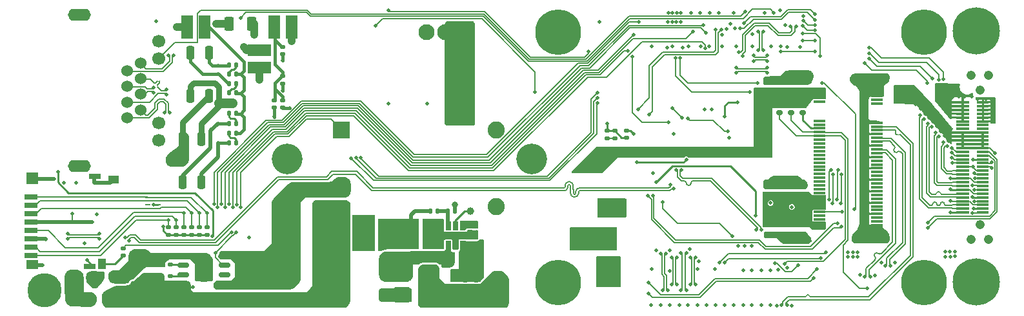
<source format=gbr>
G04 #@! TF.GenerationSoftware,KiCad,Pcbnew,6.0.11+dfsg-1~bpo11+1*
G04 #@! TF.CreationDate,2023-05-25T13:31:40+02:00*
G04 #@! TF.ProjectId,scalenode-cm4-baseboard,7363616c-656e-46f6-9465-2d636d342d62,1.1.1*
G04 #@! TF.SameCoordinates,Original*
G04 #@! TF.FileFunction,Copper,L4,Bot*
G04 #@! TF.FilePolarity,Positive*
%FSLAX46Y46*%
G04 Gerber Fmt 4.6, Leading zero omitted, Abs format (unit mm)*
G04 Created by KiCad (PCBNEW 6.0.11+dfsg-1~bpo11+1) date 2023-05-25 13:31:40*
%MOMM*%
%LPD*%
G01*
G04 APERTURE LIST*
G04 Aperture macros list*
%AMRoundRect*
0 Rectangle with rounded corners*
0 $1 Rounding radius*
0 $2 $3 $4 $5 $6 $7 $8 $9 X,Y pos of 4 corners*
0 Add a 4 corners polygon primitive as box body*
4,1,4,$2,$3,$4,$5,$6,$7,$8,$9,$2,$3,0*
0 Add four circle primitives for the rounded corners*
1,1,$1+$1,$2,$3*
1,1,$1+$1,$4,$5*
1,1,$1+$1,$6,$7*
1,1,$1+$1,$8,$9*
0 Add four rect primitives between the rounded corners*
20,1,$1+$1,$2,$3,$4,$5,0*
20,1,$1+$1,$4,$5,$6,$7,0*
20,1,$1+$1,$6,$7,$8,$9,0*
20,1,$1+$1,$8,$9,$2,$3,0*%
%AMFreePoly0*
4,1,46,0.312869,1.975377,0.588081,1.911586,0.851559,1.809654,1.098046,1.671615,1.322624,1.500222,1.520812,1.298896,1.688656,1.071654,1.822807,0.823029,1.920587,0.557982,1.980047,0.281802,2.000000,0.000000,1.996053,-0.125581,1.958446,-0.405575,1.881762,-0.677476,1.767531,-0.935860,1.618034,-1.175571,1.436253,-1.391826,1.225814,-1.580310,0.990917,-1.737263,0.736249,-1.859553,
0.466891,-1.944740,0.188217,-1.991124,-0.094213,-1.997780,-0.374763,-1.964575,-0.647835,-1.892171,-0.907981,-1.782013,-1.150011,-1.636299,-1.369094,-1.457937,-1.560861,-1.250485,-1.721484,-1.018083,-1.847759,-0.765367,-1.937166,-0.497380,-1.987922,-0.219469,-1.999013,0.062822,-1.970219,0.343858,-1.902113,0.618034,-1.796055,0.879878,-1.654161,1.124167,-1.479262,1.346025,-1.274848,1.541026,
-1.044997,1.705280,-0.794296,1.835509,-0.527746,1.929115,-0.250666,1.984229,0.031415,1.999753,0.312869,1.975377,0.312869,1.975377,$1*%
G04 Aperture macros list end*
G04 #@! TA.AperFunction,ComponentPad*
%ADD10C,6.000000*%
G04 #@! TD*
G04 #@! TA.AperFunction,ComponentPad*
%ADD11C,6.200000*%
G04 #@! TD*
G04 #@! TA.AperFunction,ComponentPad*
%ADD12C,4.500000*%
G04 #@! TD*
G04 #@! TA.AperFunction,ComponentPad*
%ADD13R,2.250000X2.250000*%
G04 #@! TD*
G04 #@! TA.AperFunction,ComponentPad*
%ADD14C,2.250000*%
G04 #@! TD*
G04 #@! TA.AperFunction,ComponentPad*
%ADD15C,1.524000*%
G04 #@! TD*
G04 #@! TA.AperFunction,ComponentPad*
%ADD16C,1.700000*%
G04 #@! TD*
G04 #@! TA.AperFunction,ComponentPad*
%ADD17O,3.000000X1.600000*%
G04 #@! TD*
G04 #@! TA.AperFunction,ComponentPad*
%ADD18C,2.100000*%
G04 #@! TD*
G04 #@! TA.AperFunction,SMDPad,CuDef*
%ADD19RoundRect,0.147500X0.172500X-0.147500X0.172500X0.147500X-0.172500X0.147500X-0.172500X-0.147500X0*%
G04 #@! TD*
G04 #@! TA.AperFunction,SMDPad,CuDef*
%ADD20RoundRect,0.120000X-0.280000X0.180000X-0.280000X-0.180000X0.280000X-0.180000X0.280000X0.180000X0*%
G04 #@! TD*
G04 #@! TA.AperFunction,SMDPad,CuDef*
%ADD21RoundRect,0.120000X0.280000X-0.180000X0.280000X0.180000X-0.280000X0.180000X-0.280000X-0.180000X0*%
G04 #@! TD*
G04 #@! TA.AperFunction,SMDPad,CuDef*
%ADD22R,1.550000X0.300000*%
G04 #@! TD*
G04 #@! TA.AperFunction,SMDPad,CuDef*
%ADD23R,2.750000X1.200000*%
G04 #@! TD*
G04 #@! TA.AperFunction,SMDPad,CuDef*
%ADD24R,1.200000X1.200000*%
G04 #@! TD*
G04 #@! TA.AperFunction,SMDPad,CuDef*
%ADD25RoundRect,0.147500X0.147500X0.172500X-0.147500X0.172500X-0.147500X-0.172500X0.147500X-0.172500X0*%
G04 #@! TD*
G04 #@! TA.AperFunction,SMDPad,CuDef*
%ADD26R,0.740000X0.220000*%
G04 #@! TD*
G04 #@! TA.AperFunction,SMDPad,CuDef*
%ADD27RoundRect,0.337500X0.337500X1.062500X-0.337500X1.062500X-0.337500X-1.062500X0.337500X-1.062500X0*%
G04 #@! TD*
G04 #@! TA.AperFunction,SMDPad,CuDef*
%ADD28R,3.050000X1.520000*%
G04 #@! TD*
G04 #@! TA.AperFunction,ComponentPad*
%ADD29FreePoly0,0.000000*%
G04 #@! TD*
G04 #@! TA.AperFunction,SMDPad,CuDef*
%ADD30RoundRect,0.147500X-0.172500X0.147500X-0.172500X-0.147500X0.172500X-0.147500X0.172500X0.147500X0*%
G04 #@! TD*
G04 #@! TA.AperFunction,SMDPad,CuDef*
%ADD31R,1.750000X0.700000*%
G04 #@! TD*
G04 #@! TA.AperFunction,SMDPad,CuDef*
%ADD32R,1.000000X1.400000*%
G04 #@! TD*
G04 #@! TA.AperFunction,SMDPad,CuDef*
%ADD33R,1.400000X1.000000*%
G04 #@! TD*
G04 #@! TA.AperFunction,SMDPad,CuDef*
%ADD34R,1.500000X0.800000*%
G04 #@! TD*
G04 #@! TA.AperFunction,SMDPad,CuDef*
%ADD35R,1.500000X1.500000*%
G04 #@! TD*
G04 #@! TA.AperFunction,SMDPad,CuDef*
%ADD36R,1.500000X1.300000*%
G04 #@! TD*
G04 #@! TA.AperFunction,SMDPad,CuDef*
%ADD37RoundRect,0.180000X-0.420000X-0.720000X0.420000X-0.720000X0.420000X0.720000X-0.420000X0.720000X0*%
G04 #@! TD*
G04 #@! TA.AperFunction,SMDPad,CuDef*
%ADD38R,1.520000X3.050000*%
G04 #@! TD*
G04 #@! TA.AperFunction,SMDPad,CuDef*
%ADD39R,0.700000X1.200000*%
G04 #@! TD*
G04 #@! TA.AperFunction,ComponentPad*
%ADD40C,1.208000*%
G04 #@! TD*
G04 #@! TA.AperFunction,SMDPad,CuDef*
%ADD41R,1.630000X0.300000*%
G04 #@! TD*
G04 #@! TA.AperFunction,SMDPad,CuDef*
%ADD42R,1.800000X0.300000*%
G04 #@! TD*
G04 #@! TA.AperFunction,SMDPad,CuDef*
%ADD43RoundRect,0.180000X-0.720000X0.420000X-0.720000X-0.420000X0.720000X-0.420000X0.720000X0.420000X0*%
G04 #@! TD*
G04 #@! TA.AperFunction,SMDPad,CuDef*
%ADD44RoundRect,0.180000X0.720000X-0.420000X0.720000X0.420000X-0.720000X0.420000X-0.720000X-0.420000X0*%
G04 #@! TD*
G04 #@! TA.AperFunction,SMDPad,CuDef*
%ADD45C,1.000000*%
G04 #@! TD*
G04 #@! TA.AperFunction,SMDPad,CuDef*
%ADD46RoundRect,0.162500X-0.600000X0.162500X-0.600000X-0.162500X0.600000X-0.162500X0.600000X0.162500X0*%
G04 #@! TD*
G04 #@! TA.AperFunction,SMDPad,CuDef*
%ADD47RoundRect,0.114500X-1.030500X-1.435500X1.030500X-1.435500X1.030500X1.435500X-1.030500X1.435500X0*%
G04 #@! TD*
G04 #@! TA.AperFunction,SMDPad,CuDef*
%ADD48RoundRect,0.147500X-0.147500X-0.172500X0.147500X-0.172500X0.147500X0.172500X-0.147500X0.172500X0*%
G04 #@! TD*
G04 #@! TA.AperFunction,SMDPad,CuDef*
%ADD49R,1.143000X2.032000*%
G04 #@! TD*
G04 #@! TA.AperFunction,SMDPad,CuDef*
%ADD50RoundRect,0.200000X0.800000X0.850000X-0.800000X0.850000X-0.800000X-0.850000X0.800000X-0.850000X0*%
G04 #@! TD*
G04 #@! TA.AperFunction,SMDPad,CuDef*
%ADD51RoundRect,0.250000X0.650000X2.450000X-0.650000X2.450000X-0.650000X-2.450000X0.650000X-2.450000X0*%
G04 #@! TD*
G04 #@! TA.AperFunction,SMDPad,CuDef*
%ADD52RoundRect,0.150000X-0.350000X-0.550000X0.350000X-0.550000X0.350000X0.550000X-0.350000X0.550000X0*%
G04 #@! TD*
G04 #@! TA.AperFunction,SMDPad,CuDef*
%ADD53RoundRect,0.250000X0.250000X-0.650000X0.250000X0.650000X-0.250000X0.650000X-0.250000X-0.650000X0*%
G04 #@! TD*
G04 #@! TA.AperFunction,SMDPad,CuDef*
%ADD54RoundRect,0.250000X-0.250000X0.650000X-0.250000X-0.650000X0.250000X-0.650000X0.250000X0.650000X0*%
G04 #@! TD*
G04 #@! TA.AperFunction,SMDPad,CuDef*
%ADD55RoundRect,0.200000X0.850000X-0.800000X0.850000X0.800000X-0.850000X0.800000X-0.850000X-0.800000X0*%
G04 #@! TD*
G04 #@! TA.AperFunction,ViaPad*
%ADD56C,0.500000*%
G04 #@! TD*
G04 #@! TA.AperFunction,ViaPad*
%ADD57C,0.800000*%
G04 #@! TD*
G04 #@! TA.AperFunction,Conductor*
%ADD58C,0.400000*%
G04 #@! TD*
G04 #@! TA.AperFunction,Conductor*
%ADD59C,0.500000*%
G04 #@! TD*
G04 #@! TA.AperFunction,Conductor*
%ADD60C,0.254000*%
G04 #@! TD*
G04 #@! TA.AperFunction,Conductor*
%ADD61C,0.250000*%
G04 #@! TD*
G04 #@! TA.AperFunction,Conductor*
%ADD62C,1.000000*%
G04 #@! TD*
G04 #@! TA.AperFunction,Conductor*
%ADD63C,0.127000*%
G04 #@! TD*
G04 #@! TA.AperFunction,Conductor*
%ADD64C,0.150000*%
G04 #@! TD*
G04 #@! TA.AperFunction,Conductor*
%ADD65C,0.180000*%
G04 #@! TD*
G04 #@! TA.AperFunction,Conductor*
%ADD66C,0.200000*%
G04 #@! TD*
G04 #@! TA.AperFunction,Conductor*
%ADD67C,0.750000*%
G04 #@! TD*
G04 #@! TA.AperFunction,Conductor*
%ADD68C,1.250000*%
G04 #@! TD*
G04 APERTURE END LIST*
D10*
X193488000Y-93200000D03*
X145488000Y-93200000D03*
X193488000Y-60200000D03*
X145488000Y-60200000D03*
D11*
X200341000Y-93092000D03*
X200341000Y-60092000D03*
D12*
X78126000Y-94198000D03*
D13*
X117090000Y-73050000D03*
D14*
X117090000Y-80668000D03*
X117090000Y-85748000D03*
X137408000Y-93368000D03*
X137408000Y-83209000D03*
X137408000Y-73050000D03*
D13*
X117090000Y-73050000D03*
D14*
X117090000Y-80668000D03*
X117090000Y-85748000D03*
X137408000Y-93368000D03*
X137408000Y-83209000D03*
X137408000Y-73050000D03*
D15*
X88923000Y-71450000D03*
X90703000Y-70430000D03*
X88923000Y-69410000D03*
X90703000Y-68390000D03*
X88923000Y-67370000D03*
X90703000Y-66349000D03*
X88923000Y-65330000D03*
X90703000Y-64309000D03*
D16*
X93064000Y-74409000D03*
X93064000Y-72119000D03*
X93063000Y-63658000D03*
X93063000Y-61369000D03*
D17*
X82658000Y-57965000D03*
X82658000Y-77834000D03*
D18*
X130700000Y-60200000D03*
X128201000Y-60200000D03*
D19*
X99452000Y-86860000D03*
X99452000Y-85890000D03*
X98436000Y-86860000D03*
X98436000Y-85890000D03*
X97420000Y-86860000D03*
X97420000Y-85890000D03*
X96404000Y-86860000D03*
X96404000Y-85890000D03*
X95388000Y-86860000D03*
X95388000Y-85890000D03*
X94372000Y-86860000D03*
X94372000Y-85890000D03*
D20*
X174546000Y-69446000D03*
X174546000Y-70846000D03*
X177594000Y-69446000D03*
X177594000Y-70846000D03*
D21*
X176070000Y-68052000D03*
X176070000Y-66652000D03*
X173022000Y-81768000D03*
X173022000Y-80368000D03*
D20*
X176070000Y-69446000D03*
X176070000Y-70846000D03*
X177594000Y-85448000D03*
X177594000Y-86848000D03*
D21*
X176070000Y-81768000D03*
X176070000Y-80368000D03*
X174546000Y-81768000D03*
X174546000Y-80368000D03*
D22*
X187314000Y-86127000D03*
X179766000Y-85880000D03*
X187314000Y-85630000D03*
X179766000Y-85380000D03*
X187314000Y-85130000D03*
X179766000Y-84878000D03*
X187314000Y-84629000D03*
X179766000Y-84379000D03*
X187314000Y-84129000D03*
X179766000Y-83879000D03*
X187314000Y-83629000D03*
X179766000Y-83379000D03*
X187314000Y-83129000D03*
X179766000Y-82879000D03*
X187314000Y-82629000D03*
X179766000Y-82379000D03*
X187314000Y-82129000D03*
X179766000Y-81879000D03*
X187314000Y-81629000D03*
X179766000Y-81379000D03*
X187314000Y-81129000D03*
X179766000Y-80879000D03*
X187314000Y-80628000D03*
X179766000Y-80378000D03*
X187314000Y-80128000D03*
X179766000Y-79878000D03*
X187314000Y-79628000D03*
X179766000Y-79378000D03*
X187314000Y-79128000D03*
X179766000Y-78878000D03*
X187314000Y-78629000D03*
X179766000Y-78379000D03*
X187314000Y-78129000D03*
X179766000Y-77879000D03*
X187314000Y-77628000D03*
X179766000Y-77378000D03*
X187314000Y-77128000D03*
X179766000Y-76878000D03*
X187314000Y-76629000D03*
X179766000Y-76379000D03*
X187314000Y-76129000D03*
X179766000Y-75879000D03*
X187314000Y-75628000D03*
X179766000Y-75378000D03*
X187314000Y-75128000D03*
X179766000Y-74878000D03*
X187314000Y-74628000D03*
X179766000Y-74378000D03*
X187314000Y-74128000D03*
X179766000Y-73878000D03*
X187314000Y-73628000D03*
X179766000Y-73378000D03*
X187314000Y-73128000D03*
X179766000Y-72878000D03*
X187314000Y-72629000D03*
X179766000Y-72379000D03*
X187314000Y-72129000D03*
X179766000Y-71879000D03*
X187314000Y-69629000D03*
X179766000Y-69379000D03*
X187314000Y-69129000D03*
X179766000Y-68879000D03*
X187314000Y-68630000D03*
X179766000Y-68380000D03*
X187314000Y-68130000D03*
X179766000Y-67880000D03*
X187314000Y-67630000D03*
D23*
X186539000Y-66528000D03*
X186539000Y-87229000D03*
D21*
X177594000Y-81768000D03*
X177594000Y-80368000D03*
D20*
X173022000Y-85448000D03*
X173022000Y-86848000D03*
D21*
X177594000Y-68052000D03*
X177594000Y-66652000D03*
D24*
X122650000Y-85600000D03*
X120550000Y-85600000D03*
D25*
X129685000Y-83800000D03*
X128715000Y-83800000D03*
D26*
X91659000Y-82941000D03*
X93000000Y-81941000D03*
X91659000Y-81941000D03*
X91659000Y-82441000D03*
X93000000Y-82441000D03*
X93000000Y-82941000D03*
X91659000Y-83440000D03*
X93000000Y-83440000D03*
X93000000Y-83940000D03*
X91659000Y-83940000D03*
X91659000Y-84440000D03*
X93000000Y-84440000D03*
X93000000Y-84940000D03*
X91659000Y-84940000D03*
D24*
X131150000Y-90200000D03*
X133250000Y-90200000D03*
D27*
X128676000Y-86750000D03*
X126325000Y-86750000D03*
D28*
X106306000Y-62567000D03*
X106306000Y-64857000D03*
D29*
X142039000Y-76877000D03*
D25*
X131985000Y-83800000D03*
X131015000Y-83800000D03*
D30*
X88425000Y-88671000D03*
X88425000Y-89641000D03*
D21*
X173022000Y-68052000D03*
X173022000Y-66652000D03*
X174546000Y-68052000D03*
X174546000Y-66652000D03*
D20*
X176070000Y-85448000D03*
X176070000Y-86848000D03*
X174546000Y-85448000D03*
X174546000Y-86848000D03*
D24*
X122650000Y-87800000D03*
X120550000Y-87800000D03*
D19*
X152925800Y-74185400D03*
X152925800Y-73217400D03*
X151935200Y-74185400D03*
X151935200Y-73217400D03*
D31*
X76350000Y-81900000D03*
X76350000Y-83000000D03*
X76350000Y-84099000D03*
X76350000Y-85200000D03*
X76350000Y-86300000D03*
X76350000Y-87399000D03*
X76350000Y-88500000D03*
X76350000Y-89600000D03*
D32*
X85654000Y-90699000D03*
D33*
X87135000Y-79600000D03*
D34*
X84084000Y-91000000D03*
D35*
X76475000Y-79449000D03*
D36*
X76475000Y-90800000D03*
D34*
X84734000Y-79150000D03*
D37*
X102318000Y-59130000D03*
X105317000Y-59130000D03*
D30*
X109387000Y-62153000D03*
X109387000Y-63123000D03*
D38*
X110551000Y-59511000D03*
X108261000Y-59511000D03*
D30*
X154482800Y-73149600D03*
X154482800Y-74119600D03*
X108300000Y-69174000D03*
X108300000Y-70144000D03*
D39*
X133002000Y-88286000D03*
X132052000Y-88286000D03*
X131103000Y-88286000D03*
X131103000Y-85685000D03*
X132052000Y-85685000D03*
X133002000Y-85685000D03*
D30*
X109337000Y-69176000D03*
X109337000Y-70146000D03*
X109390000Y-66011000D03*
X109390000Y-66981000D03*
D29*
X109939000Y-76877000D03*
D30*
X134500000Y-85766000D03*
X134500000Y-86734000D03*
D40*
X201980000Y-87500000D03*
X199731000Y-87500000D03*
X201980000Y-65899000D03*
X199731000Y-65899000D03*
X200860000Y-85524000D03*
X200860000Y-67875000D03*
D41*
X201245000Y-83949000D03*
D42*
X198581000Y-83949000D03*
D41*
X201245000Y-83449000D03*
D42*
X198581000Y-83449000D03*
D41*
X201245000Y-82949000D03*
D42*
X198581000Y-82949000D03*
D41*
X201245000Y-82449000D03*
D42*
X198581000Y-82449000D03*
D41*
X201245000Y-81949000D03*
D42*
X198581000Y-81949000D03*
D41*
X201245000Y-81449000D03*
D42*
X198581000Y-81449000D03*
D41*
X201245000Y-80949000D03*
D42*
X198581000Y-80949000D03*
D41*
X201245000Y-80449000D03*
D42*
X198581000Y-80449000D03*
D41*
X201245000Y-79949000D03*
D42*
X198581000Y-79949000D03*
D41*
X201245000Y-79449000D03*
D42*
X198581000Y-79449000D03*
D41*
X201245000Y-78949000D03*
D42*
X198581000Y-78949000D03*
D41*
X201245000Y-78449000D03*
D42*
X198581000Y-78449000D03*
D41*
X201245000Y-77949000D03*
D42*
X198581000Y-77949000D03*
D41*
X201245000Y-77449000D03*
D42*
X198581000Y-77449000D03*
D41*
X201245000Y-76949000D03*
D42*
X198581000Y-76949000D03*
D41*
X201245000Y-76450000D03*
D42*
X198581000Y-76450000D03*
D41*
X201245000Y-75950000D03*
D42*
X198581000Y-75950000D03*
D41*
X201245000Y-75450000D03*
D42*
X198581000Y-75450000D03*
D41*
X201245000Y-74950000D03*
D42*
X198581000Y-74950000D03*
D41*
X201245000Y-74450000D03*
D42*
X198581000Y-74450000D03*
D41*
X201245000Y-73950000D03*
D42*
X198581000Y-73950000D03*
D41*
X201245000Y-73450000D03*
D42*
X198581000Y-73450000D03*
D41*
X201245000Y-72950000D03*
D42*
X198581000Y-72950000D03*
D41*
X201245000Y-72450000D03*
D42*
X198581000Y-72450000D03*
D41*
X201245000Y-71950000D03*
D42*
X198581000Y-71950000D03*
D41*
X201245000Y-71450000D03*
D42*
X198581000Y-71450000D03*
D41*
X201245000Y-70950000D03*
D42*
X198581000Y-70950000D03*
D41*
X201245000Y-70450000D03*
D42*
X198581000Y-70450000D03*
D41*
X201245000Y-69950000D03*
D42*
X198581000Y-69950000D03*
D41*
X201245000Y-69450000D03*
D42*
X198581000Y-69450000D03*
D43*
X151600000Y-87500000D03*
X151600000Y-90499000D03*
D44*
X151600000Y-86900000D03*
X151600000Y-83901000D03*
D45*
X134000000Y-83750000D03*
D46*
X96336000Y-93411000D03*
X96336000Y-92141000D03*
X96336000Y-90875000D03*
X96336000Y-89604000D03*
X101762000Y-89604000D03*
X101762000Y-90875000D03*
X101762000Y-92141000D03*
X101762000Y-93411000D03*
D47*
X99050000Y-91506000D03*
D21*
X134800000Y-94196000D03*
X134800000Y-92796000D03*
D48*
X102316000Y-74756000D03*
X103284000Y-74756000D03*
X102316000Y-64506000D03*
X103284000Y-64506000D03*
D19*
X132000000Y-93665000D03*
X132000000Y-92697000D03*
D49*
X128350000Y-91896000D03*
X125650000Y-91896000D03*
D48*
X102315000Y-65706000D03*
X103285000Y-65706000D03*
D21*
X133300000Y-94196000D03*
X133300000Y-92796000D03*
D48*
X102315000Y-68206000D03*
X103285000Y-68206000D03*
D38*
X99145000Y-59506000D03*
X96855000Y-59506000D03*
D50*
X125001000Y-94796000D03*
X129000000Y-94796000D03*
D51*
X114316000Y-85212000D03*
X109216000Y-85212000D03*
D52*
X84100000Y-95301000D03*
X86300000Y-95301000D03*
D53*
X99681000Y-68597000D03*
X97230000Y-68597000D03*
X97230000Y-62896000D03*
X99681000Y-62896000D03*
D52*
X85000000Y-92501000D03*
X87200000Y-92501000D03*
D54*
X96244000Y-74285000D03*
X98695000Y-74285000D03*
X98695000Y-79986000D03*
X96244000Y-79986000D03*
D48*
X102315000Y-70906000D03*
X103285000Y-70906000D03*
D55*
X90500000Y-90007000D03*
X90500000Y-94006000D03*
D48*
X102315000Y-73506000D03*
X103285000Y-73506000D03*
D51*
X114316000Y-91312000D03*
X109216000Y-91312000D03*
D48*
X102301000Y-67006000D03*
X103269000Y-67006000D03*
X102316000Y-72206000D03*
X103284000Y-72206000D03*
D19*
X94650000Y-90791000D03*
X94650000Y-89821000D03*
D24*
X93000000Y-92556000D03*
X93000000Y-90456000D03*
D19*
X94650000Y-93241000D03*
X94650000Y-92271000D03*
D56*
X100881000Y-74751000D03*
X100881000Y-72211000D03*
X100881000Y-65734000D03*
X106000000Y-90750000D03*
X104000000Y-93750000D03*
X106000000Y-91750000D03*
X106000000Y-89750000D03*
X104000000Y-89750000D03*
X104000000Y-90750000D03*
X106000000Y-92750000D03*
X104000000Y-92750000D03*
X106000000Y-93750000D03*
X104000000Y-91750000D03*
X100600000Y-93850000D03*
X88100000Y-92700000D03*
X88500000Y-92200000D03*
X88900000Y-92700000D03*
X88900000Y-91700000D03*
X88100000Y-91700000D03*
X88200000Y-93900000D03*
X115900000Y-92346000D03*
X115900000Y-91596000D03*
X115900000Y-90096000D03*
X87250000Y-93900000D03*
X87750000Y-94500000D03*
X115900000Y-93096000D03*
X115900000Y-90846000D03*
X88200000Y-95100000D03*
X87250000Y-95100000D03*
X97570000Y-93720000D03*
X80633579Y-80056421D03*
X82290000Y-80060000D03*
X84601262Y-80056063D03*
X176835998Y-87590717D03*
X176174202Y-83213083D03*
X169977998Y-88352717D03*
X169101000Y-88352717D03*
X170879000Y-88352717D03*
X175692998Y-87590717D03*
X178232998Y-87590717D03*
X188519998Y-87209717D03*
X185725998Y-67600000D03*
X184455998Y-66508717D03*
X176835998Y-65873717D03*
X178486998Y-65873717D03*
X166992998Y-62063717D03*
X166992998Y-60539717D03*
X173355000Y-91536000D03*
X169799000Y-91536000D03*
X174410000Y-91490000D03*
X170942000Y-91536000D03*
X172212000Y-91536000D03*
X170942000Y-96108000D03*
X169799000Y-96108000D03*
X168529000Y-96108000D03*
X167386000Y-96108000D03*
X162560000Y-96108000D03*
X161417000Y-96108000D03*
X160147000Y-96108000D03*
X159004000Y-96108000D03*
X157734000Y-96108000D03*
X165370000Y-57660000D03*
X166570000Y-57660000D03*
X168580000Y-57660000D03*
X172212000Y-96108000D03*
X173355000Y-96108000D03*
X166179500Y-96108000D03*
X164973000Y-96108000D03*
X163766500Y-96108000D03*
X164732200Y-70403200D03*
X165621200Y-70403200D03*
X172577719Y-57660980D03*
X188530000Y-66500000D03*
X196950000Y-79440000D03*
X192450000Y-69670000D03*
X85000000Y-84200000D03*
X163830000Y-91409000D03*
X189920000Y-69350000D03*
X78269000Y-87448000D03*
X164211000Y-62066490D03*
X193070000Y-70320000D03*
X105616000Y-60602000D03*
X177580000Y-80310000D03*
X175584000Y-62150000D03*
X196960000Y-82440000D03*
X150950000Y-58900000D03*
X185724800Y-86207600D03*
X162980500Y-57660000D03*
X175334000Y-59250000D03*
X158419800Y-88950000D03*
X175569500Y-91239500D03*
X185724800Y-74425200D03*
X162788600Y-88747600D03*
X174657523Y-57374444D03*
X167354897Y-71275103D03*
X184600000Y-87225000D03*
X160150000Y-88950000D03*
X168918251Y-62063717D03*
X185724800Y-83312000D03*
X190795000Y-68525000D03*
X122250000Y-94250000D03*
X187075000Y-92200000D03*
X174200000Y-96200000D03*
X119000000Y-85500000D03*
X194200000Y-71490000D03*
X162623500Y-62066490D03*
X83674000Y-90236000D03*
X199920000Y-76950000D03*
X165354000Y-62061059D03*
X176050000Y-80330000D03*
X175320000Y-79350000D03*
X119000000Y-84750000D03*
X185724800Y-75765200D03*
X134500000Y-91000000D03*
X164180000Y-57660000D03*
X135250000Y-90500000D03*
X191620000Y-69350000D03*
X185725998Y-68483700D03*
X177661983Y-58090017D03*
X123245800Y-69634200D03*
X135250000Y-89500000D03*
X151968200Y-72212200D03*
X185590000Y-66490000D03*
X185724800Y-85155200D03*
X185724800Y-78175200D03*
X134500000Y-89000000D03*
X189675000Y-90575000D03*
X135250000Y-91500000D03*
X92399502Y-82899500D03*
X134500000Y-90000000D03*
X189920000Y-68525000D03*
X123000000Y-94250000D03*
X177234000Y-62150000D03*
X190795000Y-67700000D03*
X193720000Y-70960000D03*
X185724800Y-69367400D03*
X196950000Y-80920000D03*
X176175000Y-96175000D03*
X195680000Y-73240000D03*
X160660000Y-73600000D03*
X83345000Y-87966000D03*
X185125000Y-92125000D03*
X160153220Y-91644059D03*
X119000000Y-88500000D03*
X166100000Y-91395949D03*
X196740000Y-74520000D03*
X110546000Y-61437000D03*
X176840000Y-79340000D03*
X119000000Y-87750000D03*
X170977720Y-60512280D03*
D57*
X131975000Y-82900000D03*
D56*
X202850000Y-76125000D03*
X119000000Y-87000000D03*
X157797504Y-91409000D03*
X196240000Y-73870000D03*
X185730000Y-70580000D03*
X187440000Y-66497200D03*
X119000000Y-86250000D03*
X79363500Y-79500000D03*
X187535748Y-87198200D03*
X123000000Y-95000000D03*
X173470000Y-62100000D03*
X185567248Y-87223600D03*
X104250000Y-62182083D03*
X195230000Y-72620000D03*
X134000000Y-91750000D03*
X163957000Y-90322400D03*
X158000000Y-78800000D03*
X169090000Y-69410000D03*
X133000000Y-91750000D03*
X157775000Y-62044500D03*
X174688500Y-62072000D03*
X190795000Y-69350000D03*
X132000000Y-91750000D03*
X185724800Y-82395200D03*
X185724800Y-80305200D03*
X187925000Y-90550000D03*
X122250000Y-95000000D03*
X186551498Y-87223600D03*
X194700000Y-72020000D03*
X185740000Y-79060000D03*
X77850000Y-90856000D03*
X199920000Y-77940000D03*
X174520000Y-80360000D03*
X186550000Y-66497200D03*
X196970000Y-83950000D03*
X189920000Y-67700000D03*
X170997231Y-62063717D03*
X159980000Y-57670000D03*
X161090000Y-57659989D03*
X161630000Y-57659989D03*
X159890000Y-58882000D03*
X161030000Y-58880000D03*
X160510000Y-57659989D03*
X160470000Y-58882000D03*
X133500000Y-70960000D03*
X134100000Y-71560000D03*
X124000000Y-90800000D03*
X132900000Y-62800000D03*
X197290000Y-67960000D03*
X131700000Y-70960000D03*
X123400000Y-92600000D03*
X199750000Y-68720000D03*
X198818500Y-68700000D03*
X122800000Y-91400000D03*
X132900000Y-61600000D03*
X134100000Y-70960000D03*
X133500000Y-61600000D03*
X197960000Y-67320000D03*
X122800000Y-92000000D03*
X132900000Y-71560000D03*
X134100000Y-61600000D03*
X132300000Y-61600000D03*
X124000000Y-92600000D03*
X133500000Y-62800000D03*
X132300000Y-70960000D03*
X124000000Y-92000000D03*
X132900000Y-70960000D03*
X161600000Y-58880000D03*
X123400000Y-92000000D03*
X131700000Y-71560000D03*
X122800000Y-92600000D03*
X133500000Y-62200000D03*
X131100000Y-71560000D03*
X122800000Y-90800000D03*
X198060000Y-68020000D03*
X134100000Y-62800000D03*
X132300000Y-62200000D03*
X123400000Y-90800000D03*
X134100000Y-62200000D03*
X132300000Y-71560000D03*
X124000000Y-91400000D03*
X132300000Y-62800000D03*
X123400000Y-91400000D03*
X197280000Y-67330000D03*
X198070000Y-68710000D03*
X196610000Y-67310000D03*
X132900000Y-62200000D03*
X131100000Y-70960000D03*
X133500000Y-71560000D03*
X188450000Y-90925000D03*
X185750000Y-92404500D03*
X189150000Y-90925000D03*
X186450000Y-92404500D03*
X182723000Y-83877000D03*
X184380000Y-83520000D03*
X180100000Y-66900000D03*
X118980000Y-76770000D03*
X150670000Y-68830000D03*
X100881000Y-64591000D03*
X161700000Y-78350000D03*
X172214981Y-86185019D03*
X171514981Y-86185019D03*
X161000000Y-78350000D03*
X118329477Y-76790523D03*
X150670684Y-69500361D03*
X142500000Y-68094500D03*
X121530000Y-59350000D03*
X94380000Y-84960000D03*
X102817261Y-83256756D03*
X154622500Y-62707000D03*
X163190000Y-60103489D03*
X95380000Y-84970000D03*
X102350000Y-82850000D03*
X101850000Y-83250000D03*
X155400000Y-60575167D03*
X96375000Y-84025000D03*
X164914916Y-60304916D03*
X101294666Y-82825166D03*
X97400000Y-84025000D03*
X100800000Y-83250000D03*
X164574916Y-59304916D03*
X98450000Y-84025000D03*
X99425000Y-84030500D03*
X100350000Y-82800000D03*
X156090000Y-58882000D03*
X103841209Y-83281821D03*
X103280908Y-86560908D03*
X100517000Y-89305000D03*
X196577488Y-75237488D03*
X163527720Y-89850000D03*
X163527720Y-93441000D03*
X162827720Y-89850000D03*
X162827720Y-93441000D03*
X196082512Y-74742512D03*
X162327720Y-94200000D03*
X195507488Y-73947488D03*
X162327720Y-89287482D03*
X161627720Y-94200000D03*
X161627720Y-89287482D03*
X195012512Y-73452512D03*
X193497488Y-71637488D03*
X159650000Y-89325000D03*
X159927720Y-94139500D03*
X159227720Y-94139500D03*
X193002512Y-71142512D03*
X158950000Y-89325000D03*
X170700000Y-68100000D03*
X200220000Y-79430000D03*
X160880497Y-63644500D03*
X186300000Y-63700000D03*
X194630000Y-66350000D03*
X171714309Y-66914309D03*
X185700000Y-64300000D03*
X200100803Y-78766811D03*
X193964227Y-66883914D03*
X161500000Y-63644500D03*
X102633931Y-86543911D03*
X103371709Y-82871709D03*
X164783996Y-62350000D03*
X167589414Y-59839501D03*
X177609500Y-61310000D03*
X186290000Y-62250000D03*
X196078174Y-66409464D03*
X179197000Y-61310000D03*
X200150000Y-80950000D03*
X179197000Y-59278000D03*
X168148000Y-59151000D03*
X177671659Y-58709444D03*
X200016347Y-83383585D03*
X177586591Y-59346922D03*
X179190000Y-59930000D03*
X199850502Y-83980476D03*
X168700000Y-59700000D03*
X169360263Y-59687763D03*
X179197000Y-58579500D03*
X200150000Y-82480000D03*
X199877321Y-81923736D03*
X169890000Y-59040000D03*
X179197000Y-57881000D03*
X199880000Y-80360000D03*
X186290000Y-63010000D03*
X179197000Y-62770500D03*
X195460000Y-66450000D03*
X174688500Y-62770500D03*
X170053000Y-57500000D03*
X103850000Y-58325000D03*
X173770691Y-57649309D03*
X172435000Y-60103500D03*
X172435000Y-62580000D03*
X168900000Y-65575000D03*
X172950000Y-65575000D03*
X171735000Y-60103500D03*
X171735000Y-62580000D03*
X172950000Y-64875000D03*
X168900000Y-64875000D03*
X171196000Y-63309500D03*
X172974000Y-63309500D03*
X169222512Y-62872512D03*
X176027720Y-59420564D03*
X172974000Y-64009500D03*
X171196000Y-64009500D03*
X169717488Y-63367488D03*
X176727720Y-59420564D03*
X168375000Y-87070500D03*
X158350000Y-79975000D03*
X159200000Y-82550000D03*
X171450000Y-84375000D03*
X174000000Y-90600000D03*
X177031578Y-90849500D03*
X186075000Y-93925000D03*
X175250000Y-90670000D03*
X175527720Y-96123436D03*
X174827720Y-96123436D03*
X182090000Y-82254500D03*
X179980500Y-89910500D03*
X197200000Y-76757948D03*
X167366487Y-90506487D03*
X182289500Y-78310000D03*
X182559500Y-82740000D03*
X197235072Y-77386851D03*
X182670000Y-78970000D03*
X166684000Y-90525000D03*
X180669500Y-89217499D03*
X194537488Y-72707488D03*
X161127720Y-93441000D03*
X161127720Y-89821500D03*
X160427720Y-93441000D03*
X194042512Y-72212512D03*
X160427720Y-89821500D03*
X197200000Y-76093974D03*
X181610000Y-78960000D03*
X157384000Y-93125000D03*
X181470000Y-82750000D03*
X179469500Y-91400000D03*
X181350000Y-78310000D03*
X179000000Y-92600000D03*
X181070000Y-82254500D03*
X157384000Y-94575000D03*
X197200000Y-75430000D03*
X93825000Y-70775000D03*
X94525000Y-70775000D03*
X94108088Y-68438000D03*
X92467748Y-68220773D03*
X92467748Y-67520773D03*
X94108088Y-67738000D03*
X95072039Y-63277258D03*
X94372039Y-63277258D03*
X171450000Y-71755000D03*
X172709840Y-69215000D03*
X173969680Y-69215000D03*
X153250000Y-93350000D03*
X148920200Y-77698600D03*
X151663400Y-77698600D03*
X152350000Y-92700000D03*
X177634000Y-84050000D03*
X171450000Y-69215000D03*
X124600000Y-88000000D03*
X150774400Y-78460600D03*
X79860000Y-78630000D03*
X150190200Y-77698600D03*
X178334000Y-83350000D03*
X172334000Y-70485000D03*
X177634000Y-82750000D03*
X176489360Y-69215000D03*
X124600000Y-87200000D03*
X173084000Y-69850000D03*
X124000000Y-85200000D03*
X124000000Y-86800000D03*
X171450000Y-70485000D03*
X148082000Y-78435200D03*
X151450000Y-93350000D03*
X149402800Y-78460600D03*
X100156270Y-87052770D03*
X153250000Y-92050000D03*
X124600000Y-86400000D03*
X175229520Y-69215000D03*
X124600000Y-85600000D03*
X124000000Y-86000000D03*
X124000000Y-87600000D03*
X177749200Y-69265800D03*
X151500000Y-92050000D03*
X95600000Y-77090000D03*
X96260000Y-77084000D03*
X94880000Y-77606000D03*
X95600000Y-77606000D03*
X96260000Y-77600000D03*
X82150000Y-92706000D03*
X81150000Y-93706000D03*
X82150000Y-93706000D03*
X81150000Y-94706000D03*
X82150000Y-94706000D03*
X81150000Y-95706000D03*
X82150000Y-95706000D03*
X81150000Y-92706000D03*
X94880000Y-77090000D03*
X177560000Y-60420000D03*
X150680209Y-68167064D03*
X179877000Y-63333000D03*
X119599503Y-76770000D03*
X108300000Y-71350000D03*
X110250000Y-70200000D03*
X109391000Y-67902000D03*
X109390000Y-63956010D03*
X106306000Y-66512000D03*
X95511000Y-59512000D03*
X100651000Y-59132000D03*
X83900000Y-92081000D03*
X84050000Y-92931000D03*
X84700000Y-93581000D03*
X102786000Y-69544000D03*
X101897000Y-69544000D03*
X101008000Y-69544000D03*
X153000000Y-84100000D03*
X153000000Y-82500000D03*
X153450000Y-83300000D03*
X153900000Y-82500000D03*
X151935200Y-74186400D03*
X159834000Y-62250000D03*
X167919400Y-74142600D03*
X160527720Y-62050000D03*
X92800000Y-58775000D03*
X152925800Y-74186400D03*
X104963281Y-87271123D03*
X128285800Y-69634200D03*
X93682500Y-85800000D03*
X84407000Y-85222000D03*
X173384000Y-82700000D03*
X161827720Y-62250000D03*
X81760000Y-84110000D03*
X167780200Y-73298800D03*
X162522400Y-71546200D03*
X85342500Y-86698000D03*
X81162528Y-86698000D03*
X89226190Y-87693488D03*
X160697488Y-80797488D03*
X160202512Y-80302512D03*
X81162528Y-87398000D03*
X85342500Y-87398000D03*
X88731214Y-87198512D03*
X193996906Y-85932223D03*
X157250000Y-81750000D03*
X182653564Y-85802475D03*
X158000000Y-81750000D03*
X182210000Y-85370000D03*
X194002675Y-85312747D03*
X202384500Y-78049000D03*
X202384500Y-77349000D03*
X166970000Y-59850000D03*
X157429200Y-71063600D03*
X166179500Y-59849494D03*
X156000000Y-70350000D03*
X159994600Y-72079600D03*
X149485690Y-62785690D03*
X155244487Y-63419487D03*
X123270000Y-57375500D03*
X155879800Y-77317600D03*
X155397200Y-73558400D03*
X162331400Y-76962000D03*
X160500000Y-70250000D03*
X161750000Y-71500000D03*
X202643500Y-69734450D03*
X202643500Y-71078150D03*
X202643500Y-70406300D03*
X202643500Y-71750000D03*
X202650500Y-69062600D03*
X201609100Y-69011800D03*
X200567700Y-69011800D03*
X149600000Y-86500000D03*
X148000000Y-86500000D03*
X148000000Y-87800000D03*
X149600000Y-87800000D03*
X148800000Y-87150000D03*
X148000000Y-88650000D03*
X184200800Y-89766800D03*
X183565800Y-89766800D03*
X196316600Y-89055600D03*
X149650000Y-88600000D03*
X184200800Y-89182600D03*
X196951600Y-89741400D03*
X184835800Y-89157200D03*
X197586600Y-89716000D03*
X196926200Y-89055600D03*
X197561200Y-89055600D03*
X183565800Y-89182600D03*
X184835800Y-89766800D03*
X196291200Y-89741400D03*
D58*
X101516000Y-74751000D02*
X100881000Y-74751000D01*
X101516000Y-74751000D02*
X101135000Y-74751000D01*
X102301000Y-74751000D02*
X101516000Y-74751000D01*
D59*
X100881000Y-76672000D02*
X100881000Y-74751000D01*
X98693000Y-78860000D02*
X100881000Y-76672000D01*
X98693000Y-79966000D02*
X98693000Y-78860000D01*
D58*
X101389000Y-72211000D02*
X102301000Y-72211000D01*
X101135000Y-72211000D02*
X101389000Y-72211000D01*
X101389000Y-72211000D02*
X100881000Y-72211000D01*
D59*
X99901000Y-75472000D02*
X99901000Y-73191000D01*
X96243000Y-79966000D02*
X96243000Y-79130000D01*
X99901000Y-73191000D02*
X100881000Y-72211000D01*
X96243000Y-79130000D02*
X99901000Y-75472000D01*
D58*
X97243000Y-62884000D02*
X97243000Y-64128000D01*
X97243000Y-64128000D02*
X98849000Y-65734000D01*
X98849000Y-65734000D02*
X101008000Y-65734000D01*
X101008000Y-65734000D02*
X102278000Y-67004000D01*
D60*
X101377000Y-93850000D02*
X101780000Y-93447000D01*
X100600000Y-93850000D02*
X101377000Y-93850000D01*
X97570000Y-93720000D02*
X96647000Y-93720000D01*
X96647000Y-93720000D02*
X96338000Y-93411000D01*
X103271000Y-74347000D02*
X103271000Y-74751000D01*
X102532000Y-74116000D02*
X103040000Y-74116000D01*
X103040000Y-74116000D02*
X103271000Y-74347000D01*
X102301000Y-73481000D02*
X102301000Y-73885000D01*
X102301000Y-73885000D02*
X102532000Y-74116000D01*
D58*
X103865500Y-68274000D02*
X104310000Y-67829500D01*
X104310000Y-67829500D02*
X104310000Y-66178500D01*
X104310000Y-66178500D02*
X103865500Y-65734000D01*
X103865500Y-65734000D02*
X103675000Y-65734000D01*
X103271000Y-68274000D02*
X103865500Y-68274000D01*
X103865500Y-68274000D02*
X104310000Y-68718500D01*
X104310000Y-68718500D02*
X104310000Y-70496500D01*
X104310000Y-70496500D02*
X103865500Y-70941000D01*
X103271000Y-70941000D02*
X103865500Y-70941000D01*
X103865500Y-70941000D02*
X104310000Y-71385500D01*
X104310000Y-71385500D02*
X104310000Y-72973000D01*
X104310000Y-72973000D02*
X103802000Y-73481000D01*
X103802000Y-73481000D02*
X103271000Y-73481000D01*
X103675000Y-65734000D02*
X103271000Y-65734000D01*
X104310000Y-65289500D02*
X104310000Y-64101000D01*
X99720000Y-59511000D02*
X99121000Y-59511000D01*
X103865500Y-65734000D02*
X104310000Y-65289500D01*
X104310000Y-64101000D02*
X99720000Y-59511000D01*
D61*
X102956000Y-67639000D02*
X103271000Y-67324000D01*
X102301000Y-67992232D02*
X102654232Y-67639000D01*
X103271000Y-67324000D02*
X103271000Y-67004000D01*
X102654232Y-67639000D02*
X102956000Y-67639000D01*
X102301000Y-68274000D02*
X102301000Y-67992232D01*
X102956000Y-65099000D02*
X103271000Y-64784000D01*
X102654232Y-65099000D02*
X102956000Y-65099000D01*
X103271000Y-64784000D02*
X103271000Y-64464000D01*
X102301000Y-65452232D02*
X102654232Y-65099000D01*
X102301000Y-65734000D02*
X102301000Y-65452232D01*
D60*
X185724800Y-80305200D02*
X185724800Y-81135200D01*
X185724800Y-78074800D02*
X185724800Y-78175200D01*
X187314000Y-73628000D02*
X185737600Y-73628000D01*
X134800000Y-92796000D02*
X132100000Y-92796000D01*
X187314000Y-76629000D02*
X185789000Y-76629000D01*
X151935200Y-73216400D02*
X151935200Y-72245200D01*
X185724800Y-85715200D02*
X185724800Y-86207600D01*
X84152260Y-91029780D02*
X84152260Y-90714260D01*
X185724800Y-81135200D02*
X185724800Y-82395200D01*
X173022000Y-80368000D02*
X174512000Y-80368000D01*
D62*
X104250000Y-62182083D02*
X104634917Y-62567000D01*
D59*
X86775977Y-80056063D02*
X87202260Y-79629780D01*
D63*
X200403000Y-78449000D02*
X199920000Y-77966000D01*
D59*
X77823780Y-90829780D02*
X77850000Y-90856000D01*
D60*
X185724800Y-82395200D02*
X185724800Y-82654800D01*
X185724800Y-84185200D02*
X185724800Y-85155200D01*
X185742000Y-79628000D02*
X185724800Y-79645200D01*
X187314000Y-84127000D02*
X186467498Y-84127000D01*
D64*
X196969000Y-82449000D02*
X196960000Y-82440000D01*
D60*
X187314000Y-85630000D02*
X185810000Y-85630000D01*
X185731000Y-81129000D02*
X185724800Y-81135200D01*
X198581000Y-83949000D02*
X196971000Y-83949000D01*
X185724800Y-75765200D02*
X185724800Y-76564800D01*
X185724800Y-79645200D02*
X185724800Y-80305200D01*
X185781000Y-84129000D02*
X185724800Y-84185200D01*
X185724800Y-85155200D02*
X185724800Y-85715200D01*
X185724800Y-83312000D02*
X185724800Y-84185200D01*
D64*
X198581000Y-77949000D02*
X199911000Y-77949000D01*
D60*
X198581000Y-79449000D02*
X196959000Y-79449000D01*
D63*
X200008000Y-81449000D02*
X199508000Y-80949000D01*
D60*
X187314000Y-72129000D02*
X185871000Y-72129000D01*
X185737600Y-73628000D02*
X185724800Y-73615200D01*
D63*
X201245000Y-75450000D02*
X202175000Y-75450000D01*
D60*
X187314000Y-84129000D02*
X185781000Y-84129000D01*
X185805400Y-86127000D02*
X185724800Y-86207600D01*
X185810000Y-85630000D02*
X185724800Y-85715200D01*
X187314000Y-86127000D02*
X185805400Y-86127000D01*
X199921000Y-76949000D02*
X199920000Y-76950000D01*
D59*
X84601262Y-79380778D02*
X84802260Y-79179780D01*
D60*
X185750600Y-82629000D02*
X185724800Y-82654800D01*
D62*
X105618000Y-59130000D02*
X105618000Y-60600000D01*
D59*
X79363500Y-79500000D02*
X79357500Y-79506000D01*
X84601262Y-80056063D02*
X86775977Y-80056063D01*
D60*
X196979000Y-80949000D02*
X196950000Y-80920000D01*
X185724800Y-74425200D02*
X185724800Y-75185200D01*
X187314000Y-82629000D02*
X185750600Y-82629000D01*
D59*
X84601262Y-80056063D02*
X84601262Y-79380778D01*
D60*
X185779000Y-78129000D02*
X185724800Y-78074800D01*
X198581000Y-80949000D02*
X196979000Y-80949000D01*
D63*
X199969000Y-82949000D02*
X199500000Y-82480000D01*
D60*
X187314000Y-75128000D02*
X185782000Y-75128000D01*
X185789000Y-76629000D02*
X185724800Y-76564800D01*
X174512000Y-80368000D02*
X174520000Y-80360000D01*
X167840000Y-69410000D02*
X169090000Y-69410000D01*
X185724800Y-76564800D02*
X185724800Y-78074800D01*
X185782000Y-75128000D02*
X185724800Y-75185200D01*
D59*
X131975000Y-83755000D02*
X131975000Y-82900000D01*
D64*
X199911000Y-77949000D02*
X199920000Y-77940000D01*
D63*
X199508000Y-80949000D02*
X198581000Y-80949000D01*
X201245000Y-79949000D02*
X200082062Y-79949000D01*
X201245000Y-78449000D02*
X200403000Y-78449000D01*
X201245000Y-81449000D02*
X200008000Y-81449000D01*
X199920000Y-77966000D02*
X199920000Y-77940000D01*
D62*
X105618000Y-60600000D02*
X105616000Y-60602000D01*
D60*
X153829000Y-74119600D02*
X152925800Y-73216400D01*
D63*
X202175000Y-75450000D02*
X202850000Y-76125000D01*
D60*
X187314000Y-78129000D02*
X185779000Y-78129000D01*
D59*
X76542260Y-90829780D02*
X77823780Y-90829780D01*
X78250446Y-87429446D02*
X78269000Y-87448000D01*
D62*
X110551000Y-59511000D02*
X110551000Y-61432000D01*
D60*
X92403002Y-82940000D02*
X93000000Y-82940000D01*
X201245000Y-76949000D02*
X199921000Y-76949000D01*
X187314000Y-81129000D02*
X185731000Y-81129000D01*
X198581000Y-74450000D02*
X198343000Y-74450000D01*
D63*
X200082062Y-79949000D02*
X199582062Y-79449000D01*
D62*
X110551000Y-61432000D02*
X110546000Y-61437000D01*
D60*
X84152260Y-90714260D02*
X83674000Y-90236000D01*
X185724800Y-78175200D02*
X185724800Y-79645200D01*
D64*
X198581000Y-82449000D02*
X196969000Y-82449000D01*
D59*
X131985000Y-83765000D02*
X131975000Y-83755000D01*
D63*
X199582062Y-79449000D02*
X198581000Y-79449000D01*
D60*
X185724800Y-82654800D02*
X185724800Y-83312000D01*
X185724800Y-73615200D02*
X185724800Y-74425200D01*
X167354897Y-69895103D02*
X167840000Y-69410000D01*
D59*
X79357500Y-79506000D02*
X76568480Y-79506000D01*
D60*
X187314000Y-79628000D02*
X185742000Y-79628000D01*
D62*
X104634917Y-62567000D02*
X106306000Y-62567000D01*
D60*
X185871000Y-72129000D02*
X185724800Y-72275200D01*
X152925800Y-73216400D02*
X151935200Y-73216400D01*
X151935200Y-72245200D02*
X151968200Y-72212200D01*
X185724800Y-75185200D02*
X185724800Y-75765200D01*
D59*
X76418042Y-87429446D02*
X78250446Y-87429446D01*
D60*
X154482800Y-74119600D02*
X153829000Y-74119600D01*
X185724800Y-72275200D02*
X185724800Y-73615200D01*
X196959000Y-79449000D02*
X196950000Y-79440000D01*
X196971000Y-83949000D02*
X196970000Y-83950000D01*
D63*
X201245000Y-82949000D02*
X199969000Y-82949000D01*
D60*
X167354897Y-71275103D02*
X167354897Y-69895103D01*
X134800000Y-94196000D02*
X132530000Y-94196000D01*
X132530000Y-94196000D02*
X132000000Y-93666000D01*
X134800000Y-94196000D02*
X136580000Y-94196000D01*
X136580000Y-94196000D02*
X137410000Y-93366000D01*
X129000000Y-94796000D02*
X129000000Y-92096000D01*
X130870000Y-94796000D02*
X129000000Y-94796000D01*
X132000000Y-93666000D02*
X130870000Y-94796000D01*
X102301000Y-70941000D02*
X102301000Y-71345000D01*
X102301000Y-71345000D02*
X102532000Y-71576000D01*
X102532000Y-71576000D02*
X103040000Y-71576000D01*
X103040000Y-71576000D02*
X103271000Y-71807000D01*
X103271000Y-71807000D02*
X103271000Y-72211000D01*
D65*
X189665628Y-75971851D02*
X189665629Y-75971851D01*
X189622623Y-75547587D02*
X189622624Y-75547586D01*
X189023298Y-74567000D02*
X187999000Y-74567000D01*
X189622624Y-75547586D02*
X189622623Y-75547584D01*
X188610000Y-89971298D02*
X190691000Y-87890298D01*
X189665629Y-75971851D02*
X189622624Y-75928846D01*
X190046890Y-75971850D02*
X190046889Y-75971851D01*
X190691000Y-76234702D02*
X190428149Y-75971851D01*
X190691000Y-87890298D02*
X190691000Y-76234702D01*
X188450000Y-90925000D02*
X188610000Y-90765000D01*
X190046889Y-75971851D02*
X190046887Y-75971850D01*
X189622624Y-75166325D02*
X189622624Y-75166326D01*
X188610000Y-90765000D02*
X188610000Y-89971298D01*
X189622624Y-75166326D02*
X189023298Y-74567000D01*
X190046871Y-75971831D02*
G75*
G02*
X190428149Y-75971851I190629J-190669D01*
G01*
X189622578Y-75166371D02*
G75*
G02*
X189622623Y-75547584I-190578J-190629D01*
G01*
X189665671Y-75971808D02*
G75*
G03*
X190046887Y-75971850I190629J190608D01*
G01*
X189622607Y-75547571D02*
G75*
G03*
X189622624Y-75928846I190593J-190629D01*
G01*
X189407800Y-87823498D02*
X189407800Y-77042309D01*
X187078149Y-89748173D02*
X187078150Y-89748171D01*
X185910000Y-91321298D02*
X187078149Y-90153149D01*
X185750000Y-92404500D02*
X185910000Y-92244500D01*
X187907391Y-89323909D02*
X187907392Y-89323908D01*
X187999000Y-76067000D02*
X187939000Y-76127000D01*
X187939000Y-76127000D02*
X187314000Y-76127000D01*
X188432491Y-76067000D02*
X187999000Y-76067000D01*
X187502415Y-89323908D02*
X187502414Y-89323908D01*
X187907392Y-89323908D02*
X189407800Y-87823498D01*
X187078149Y-89343195D02*
X187097438Y-89323907D01*
X187078151Y-89343194D02*
X187078149Y-89343195D01*
X189407800Y-77042309D02*
X188432491Y-76067000D01*
X185910000Y-92244500D02*
X185910000Y-91321298D01*
X187078168Y-89343211D02*
G75*
G03*
X187078150Y-89748171I202432J-202489D01*
G01*
X187502389Y-89323934D02*
G75*
G03*
X187097438Y-89323907I-202489J-202466D01*
G01*
X187078110Y-89748212D02*
G75*
G02*
X187078149Y-90153149I-202410J-202488D01*
G01*
X187907388Y-89323906D02*
G75*
G02*
X187502414Y-89323908I-202488J202506D01*
G01*
X191071000Y-76077298D02*
X191071000Y-88047702D01*
X188990000Y-90765000D02*
X189150000Y-90925000D01*
X188990000Y-90128702D02*
X188990000Y-90765000D01*
X187999000Y-74187000D02*
X189180702Y-74187000D01*
X191071000Y-88047702D02*
X188990000Y-90128702D01*
X189180702Y-74187000D02*
X191071000Y-76077298D01*
X188589893Y-75687000D02*
X189788800Y-76885907D01*
X186290000Y-91478702D02*
X186290000Y-92244500D01*
X187939000Y-75627000D02*
X187999000Y-75687000D01*
X187999000Y-75687000D02*
X188589893Y-75687000D01*
X187314000Y-75627000D02*
X187939000Y-75627000D01*
X189788800Y-76885907D02*
X189788800Y-87979902D01*
X186290000Y-92244500D02*
X186450000Y-92404500D01*
X189788800Y-87979902D02*
X186290000Y-91478702D01*
D64*
X118980000Y-76780000D02*
X118980000Y-76770000D01*
D66*
X182723000Y-83877000D02*
X179764000Y-83877000D01*
D64*
X121620000Y-79420000D02*
X118980000Y-76780000D01*
D66*
X180390000Y-66900000D02*
X180100000Y-66900000D01*
D64*
X144305736Y-79420000D02*
X121620000Y-79420000D01*
X150670000Y-68830000D02*
X150175000Y-69325000D01*
D66*
X184503500Y-83396500D02*
X184503500Y-71013500D01*
D64*
X150175000Y-69325000D02*
X150175000Y-73550736D01*
D66*
X184380000Y-83520000D02*
X184503500Y-83396500D01*
X184503500Y-71013500D02*
X180390000Y-66900000D01*
D64*
X150175000Y-73550736D02*
X144305736Y-79420000D01*
D58*
X100119000Y-64591000D02*
X99693000Y-64165000D01*
X99693000Y-64165000D02*
X99693000Y-62884000D01*
X100881000Y-64591000D02*
X100119000Y-64591000D01*
X101135000Y-64591000D02*
X102174000Y-64591000D01*
X102174000Y-64591000D02*
X102301000Y-64464000D01*
X101135000Y-64591000D02*
X100881000Y-64591000D01*
D65*
X172054981Y-85836279D02*
X172054981Y-86025019D01*
X161828702Y-79410000D02*
X165628702Y-79410000D01*
X172054981Y-86025019D02*
X172214981Y-86185019D01*
X161540000Y-79121298D02*
X161828702Y-79410000D01*
X165628702Y-79410000D02*
X172054981Y-85836279D01*
X161700000Y-78350000D02*
X161540000Y-78510000D01*
X161540000Y-78510000D02*
X161540000Y-79121298D01*
X163235200Y-79790000D02*
X165471298Y-79790000D01*
X161160000Y-78510000D02*
X161160000Y-79278702D01*
X171674981Y-86025019D02*
X171514981Y-86185019D01*
X162330971Y-80085771D02*
X162330971Y-80085772D01*
X161000000Y-78350000D02*
X161160000Y-78510000D01*
X162930971Y-80085772D02*
X162930971Y-80085771D01*
X161160000Y-79278702D02*
X161671298Y-79790000D01*
X161671298Y-79790000D02*
X162035200Y-79790000D01*
X163226742Y-79790000D02*
X163235200Y-79790000D01*
X171674981Y-85993683D02*
X171674981Y-86025019D01*
X162626742Y-80381543D02*
X162635200Y-80381543D01*
X165471298Y-79790000D02*
X171674981Y-85993683D01*
X162331000Y-80085771D02*
G75*
G03*
X162035200Y-79790000I-295800J-29D01*
G01*
X162626742Y-80381529D02*
G75*
G02*
X162330971Y-80085772I-42J295729D01*
G01*
X162930943Y-80085772D02*
G75*
G02*
X162635200Y-80381543I-295743J-28D01*
G01*
X163226742Y-79790071D02*
G75*
G03*
X162930971Y-80085771I-42J-295729D01*
G01*
D66*
X150580000Y-73570000D02*
X144430000Y-79720000D01*
X142500000Y-68094500D02*
X142500000Y-65430000D01*
X142500000Y-65430000D02*
X135500000Y-58430000D01*
X121258954Y-79720000D02*
X118329477Y-76790523D01*
X150580000Y-69591045D02*
X150580000Y-73570000D01*
X122450000Y-58430000D02*
X121530000Y-59350000D01*
X150670684Y-69500361D02*
X150580000Y-69591045D01*
X144430000Y-79720000D02*
X121258954Y-79720000D01*
X135500000Y-58430000D02*
X122450000Y-58430000D01*
D65*
X118810000Y-70850000D02*
X126050000Y-78090000D01*
X76418042Y-89629446D02*
X85485094Y-89629446D01*
X112371859Y-70850000D02*
X118810000Y-70850000D01*
X102817261Y-83256756D02*
X102817261Y-78682739D01*
X154116695Y-62707000D02*
X154622500Y-62707000D01*
X85485094Y-89629446D02*
X90174540Y-84940000D01*
X94380000Y-84960000D02*
X93020000Y-84960000D01*
X93000000Y-84940000D02*
X91988500Y-84940000D01*
X94380000Y-84960000D02*
X94380000Y-85882000D01*
X136910000Y-78090000D02*
X149175000Y-65825000D01*
X109911859Y-73310000D02*
X112371859Y-70850000D01*
X149175000Y-65825000D02*
X150998695Y-65825000D01*
X90174540Y-84940000D02*
X91660000Y-84940000D01*
X108190000Y-73310000D02*
X109911859Y-73310000D01*
X126050000Y-78090000D02*
X136910000Y-78090000D01*
X150998695Y-65825000D02*
X154116695Y-62707000D01*
X102817261Y-78682739D02*
X108190000Y-73310000D01*
X94850000Y-84440000D02*
X93000000Y-84440000D01*
X109787595Y-73010000D02*
X112267595Y-70530000D01*
X102350000Y-78650000D02*
X107990000Y-73010000D01*
X148975000Y-65525000D02*
X150874431Y-65525000D01*
X126180000Y-77720000D02*
X136780000Y-77720000D01*
X112267595Y-70530000D02*
X118990000Y-70530000D01*
X162258322Y-61035167D02*
X163190000Y-60103489D01*
X76981000Y-88506000D02*
X77539780Y-89064780D01*
X93000000Y-84440000D02*
X91660000Y-84440000D01*
X77539780Y-89064780D02*
X85351260Y-89064780D01*
X136780000Y-77720000D02*
X148975000Y-65525000D01*
X102350000Y-82850000D02*
X102350000Y-78650000D01*
X89976040Y-84440000D02*
X91660000Y-84440000D01*
X118990000Y-70530000D02*
X126180000Y-77720000D01*
X155364264Y-61035167D02*
X162258322Y-61035167D01*
X95380000Y-84970000D02*
X95388000Y-84978000D01*
X150874431Y-65525000D02*
X155364264Y-61035167D01*
X107990000Y-73010000D02*
X109787595Y-73010000D01*
X95388000Y-84978000D02*
X95388000Y-85890000D01*
X85351260Y-89064780D02*
X89976040Y-84440000D01*
X95380000Y-84970000D02*
X94850000Y-84440000D01*
X78623446Y-86329446D02*
X76418042Y-86329446D01*
X80850780Y-88556780D02*
X78623446Y-86329446D01*
X119160000Y-70220000D02*
X126340000Y-77400000D01*
X126340000Y-77400000D02*
X136600000Y-77400000D01*
X150750167Y-65225000D02*
X155400000Y-60575167D01*
X96404000Y-84054000D02*
X96404000Y-85890000D01*
X136600000Y-77400000D02*
X148775000Y-65225000D01*
X101850000Y-83250000D02*
X101850000Y-78650000D01*
X93000000Y-83940000D02*
X91660000Y-83940000D01*
X109663331Y-72710000D02*
X112153331Y-70220000D01*
X148775000Y-65225000D02*
X150750167Y-65225000D01*
X107790000Y-72710000D02*
X109663331Y-72710000D01*
X85160760Y-88556780D02*
X80850780Y-88556780D01*
X91660000Y-83940000D02*
X89777540Y-83940000D01*
X96375000Y-84025000D02*
X96290000Y-83940000D01*
X96375000Y-84025000D02*
X96404000Y-84054000D01*
X101850000Y-78650000D02*
X107790000Y-72710000D01*
X112153331Y-70220000D02*
X119160000Y-70220000D01*
X89777540Y-83940000D02*
X85160760Y-88556780D01*
X96290000Y-83940000D02*
X93000000Y-83940000D01*
X119286414Y-69900000D02*
X126435454Y-77049040D01*
X97400000Y-84025000D02*
X97420000Y-84045000D01*
X136450960Y-77049040D02*
X148575000Y-64925000D01*
X77670000Y-83440000D02*
X76980554Y-84129446D01*
X91660000Y-83440000D02*
X93000000Y-83440000D01*
X126435454Y-77049040D02*
X136450960Y-77049040D01*
X164253989Y-59643989D02*
X164914916Y-60304916D01*
X107590000Y-72410000D02*
X109539067Y-72410000D01*
X101294666Y-82825166D02*
X101294666Y-78705334D01*
X101294666Y-78705334D02*
X107590000Y-72410000D01*
X93290000Y-83440000D02*
X93000000Y-83440000D01*
X96625000Y-83250000D02*
X93480000Y-83250000D01*
X93480000Y-83250000D02*
X93290000Y-83440000D01*
X154937589Y-59643989D02*
X164253989Y-59643989D01*
X149656579Y-64925000D02*
X154937589Y-59643989D01*
X97420000Y-84045000D02*
X97420000Y-85890000D01*
X97400000Y-84025000D02*
X96625000Y-83250000D01*
X148575000Y-64925000D02*
X149656579Y-64925000D01*
X91660000Y-83440000D02*
X77670000Y-83440000D01*
X109539067Y-72410000D02*
X112049067Y-69900000D01*
X112049067Y-69900000D02*
X119286414Y-69900000D01*
X77502553Y-82440000D02*
X91660000Y-82440000D01*
X109414803Y-72110000D02*
X111934803Y-69590000D01*
X148375000Y-64625000D02*
X149532315Y-64625000D01*
X119400000Y-69590000D02*
X126500000Y-76690000D01*
X76913107Y-83029446D02*
X77502553Y-82440000D01*
X100810000Y-83240000D02*
X100810000Y-78690000D01*
X98450000Y-84025000D02*
X96865000Y-82440000D01*
X126500000Y-76690000D02*
X136310000Y-76690000D01*
X154815814Y-59341500D02*
X164538332Y-59341500D01*
X100810000Y-78690000D02*
X107390000Y-72110000D01*
X100800000Y-83250000D02*
X100810000Y-83240000D01*
X93000000Y-82440000D02*
X91660000Y-82440000D01*
X98450000Y-84025000D02*
X98450000Y-85876000D01*
X111934803Y-69590000D02*
X119400000Y-69590000D01*
X96865000Y-82440000D02*
X93000000Y-82440000D01*
X136310000Y-76690000D02*
X148375000Y-64625000D01*
X149532315Y-64625000D02*
X154815814Y-59341500D01*
X164538332Y-59341500D02*
X164574916Y-59304916D01*
X107390000Y-72110000D02*
X109414803Y-72110000D01*
X91660000Y-81940000D02*
X93000000Y-81940000D01*
X107190000Y-71810000D02*
X109290539Y-71810000D01*
X100350000Y-78650000D02*
X107190000Y-71810000D01*
X111820539Y-69280000D02*
X119570000Y-69280000D01*
X148175000Y-64325000D02*
X149408051Y-64325000D01*
X99425000Y-84025000D02*
X97340000Y-81940000D01*
X100350000Y-82800000D02*
X100350000Y-78650000D01*
X154851050Y-58882000D02*
X156090000Y-58882000D01*
X136150000Y-76350000D02*
X148175000Y-64325000D01*
X126640000Y-76350000D02*
X136150000Y-76350000D01*
X97340000Y-81940000D02*
X93000000Y-81940000D01*
X99425000Y-84030500D02*
X99425000Y-85863000D01*
X149408051Y-64325000D02*
X154851050Y-58882000D01*
X119570000Y-69280000D02*
X126640000Y-76350000D01*
X109290539Y-71810000D02*
X111820539Y-69280000D01*
X91650000Y-81930000D02*
X76418596Y-81930000D01*
X99425000Y-84030500D02*
X99425000Y-84025000D01*
D66*
X102827905Y-87013911D02*
X102776089Y-87013911D01*
X103841209Y-78658791D02*
X108560000Y-73940000D01*
X103280908Y-86560908D02*
X102827905Y-87013911D01*
X115674000Y-71630000D02*
X117090000Y-73046000D01*
X100517000Y-89896522D02*
X101491478Y-90871000D01*
X103841209Y-83281821D02*
X103841209Y-78658791D01*
X100517000Y-89305000D02*
X100517000Y-89896522D01*
X108560000Y-73940000D02*
X110172813Y-73940000D01*
X110172813Y-73940000D02*
X112482813Y-71630000D01*
X102776089Y-87013911D02*
X100517000Y-89273000D01*
X100517000Y-89273000D02*
X100517000Y-89305000D01*
X112482813Y-71630000D02*
X115674000Y-71630000D01*
D60*
X94650000Y-90791000D02*
X96258000Y-90791000D01*
D64*
X163352720Y-93266000D02*
X163352720Y-90025000D01*
X198581000Y-78450000D02*
X197831000Y-78450000D01*
X198581000Y-78449000D02*
X197230999Y-78449000D01*
X196604112Y-78524000D02*
X196125000Y-78044888D01*
X197155999Y-78524000D02*
X196604112Y-78524000D01*
X196125000Y-75442488D02*
X196330000Y-75237488D01*
X196330000Y-75237488D02*
X196577488Y-75237488D01*
X163352720Y-90025000D02*
X163527720Y-89850000D01*
X197831000Y-78450000D02*
X197756000Y-78525000D01*
X196125000Y-78044888D02*
X196125000Y-75442488D01*
X197230999Y-78449000D02*
X197155999Y-78524000D01*
X163352720Y-93266000D02*
X163527720Y-93441000D01*
X198581000Y-78949000D02*
X197230999Y-78949000D01*
X196459136Y-78874000D02*
X195775000Y-78189864D01*
X196082512Y-74990000D02*
X196082512Y-74742512D01*
X197230999Y-78949000D02*
X197155999Y-78874000D01*
X197831000Y-78950000D02*
X197756000Y-78875000D01*
X195775000Y-78189864D02*
X195775000Y-75297512D01*
X163002720Y-93266000D02*
X163002720Y-90025000D01*
X162827720Y-93441000D02*
X163002720Y-93266000D01*
X195775000Y-75297512D02*
X196082512Y-74990000D01*
X163002720Y-90025000D02*
X162827720Y-89850000D01*
X197155999Y-78874000D02*
X196459136Y-78874000D01*
X198581000Y-78950000D02*
X197831000Y-78950000D01*
X162327720Y-94200000D02*
X162152720Y-94025000D01*
X198581000Y-79949000D02*
X197230999Y-79949000D01*
X197230999Y-79949000D02*
X197155999Y-80024000D01*
X195205000Y-74002488D02*
X195260000Y-73947488D01*
X195260000Y-73947488D02*
X195507488Y-73947488D01*
X162152720Y-94025000D02*
X162152720Y-89462482D01*
X195205000Y-79847512D02*
X195205000Y-74002488D01*
X195381488Y-80024000D02*
X195205000Y-79847512D01*
X197155999Y-80024000D02*
X195381488Y-80024000D01*
X162152720Y-89462482D02*
X162327720Y-89287482D01*
X161802720Y-94025000D02*
X161802720Y-89462482D01*
X195236512Y-80374000D02*
X194855000Y-79992488D01*
X161627720Y-94200000D02*
X161802720Y-94025000D01*
X197230999Y-80449000D02*
X197155999Y-80374000D01*
X194855000Y-79992488D02*
X194855000Y-73857512D01*
X194855000Y-73857512D02*
X195012512Y-73700000D01*
X195012512Y-73700000D02*
X195012512Y-73452512D01*
X198581000Y-80449000D02*
X197230999Y-80449000D01*
X197155999Y-80374000D02*
X195236512Y-80374000D01*
X161802720Y-89462482D02*
X161627720Y-89287482D01*
X159752720Y-92230232D02*
X159475000Y-91952512D01*
X194957152Y-82577152D02*
X194904000Y-82577152D01*
X159752720Y-93964500D02*
X159752720Y-92230232D01*
X194404000Y-83024000D02*
X194281488Y-83024000D01*
X193245000Y-81987512D02*
X193245000Y-71642488D01*
X198581000Y-82949000D02*
X197230999Y-82949000D01*
X194281488Y-83024000D02*
X193245000Y-81987512D01*
X197230999Y-82949000D02*
X197155999Y-83024000D01*
X159927720Y-94139500D02*
X159752720Y-93964500D01*
X197155999Y-83024000D02*
X196404000Y-83024000D01*
X159475000Y-89500000D02*
X159650000Y-89325000D01*
X193250000Y-71637488D02*
X193497488Y-71637488D01*
X159475000Y-91952512D02*
X159475000Y-89500000D01*
X195957152Y-82577152D02*
X195904000Y-82577152D01*
X195457152Y-83024000D02*
X195404000Y-83024000D01*
X193245000Y-71642488D02*
X193250000Y-71637488D01*
X194457152Y-83024000D02*
X194404000Y-83024000D01*
X194457152Y-83023976D02*
G75*
G03*
X194680576Y-82800576I48J223376D01*
G01*
X194957152Y-82577224D02*
G75*
G02*
X195180576Y-82800576I48J-223376D01*
G01*
X195680552Y-82800576D02*
G75*
G02*
X195904000Y-82577152I223448J-24D01*
G01*
X195457152Y-83023976D02*
G75*
G03*
X195680576Y-82800576I48J223376D01*
G01*
X196180600Y-82800576D02*
G75*
G03*
X196404000Y-83024000I223400J-24D01*
G01*
X195180600Y-82800576D02*
G75*
G03*
X195404000Y-83024000I223400J-24D01*
G01*
X195957152Y-82577224D02*
G75*
G02*
X196180576Y-82800576I48J-223376D01*
G01*
X194680552Y-82800576D02*
G75*
G02*
X194904000Y-82577152I223448J-24D01*
G01*
X159227720Y-94139500D02*
X159402720Y-93964500D01*
X192895000Y-82132488D02*
X192895000Y-71497512D01*
X194136512Y-83374000D02*
X192895000Y-82132488D01*
X192895000Y-71497512D02*
X193002512Y-71390000D01*
X159402720Y-92375208D02*
X159125000Y-92097488D01*
X193002512Y-71390000D02*
X193002512Y-71142512D01*
X197155999Y-83374000D02*
X194136512Y-83374000D01*
X198581000Y-83449000D02*
X197230999Y-83449000D01*
X159125000Y-92097488D02*
X159125000Y-89500000D01*
X159125000Y-89500000D02*
X158950000Y-89325000D01*
X159402720Y-93964500D02*
X159402720Y-92375208D01*
X197230999Y-83449000D02*
X197155999Y-83374000D01*
D66*
X201226000Y-79430000D02*
X201245000Y-79449000D01*
X160880497Y-63644500D02*
X160880497Y-65980497D01*
X200220000Y-79430000D02*
X201226000Y-79430000D01*
X187320000Y-64720000D02*
X193000000Y-64720000D01*
X163000000Y-68100000D02*
X170700000Y-68100000D01*
X160880497Y-65980497D02*
X163000000Y-68100000D01*
X193000000Y-64720000D02*
X194630000Y-66350000D01*
X186300000Y-63700000D02*
X187320000Y-64720000D01*
X193964227Y-66883914D02*
X193964227Y-66674227D01*
X192510000Y-65220000D02*
X186620000Y-65220000D01*
X162556857Y-66914309D02*
X161500000Y-65857452D01*
X171714309Y-66914309D02*
X162556857Y-66914309D01*
X186620000Y-65220000D02*
X185700000Y-64300000D01*
X161500000Y-65857452D02*
X161500000Y-63644500D01*
X200282992Y-78949000D02*
X201245000Y-78949000D01*
X193964227Y-66674227D02*
X192510000Y-65220000D01*
X200100803Y-78766811D02*
X200282992Y-78949000D01*
X137070000Y-78430000D02*
X149365000Y-66135000D01*
X103371709Y-82871709D02*
X103371709Y-78628291D01*
X156524181Y-61470000D02*
X164360000Y-61470000D01*
X110040265Y-73620000D02*
X112450265Y-71210000D01*
X100894480Y-88275520D02*
X88820480Y-88275520D01*
X151859181Y-66135000D02*
X156524181Y-61470000D01*
X118670000Y-71210000D02*
X125890000Y-78430000D01*
X164360000Y-61470000D02*
X164783996Y-61893996D01*
X164783996Y-61893996D02*
X164783996Y-62350000D01*
X102626089Y-86543911D02*
X100894480Y-88275520D01*
X108380000Y-73620000D02*
X110040265Y-73620000D01*
X88820480Y-88275520D02*
X88425000Y-88671000D01*
X103371709Y-78628291D02*
X108380000Y-73620000D01*
X125890000Y-78430000D02*
X137070000Y-78430000D01*
X112450265Y-71210000D02*
X118670000Y-71210000D01*
X102633931Y-86543911D02*
X102626089Y-86543911D01*
X149365000Y-66135000D02*
X151859181Y-66135000D01*
X186290000Y-62250000D02*
X186590000Y-62250000D01*
X194190000Y-63580000D02*
X196078174Y-65468174D01*
X186590000Y-62250000D02*
X187920000Y-63580000D01*
X200150000Y-80950000D02*
X201244000Y-80950000D01*
X177609500Y-61310000D02*
X179197000Y-61310000D01*
X187920000Y-63580000D02*
X194190000Y-63580000D01*
X201244000Y-80950000D02*
X201245000Y-80949000D01*
X196078174Y-65468174D02*
X196078174Y-66409464D01*
X178240215Y-59278000D02*
X179197000Y-59278000D01*
X177671659Y-58709444D02*
X178240215Y-59278000D01*
D60*
X200016347Y-83383585D02*
X200081762Y-83449000D01*
X200081762Y-83449000D02*
X201245000Y-83449000D01*
D66*
X178169669Y-59930000D02*
X179190000Y-59930000D01*
X201213524Y-83980476D02*
X201245000Y-83949000D01*
X177586591Y-59346922D02*
X178169669Y-59930000D01*
X199850502Y-83980476D02*
X201213524Y-83980476D01*
X201214000Y-82480000D02*
X201245000Y-82449000D01*
X174821980Y-58518020D02*
X175756990Y-57583010D01*
X169926000Y-59722500D02*
X171130480Y-58518020D01*
X200150000Y-82480000D02*
X201214000Y-82480000D01*
X178200510Y-57583010D02*
X179197000Y-58579500D01*
X171130480Y-58518020D02*
X174821980Y-58518020D01*
X169395000Y-59722500D02*
X169926000Y-59722500D01*
X169360263Y-59687763D02*
X169395000Y-59722500D01*
X175756990Y-57583010D02*
X178200510Y-57583010D01*
X175624640Y-57263490D02*
X178579490Y-57263490D01*
D60*
X199902585Y-81949000D02*
X199877321Y-81923736D01*
X201245000Y-81949000D02*
X199902585Y-81949000D01*
D66*
X174689630Y-58198500D02*
X175624640Y-57263490D01*
X178579490Y-57263490D02*
X179197000Y-57881000D01*
X170731500Y-58198500D02*
X174689630Y-58198500D01*
X169890000Y-59040000D02*
X170731500Y-58198500D01*
X186410000Y-63010000D02*
X187590000Y-64190000D01*
X174688500Y-62770500D02*
X179197000Y-62770500D01*
X186290000Y-63010000D02*
X186410000Y-63010000D01*
X199880000Y-80360000D02*
X201156000Y-80360000D01*
X201156000Y-80360000D02*
X201245000Y-80449000D01*
X195460000Y-65790000D02*
X195460000Y-66450000D01*
X187590000Y-64190000D02*
X193860000Y-64190000D01*
X193860000Y-64190000D02*
X195460000Y-65790000D01*
D64*
X98190489Y-61535511D02*
X95194489Y-61535511D01*
X141710000Y-63770000D02*
X135760000Y-57820000D01*
X98190489Y-57759511D02*
X98190489Y-61535511D01*
X169438489Y-58114511D02*
X154785489Y-58114511D01*
X95194489Y-61535511D02*
X93070995Y-63659005D01*
X98589520Y-57360480D02*
X98190489Y-57759511D01*
X112611638Y-57360480D02*
X98589520Y-57360480D01*
X113071158Y-57820000D02*
X112611638Y-57360480D01*
X149130000Y-63770000D02*
X141710000Y-63770000D01*
X135760000Y-57820000D02*
X113071158Y-57820000D01*
X154785489Y-58114511D02*
X149130000Y-63770000D01*
X170053000Y-57500000D02*
X169438489Y-58114511D01*
X173770691Y-57649309D02*
X173337851Y-57216469D01*
X135660125Y-58105481D02*
X112975480Y-58105480D01*
X149290000Y-64040000D02*
X141594644Y-64040000D01*
X169821500Y-58430000D02*
X154900000Y-58430000D01*
X112975480Y-58105480D02*
X112500000Y-57630000D01*
X171035031Y-57216469D02*
X169821500Y-58430000D01*
X112500000Y-57630000D02*
X104545000Y-57630000D01*
X154900000Y-58430000D02*
X149290000Y-64040000D01*
X173337851Y-57216469D02*
X171035031Y-57216469D01*
X104545000Y-57630000D02*
X103850000Y-58325000D01*
X141594644Y-64040000D02*
X135660125Y-58105481D01*
X172260000Y-60278500D02*
X172435000Y-60103500D01*
X172435000Y-62580000D02*
X172260000Y-62405000D01*
X172260000Y-62405000D02*
X172260000Y-60278500D01*
X168900000Y-65575000D02*
X169075000Y-65400000D01*
X172775000Y-65400000D02*
X172950000Y-65575000D01*
X169075000Y-65400000D02*
X172775000Y-65400000D01*
X171910000Y-60278500D02*
X171735000Y-60103500D01*
X171735000Y-62580000D02*
X171910000Y-62405000D01*
X171910000Y-62405000D02*
X171910000Y-60278500D01*
X172775000Y-65050000D02*
X172950000Y-64875000D01*
X169075000Y-65050000D02*
X172775000Y-65050000D01*
X168900000Y-64875000D02*
X169075000Y-65050000D01*
X171371000Y-63484500D02*
X171196000Y-63309500D01*
X172799000Y-63484500D02*
X171371000Y-63484500D01*
X172974000Y-63309500D02*
X172799000Y-63484500D01*
X174506488Y-60325000D02*
X173206488Y-59025000D01*
X176027720Y-59420564D02*
X176202720Y-59595564D01*
X176202720Y-59595564D02*
X176202720Y-60033792D01*
X173206488Y-59025000D02*
X171211512Y-59025000D01*
X176202720Y-60033792D02*
X175911512Y-60325000D01*
X169709000Y-62633512D02*
X169470000Y-62872512D01*
X171211512Y-59025000D02*
X169709000Y-60527512D01*
X169470000Y-62872512D02*
X169222512Y-62872512D01*
X175911512Y-60325000D02*
X174506488Y-60325000D01*
X169709000Y-60527512D02*
X169709000Y-62633512D01*
X172974000Y-64009500D02*
X172799000Y-63834500D01*
X171371000Y-63834500D02*
X171196000Y-64009500D01*
X172799000Y-63834500D02*
X171371000Y-63834500D01*
X176056488Y-60675000D02*
X174361512Y-60675000D01*
X170059000Y-60672488D02*
X170059000Y-62778488D01*
X173061512Y-59375000D02*
X171356488Y-59375000D01*
X171356488Y-59375000D02*
X170059000Y-60672488D01*
X169717488Y-63120000D02*
X169717488Y-63367488D01*
X170059000Y-62778488D02*
X169717488Y-63120000D01*
X174361512Y-60675000D02*
X173061512Y-59375000D01*
X176552720Y-60178768D02*
X176056488Y-60675000D01*
X176727720Y-59420564D02*
X176552720Y-59595564D01*
X176552720Y-59595564D02*
X176552720Y-60178768D01*
D66*
X161150000Y-85350000D02*
X159200000Y-83400000D01*
X174184681Y-90600000D02*
X174000000Y-90600000D01*
X159200000Y-83400000D02*
X159200000Y-82550000D01*
X175294181Y-91709500D02*
X174184681Y-90600000D01*
D60*
X160525000Y-77800000D02*
X158350000Y-79975000D01*
D66*
X177031578Y-90849500D02*
X176171578Y-91709500D01*
D60*
X160575000Y-77800000D02*
X160525000Y-77800000D01*
X171450000Y-81175000D02*
X168100000Y-77825000D01*
D66*
X166654500Y-85350000D02*
X161150000Y-85350000D01*
D60*
X168100000Y-77825000D02*
X160600000Y-77825000D01*
D66*
X168375000Y-87070500D02*
X166654500Y-85350000D01*
D60*
X160600000Y-77825000D02*
X160575000Y-77800000D01*
D66*
X176171578Y-91709500D02*
X175294181Y-91709500D01*
D60*
X171450000Y-84375000D02*
X171450000Y-81175000D01*
D66*
X186075000Y-93925000D02*
X185050000Y-93925000D01*
X182710000Y-73400000D02*
X179734000Y-73400000D01*
X176070000Y-71836000D02*
X177611000Y-73377000D01*
X183560000Y-87596719D02*
X183560000Y-74250000D01*
X182900000Y-91775000D02*
X182900000Y-88256719D01*
X176070000Y-70846000D02*
X176070000Y-71836000D01*
X177611000Y-73377000D02*
X179764000Y-73377000D01*
X185050000Y-93925000D02*
X182900000Y-91775000D01*
X182900000Y-88256719D02*
X183560000Y-87596719D01*
X183560000Y-74250000D02*
X182710000Y-73400000D01*
X182587000Y-73877000D02*
X176761000Y-73877000D01*
X174546000Y-71662000D02*
X174546000Y-70846000D01*
X175540000Y-90380000D02*
X180270000Y-90380000D01*
X183190000Y-87460000D02*
X183190000Y-84074681D01*
X183193000Y-74483000D02*
X182587000Y-73877000D01*
X183190000Y-84074681D02*
X183193000Y-84071681D01*
X176761000Y-73877000D02*
X174546000Y-71662000D01*
X180270000Y-90380000D02*
X183190000Y-87460000D01*
X183193000Y-84071681D02*
X183193000Y-74483000D01*
X175250000Y-90670000D02*
X175540000Y-90380000D01*
D65*
X186413102Y-95414600D02*
X192082586Y-89745116D01*
X192082586Y-74888884D02*
X189880702Y-72687000D01*
X175367720Y-95963436D02*
X175367720Y-95868182D01*
X175821302Y-95414600D02*
X186413102Y-95414600D01*
X189880702Y-72687000D02*
X187999000Y-72687000D01*
X192082586Y-89745116D02*
X192082586Y-74888884D01*
X175527720Y-96123436D02*
X175367720Y-95963436D01*
X175367720Y-95868182D02*
X175821302Y-95414600D01*
X186255698Y-95034600D02*
X178604600Y-95034600D01*
X190354407Y-73698108D02*
X190434545Y-73778247D01*
X190116346Y-73698108D02*
X190116347Y-73698108D01*
X174987720Y-95710778D02*
X174987720Y-95963436D01*
X191702586Y-75046288D02*
X191702586Y-89587712D01*
X178304600Y-94734600D02*
X178254600Y-94734600D01*
X175663898Y-95034600D02*
X174987720Y-95710778D01*
X190434545Y-73778247D02*
X191702586Y-75046288D01*
X177954600Y-95034600D02*
X175663898Y-95034600D01*
X189723298Y-73067000D02*
X189798149Y-73141851D01*
X191702586Y-89587712D02*
X186255698Y-95034600D01*
X187999000Y-73067000D02*
X189723298Y-73067000D01*
X189798148Y-73379912D02*
X189798149Y-73379911D01*
X189798149Y-73617971D02*
X189878286Y-73698108D01*
X174987720Y-95963436D02*
X174827720Y-96123436D01*
X178104600Y-94884600D02*
G75*
G02*
X178254600Y-94734600I150000J0D01*
G01*
X189798166Y-73379930D02*
G75*
G03*
X189798148Y-73141852I-119066J119030D01*
G01*
X190116346Y-73698108D02*
G75*
G02*
X189878286Y-73698108I-119030J119029D01*
G01*
X178304600Y-94734600D02*
G75*
G02*
X178454600Y-94884600I0J-150000D01*
G01*
X178454600Y-94884600D02*
G75*
G03*
X178604600Y-95034600I150000J0D01*
G01*
X190354407Y-73698108D02*
G75*
G03*
X190116347Y-73698108I-119030J-119029D01*
G01*
X189798190Y-73617930D02*
G75*
G02*
X189798149Y-73379911I119010J119030D01*
G01*
X177954600Y-95034600D02*
G75*
G03*
X178104600Y-94884600I0J150000D01*
G01*
D66*
X179891000Y-90000000D02*
X167872974Y-90000000D01*
X167872974Y-90000000D02*
X167366487Y-90506487D01*
X197270850Y-76757948D02*
X197461902Y-76949000D01*
X182180000Y-82164500D02*
X182090000Y-82254500D01*
X179980500Y-89910500D02*
X179891000Y-90000000D01*
X182289500Y-78310000D02*
X182180000Y-78419500D01*
X197200000Y-76757948D02*
X197270850Y-76757948D01*
X182180000Y-78419500D02*
X182180000Y-82164500D01*
X197461902Y-76949000D02*
X198581000Y-76949000D01*
X197297221Y-77449000D02*
X198581000Y-77449000D01*
X167859000Y-89350000D02*
X180536999Y-89350000D01*
X182670000Y-78970000D02*
X182710000Y-79010000D01*
X197235072Y-77386851D02*
X197297221Y-77449000D01*
X180536999Y-89350000D02*
X180669500Y-89217499D01*
X167859000Y-89350000D02*
X166684000Y-90525000D01*
X182710000Y-82589500D02*
X182559500Y-82740000D01*
X182710000Y-79010000D02*
X182710000Y-82589500D01*
D64*
X197831000Y-81450000D02*
X197756000Y-81525000D01*
X195052366Y-81525000D02*
X194885000Y-81525000D01*
X197756000Y-81525000D02*
X195785000Y-81525000D01*
X194225000Y-81257512D02*
X194225000Y-72772488D01*
X194225000Y-72772488D02*
X194290000Y-72707488D01*
X195502366Y-81242366D02*
X195335000Y-81242366D01*
X160952720Y-93266000D02*
X161127720Y-93441000D01*
X194492488Y-81525000D02*
X194225000Y-81257512D01*
X160952720Y-89996500D02*
X160952720Y-93266000D01*
X161127720Y-89821500D02*
X160952720Y-89996500D01*
X194290000Y-72707488D02*
X194537488Y-72707488D01*
X194885000Y-81525000D02*
X194492488Y-81525000D01*
X198581000Y-81450000D02*
X197831000Y-81450000D01*
X195502366Y-81242417D02*
G75*
G02*
X195643683Y-81383683I34J-141283D01*
G01*
X195643700Y-81383683D02*
G75*
G03*
X195785000Y-81525000I141300J-17D01*
G01*
X195052366Y-81524983D02*
G75*
G03*
X195193683Y-81383683I34J141283D01*
G01*
X195193666Y-81383683D02*
G75*
G02*
X195335000Y-81242366I141334J-17D01*
G01*
X160602720Y-89996500D02*
X160602720Y-93266000D01*
X193875000Y-72627512D02*
X194042512Y-72460000D01*
X193875000Y-81402488D02*
X193875000Y-72627512D01*
X197756000Y-81875000D02*
X194347512Y-81875000D01*
X194347512Y-81875000D02*
X193875000Y-81402488D01*
X197831000Y-81950000D02*
X197756000Y-81875000D01*
X194042512Y-72460000D02*
X194042512Y-72212512D01*
X160427720Y-89821500D02*
X160602720Y-89996500D01*
X160602720Y-93266000D02*
X160427720Y-93441000D01*
D66*
X197556026Y-76450000D02*
X198581000Y-76450000D01*
X178244500Y-92625000D02*
X179469500Y-91400000D01*
X181600000Y-78970000D02*
X181600000Y-82620000D01*
X158984000Y-94725000D02*
X163984000Y-94725000D01*
X163984000Y-94725000D02*
X166084000Y-92625000D01*
X181610000Y-78960000D02*
X181600000Y-78970000D01*
X197200000Y-76093974D02*
X197556026Y-76450000D01*
X166084000Y-92625000D02*
X178244500Y-92625000D01*
X157384000Y-93125000D02*
X158984000Y-94725000D01*
X181600000Y-82620000D02*
X181470000Y-82750000D01*
X197200000Y-75430000D02*
X197720000Y-75950000D01*
X181070000Y-78590000D02*
X181070000Y-82254500D01*
X181350000Y-78310000D02*
X181070000Y-78590000D01*
X157909000Y-95100000D02*
X157384000Y-94575000D01*
X197720000Y-75950000D02*
X198581000Y-75950000D01*
X166259000Y-93000000D02*
X164159000Y-95100000D01*
X164159000Y-95100000D02*
X157909000Y-95100000D01*
X178600000Y-93000000D02*
X179000000Y-92600000D01*
X166259000Y-93000000D02*
X178600000Y-93000000D01*
D64*
X93247488Y-69375000D02*
X92950000Y-69672488D01*
X91834771Y-71480717D02*
X88930998Y-71480717D01*
X92950000Y-69672488D02*
X92950000Y-70365488D01*
X92950000Y-70365488D02*
X91834771Y-71480717D01*
X93677512Y-69375000D02*
X94000000Y-69697488D01*
X94000000Y-69697488D02*
X94000000Y-70600000D01*
X93247488Y-69375000D02*
X93677512Y-69375000D01*
X93825000Y-70775000D02*
X94000000Y-70600000D01*
X93102512Y-69025000D02*
X92600000Y-69527512D01*
X91689795Y-71130717D02*
X91379816Y-71130717D01*
X93102512Y-69025000D02*
X93822488Y-69025000D01*
X93822488Y-69025000D02*
X94350000Y-69552512D01*
X91379816Y-71130717D02*
X90709816Y-70460717D01*
X92600000Y-70220512D02*
X91689795Y-71130717D01*
X94525000Y-70775000D02*
X94350000Y-70600000D01*
X92600000Y-69527512D02*
X92600000Y-70220512D01*
X94350000Y-69552512D02*
X94350000Y-70600000D01*
X91878000Y-69447000D02*
X88937281Y-69447000D01*
X94108088Y-68438000D02*
X93945088Y-68275000D01*
X93945088Y-68275000D02*
X93050000Y-68275000D01*
X93050000Y-68275000D02*
X91878000Y-69447000D01*
X91325283Y-68420717D02*
X91700227Y-68045773D01*
X91700227Y-68045773D02*
X92292748Y-68045773D01*
X92292748Y-68045773D02*
X92467748Y-68220773D01*
X92292748Y-67695773D02*
X91589773Y-67695773D01*
X91589773Y-67695773D02*
X91294717Y-67400717D01*
X92467748Y-67520773D02*
X92292748Y-67695773D01*
X91294717Y-67400717D02*
X88930998Y-67400717D01*
X92471365Y-66888683D02*
X92471365Y-66888684D01*
X93482681Y-67900000D02*
X92966341Y-67383660D01*
X92471365Y-66888684D02*
X91963398Y-66380717D01*
X92930986Y-66676551D02*
X92930985Y-66676552D01*
X94108088Y-67738000D02*
X93946088Y-67900000D01*
X93946088Y-67900000D02*
X93482681Y-67900000D01*
X91963398Y-66380717D02*
X90709816Y-66380717D01*
X92930985Y-66676552D02*
X92718852Y-66888684D01*
X92966340Y-67136173D02*
X92966341Y-67136172D01*
X92966341Y-67136172D02*
X93178473Y-66924039D01*
X93178472Y-66676552D02*
X93178473Y-66676552D01*
X92966324Y-67136157D02*
G75*
G03*
X92966341Y-67383660I123776J-123743D01*
G01*
X92930958Y-66676523D02*
G75*
G02*
X93178472Y-66676553I123742J-123777D01*
G01*
X92471356Y-66888692D02*
G75*
G03*
X92718852Y-66888684I123744J123792D01*
G01*
X93178468Y-66676556D02*
G75*
G02*
X93178473Y-66924039I-123768J-123744D01*
G01*
X88930998Y-65360717D02*
X93717283Y-65360717D01*
X93717283Y-65360717D02*
X94897039Y-64180961D01*
X94897039Y-64180961D02*
X94897039Y-63452258D01*
X94897039Y-63452258D02*
X95072039Y-63277258D01*
X93567283Y-65010717D02*
X94547039Y-64030961D01*
X90709816Y-64340717D02*
X91379816Y-65010717D01*
X94547039Y-63452258D02*
X94372039Y-63277258D01*
X91379816Y-65010717D02*
X93567283Y-65010717D01*
X94547039Y-64030961D02*
X94547039Y-63452258D01*
D60*
X94650000Y-92271000D02*
X96208000Y-92271000D01*
X177594000Y-70846000D02*
X177594000Y-71810000D01*
X178661000Y-72877000D02*
X179764000Y-72877000D01*
X177594000Y-71810000D02*
X178661000Y-72877000D01*
D59*
X126215000Y-84285000D02*
X126215000Y-87000000D01*
X126700000Y-83800000D02*
X126215000Y-84285000D01*
D60*
X97885000Y-81410000D02*
X100180000Y-83705000D01*
X100180000Y-87029040D02*
X100156270Y-87052770D01*
X81285000Y-81410000D02*
X97885000Y-81410000D01*
X79860000Y-78630000D02*
X79860000Y-79985000D01*
D59*
X128715000Y-83800000D02*
X126700000Y-83800000D01*
D60*
X100180000Y-83705000D02*
X100180000Y-87029040D01*
X79860000Y-79985000D02*
X81285000Y-81410000D01*
D58*
X109390000Y-68720000D02*
X108374000Y-67704000D01*
X109390000Y-69124000D02*
X109390000Y-68720000D01*
X109390000Y-65480000D02*
X108374000Y-64464000D01*
X109390000Y-66011000D02*
X109390000Y-65480000D01*
X108374000Y-64464000D02*
X108374000Y-59624000D01*
X108374000Y-67704000D02*
X108374000Y-69100000D01*
X108374000Y-67704000D02*
X108374000Y-66876000D01*
X108374000Y-66876000D02*
X109239000Y-66011000D01*
X109267500Y-62137500D02*
X108370000Y-61240000D01*
X109239000Y-66011000D02*
X109390000Y-66011000D01*
D67*
X99682000Y-68584000D02*
X96196000Y-72070000D01*
X96196000Y-72070000D02*
X96196000Y-74332000D01*
D60*
X87336220Y-90729780D02*
X85722260Y-90729780D01*
X88425000Y-89641000D02*
X87336220Y-90729780D01*
D64*
X120036187Y-77226187D02*
X120034771Y-77226187D01*
D66*
X179877000Y-60997000D02*
X179877000Y-63333000D01*
X179300000Y-60420000D02*
X179877000Y-60997000D01*
D64*
X149820000Y-73430000D02*
X144100000Y-79150000D01*
X150680209Y-68167064D02*
X149820000Y-69027273D01*
X119599503Y-76790919D02*
X119599503Y-76770000D01*
X149820000Y-69027273D02*
X149820000Y-73430000D01*
D66*
X177560000Y-60420000D02*
X179300000Y-60420000D01*
D64*
X120034771Y-77226187D02*
X119599503Y-76790919D01*
X121960000Y-79150000D02*
X120036187Y-77226187D01*
X144100000Y-79150000D02*
X121960000Y-79150000D01*
D58*
X108300000Y-70144000D02*
X108300000Y-71359000D01*
X109783000Y-70200000D02*
X109779000Y-70196000D01*
X110250000Y-70200000D02*
X109783000Y-70200000D01*
X109779000Y-70196000D02*
X109390000Y-70196000D01*
X109390000Y-67893000D02*
X109390000Y-66981000D01*
D60*
X109390000Y-67901000D02*
X109391000Y-67902000D01*
X109390000Y-67893000D02*
X109390000Y-67901000D01*
D58*
X109390000Y-63171000D02*
X109390000Y-63956010D01*
D62*
X95512000Y-59511000D02*
X95511000Y-59512000D01*
X106306000Y-64857000D02*
X106306000Y-66512000D01*
X102018000Y-59130000D02*
X100653000Y-59130000D01*
X96831000Y-59511000D02*
X95512000Y-59511000D01*
X100653000Y-59130000D02*
X100651000Y-59132000D01*
D67*
X101008000Y-67385000D02*
X101008000Y-69951000D01*
X100500000Y-66877000D02*
X101008000Y-67385000D01*
X97706000Y-66877000D02*
X100500000Y-66877000D01*
X97243000Y-67340000D02*
X97706000Y-66877000D01*
X97243000Y-68584000D02*
X97243000Y-67340000D01*
X98693000Y-72266000D02*
X101008000Y-69951000D01*
X98693000Y-74266000D02*
X98693000Y-72266000D01*
D68*
X101008000Y-69544000D02*
X102786000Y-69544000D01*
D59*
X84399554Y-85229446D02*
X84407000Y-85222000D01*
D60*
X98445500Y-86869500D02*
X99461500Y-86869500D01*
D59*
X76418042Y-85229446D02*
X84399554Y-85229446D01*
D60*
X153000000Y-84100000D02*
X152100000Y-84100000D01*
X94381500Y-86869500D02*
X95397500Y-86869500D01*
D66*
X81760000Y-85070000D02*
X81912000Y-85222000D01*
X151935200Y-74186400D02*
X152925800Y-74186400D01*
D60*
X93682500Y-85800000D02*
X93682500Y-86323940D01*
X96413500Y-86869500D02*
X97429500Y-86869500D01*
D66*
X81912000Y-85222000D02*
X84407000Y-85222000D01*
X81760000Y-84110000D02*
X81760000Y-85070000D01*
D60*
X95397500Y-86869500D02*
X96413500Y-86869500D01*
X152100000Y-84100000D02*
X151600000Y-83600000D01*
X98445500Y-86869500D02*
X97429500Y-86869500D01*
X93682500Y-86323940D02*
X94228560Y-86870000D01*
D66*
X162776400Y-71800200D02*
X165849800Y-71800200D01*
X162522400Y-71546200D02*
X162776400Y-71800200D01*
X167780200Y-73298800D02*
X167348400Y-73298800D01*
X167348400Y-73298800D02*
X165849800Y-71800200D01*
D65*
X118896298Y-78915000D02*
X121071298Y-81090000D01*
X147127500Y-80900000D02*
X147127500Y-81405083D01*
X148192500Y-81405083D02*
X148192500Y-81215082D01*
X115978702Y-78915000D02*
X118896298Y-78915000D01*
X121071298Y-81090000D02*
X146290000Y-81090000D01*
X147100082Y-80394917D02*
X147100082Y-80584918D01*
X90600000Y-87936000D02*
X100564000Y-87936000D01*
X108860000Y-79640000D02*
X115253702Y-79640000D01*
X115253702Y-79640000D02*
X115978702Y-78915000D01*
X146795082Y-80584918D02*
X146795082Y-80394917D01*
X100564000Y-87936000D02*
X108860000Y-79640000D01*
X147100082Y-80900000D02*
X147127500Y-80900000D01*
X89226190Y-87693488D02*
X89226190Y-87467213D01*
X89900000Y-87236000D02*
X90600000Y-87936000D01*
X148317582Y-81090000D02*
X149319681Y-81090000D01*
X85182500Y-86858000D02*
X85342500Y-86698000D01*
X81162528Y-86698000D02*
X81322528Y-86858000D01*
X149319681Y-81090000D02*
X160178701Y-81090000D01*
X89457403Y-87236000D02*
X89900000Y-87236000D01*
X160471213Y-80797488D02*
X160697488Y-80797488D01*
X89226190Y-87467213D02*
X89457403Y-87236000D01*
X146920164Y-80269835D02*
X146975000Y-80269835D01*
X147632582Y-81910165D02*
X147687418Y-81910165D01*
X160178701Y-81090000D02*
X160471213Y-80797488D01*
X147100082Y-80584918D02*
X147100082Y-80900000D01*
X81322528Y-86858000D02*
X85182500Y-86858000D01*
X147100065Y-80394917D02*
G75*
G03*
X146975000Y-80269835I-125065J17D01*
G01*
X146920164Y-80269782D02*
G75*
G03*
X146795082Y-80394917I36J-125118D01*
G01*
X148192465Y-81405083D02*
G75*
G02*
X147687418Y-81910165I-505065J-17D01*
G01*
X147632582Y-81910200D02*
G75*
G02*
X147127500Y-81405083I18J505100D01*
G01*
X146795100Y-80584918D02*
G75*
G02*
X146290000Y-81090000I-505100J18D01*
G01*
X148317582Y-81090000D02*
G75*
G03*
X148192500Y-81215082I18J-125100D01*
G01*
X81322528Y-87238000D02*
X85182500Y-87238000D01*
X81162528Y-87398000D02*
X81322528Y-87238000D01*
X115821298Y-78535000D02*
X119053702Y-78535000D01*
X146415082Y-80584918D02*
X146415082Y-80394917D01*
X160021299Y-80710000D02*
X160202512Y-80528787D01*
X149319681Y-80710000D02*
X160021299Y-80710000D01*
X90757404Y-87556000D02*
X100394000Y-87556000D01*
X147632582Y-81530165D02*
X147687418Y-81530165D01*
X148317582Y-80710000D02*
X149319681Y-80710000D01*
X147507500Y-80900000D02*
X147507500Y-81405083D01*
X121228702Y-80710000D02*
X146290000Y-80710000D01*
X119053702Y-78535000D02*
X121228702Y-80710000D01*
X88957489Y-87198512D02*
X89300001Y-86856000D01*
X85182500Y-87238000D02*
X85342500Y-87398000D01*
X160202512Y-80528787D02*
X160202512Y-80302512D01*
X146920164Y-79889835D02*
X146975000Y-79889835D01*
X147812500Y-81405083D02*
X147812500Y-81215082D01*
X115096298Y-79260000D02*
X115821298Y-78535000D01*
X147480082Y-80900000D02*
X147507500Y-80900000D01*
X89300001Y-86856000D02*
X90057404Y-86856000D01*
X147480082Y-80394917D02*
X147480082Y-80584918D01*
X147480082Y-80584918D02*
X147480082Y-80900000D01*
X108690000Y-79260000D02*
X115096298Y-79260000D01*
X90057404Y-86856000D02*
X90757404Y-87556000D01*
X100394000Y-87556000D02*
X108690000Y-79260000D01*
X88731214Y-87198512D02*
X88957489Y-87198512D01*
X147480065Y-80394917D02*
G75*
G03*
X146975000Y-79889835I-505065J17D01*
G01*
X146415100Y-80584918D02*
G75*
G02*
X146290000Y-80710000I-125100J18D01*
G01*
X147632582Y-81530200D02*
G75*
G02*
X147507500Y-81405083I18J125100D01*
G01*
X148317582Y-80710000D02*
G75*
G03*
X147812500Y-81215082I18J-505100D01*
G01*
X147812465Y-81405083D02*
G75*
G02*
X147687418Y-81530165I-125065J-17D01*
G01*
X146920164Y-79889782D02*
G75*
G03*
X146415082Y-80394917I36J-505118D01*
G01*
D63*
X202050000Y-75950000D02*
X203070000Y-76970000D01*
X195192629Y-84736500D02*
X193996906Y-85932223D01*
D66*
X160720000Y-87870000D02*
X157750000Y-84900000D01*
X157750000Y-82250000D02*
X157250000Y-81750000D01*
D63*
X201245000Y-75950000D02*
X202050000Y-75950000D01*
D66*
X182653564Y-85802475D02*
X182479040Y-85976999D01*
X181663001Y-85976999D02*
X178900000Y-88740000D01*
X182479040Y-85976999D02*
X181663001Y-85976999D01*
X171779000Y-87870000D02*
X160720000Y-87870000D01*
X172649000Y-88740000D02*
X171779000Y-87870000D01*
D63*
X203070000Y-83805310D02*
X202138810Y-84736500D01*
X202138810Y-84736500D02*
X195192629Y-84736500D01*
D66*
X157750000Y-84900000D02*
X157750000Y-82250000D01*
X178900000Y-88740000D02*
X172649000Y-88740000D01*
D63*
X203070000Y-76970000D02*
X203070000Y-83805310D01*
D66*
X172780870Y-88420000D02*
X171900870Y-87540000D01*
D63*
X202105633Y-76450000D02*
X202823000Y-77167367D01*
D66*
X158070000Y-84720000D02*
X158070000Y-81820000D01*
X181636000Y-85370000D02*
X178586000Y-88420000D01*
D63*
X201245000Y-76450000D02*
X202105633Y-76450000D01*
D66*
X158070000Y-81820000D02*
X158000000Y-81750000D01*
X178586000Y-88420000D02*
X172780870Y-88420000D01*
D63*
X202823000Y-83703000D02*
X202112024Y-84413976D01*
X194595359Y-84729641D02*
X194585781Y-84729641D01*
X202823000Y-77167367D02*
X202823000Y-83703000D01*
D66*
X182210000Y-85370000D02*
X181636000Y-85370000D01*
X160890000Y-87540000D02*
X158070000Y-84720000D01*
D63*
X194911024Y-84413976D02*
X194595359Y-84729641D01*
X194585781Y-84729641D02*
X194002675Y-85312747D01*
X202112024Y-84413976D02*
X194911024Y-84413976D01*
D66*
X171900870Y-87540000D02*
X160890000Y-87540000D01*
D65*
X202224500Y-77889000D02*
X202384500Y-78049000D01*
X201910000Y-77949000D02*
X201970000Y-77889000D01*
X201970000Y-77889000D02*
X202224500Y-77889000D01*
X201245000Y-77949000D02*
X201910000Y-77949000D01*
X201245000Y-77449000D02*
X201910000Y-77449000D01*
X201970000Y-77509000D02*
X202224500Y-77509000D01*
X201910000Y-77449000D02*
X201970000Y-77509000D01*
X202224500Y-77509000D02*
X202384500Y-77349000D01*
D66*
X166967053Y-59850000D02*
X166523487Y-60293566D01*
X166523487Y-60293566D02*
X166523487Y-62860595D01*
X157861000Y-70631800D02*
X157429200Y-71063600D01*
X163492262Y-63175000D02*
X159459000Y-63175000D01*
X166523487Y-62860595D02*
X166209041Y-63175041D01*
X163492303Y-63175041D02*
X163492262Y-63175000D01*
X157861000Y-64773000D02*
X157861000Y-70631800D01*
X159459000Y-63175000D02*
X157861000Y-64773000D01*
X166970000Y-59850000D02*
X166967053Y-59850000D01*
X166209041Y-63175041D02*
X163492303Y-63175041D01*
X166160000Y-62624000D02*
X166160000Y-59868994D01*
X157480000Y-64604000D02*
X159234000Y-62850000D01*
X163624652Y-62855521D02*
X165928479Y-62855521D01*
X157480000Y-68870000D02*
X157480000Y-64604000D01*
X159234000Y-62850000D02*
X163619130Y-62850000D01*
X163619130Y-62850000D02*
X163624652Y-62855521D01*
X156000000Y-70350000D02*
X157480000Y-68870000D01*
X166160000Y-59868994D02*
X166179500Y-59849494D01*
X165928479Y-62855521D02*
X166160000Y-62624000D01*
D64*
X141856514Y-63500000D02*
X148983486Y-63500000D01*
D66*
X155250000Y-70800000D02*
X156529600Y-72079600D01*
D64*
X148983486Y-63500000D02*
X149485690Y-62997796D01*
X123270000Y-57375500D02*
X123419980Y-57525480D01*
D66*
X155250000Y-63425000D02*
X155250000Y-70800000D01*
X155244487Y-63419487D02*
X155250000Y-63425000D01*
D64*
X135881994Y-57525480D02*
X141856514Y-63500000D01*
D66*
X156529600Y-72079600D02*
X159994600Y-72079600D01*
D64*
X123419980Y-57525480D02*
X135881994Y-57525480D01*
X149485690Y-62997796D02*
X149485690Y-62785690D01*
D60*
X154482800Y-73149600D02*
X154988400Y-73149600D01*
X155879800Y-77317600D02*
X161975800Y-77317600D01*
X161975800Y-77317600D02*
X162331400Y-76962000D01*
X154988400Y-73149600D02*
X155397200Y-73558400D01*
D66*
X160500000Y-70250000D02*
X161750000Y-71500000D01*
D60*
X201246000Y-69450000D02*
X201246000Y-69950000D01*
X151000000Y-87800000D02*
X151600000Y-87200000D01*
X149600000Y-87800000D02*
X151000000Y-87800000D01*
D59*
X131050000Y-85700000D02*
X131050000Y-83835000D01*
X129685000Y-83800000D02*
X131015000Y-83800000D01*
D61*
X132000000Y-85700000D02*
X132000000Y-85000000D01*
X132000000Y-85000000D02*
X133250000Y-83750000D01*
X133250000Y-83750000D02*
X133750000Y-83750000D01*
G04 #@! TA.AperFunction,Conductor*
G36*
X153209191Y-85918907D02*
G01*
X153245155Y-85968407D01*
X153250000Y-85999000D01*
X153250000Y-88851000D01*
X153231093Y-88909191D01*
X153181593Y-88945155D01*
X153151000Y-88950000D01*
X147149000Y-88950000D01*
X147090809Y-88931093D01*
X147054845Y-88881593D01*
X147050000Y-88851000D01*
X147050000Y-85999000D01*
X147068907Y-85940809D01*
X147118407Y-85904845D01*
X147149000Y-85900000D01*
X153151000Y-85900000D01*
X153209191Y-85918907D01*
G37*
G04 #@! TD.AperFunction*
G04 #@! TA.AperFunction,Conductor*
G36*
X153657991Y-89745707D02*
G01*
X153693955Y-89795207D01*
X153698800Y-89825800D01*
X153698800Y-93677800D01*
X153679893Y-93735991D01*
X153630393Y-93771955D01*
X153599800Y-93776800D01*
X150597800Y-93776800D01*
X150539609Y-93757893D01*
X150503645Y-93708393D01*
X150498800Y-93677800D01*
X150498800Y-89825800D01*
X150517707Y-89767609D01*
X150567207Y-89731645D01*
X150597800Y-89726800D01*
X153599800Y-89726800D01*
X153657991Y-89745707D01*
G37*
G04 #@! TD.AperFunction*
G04 #@! TA.AperFunction,Conductor*
G36*
X154409191Y-82118907D02*
G01*
X154445155Y-82168407D01*
X154450000Y-82199000D01*
X154450000Y-84501000D01*
X154431093Y-84559191D01*
X154381593Y-84595155D01*
X154351000Y-84600000D01*
X150749000Y-84600000D01*
X150690809Y-84581093D01*
X150654845Y-84531593D01*
X150650000Y-84501000D01*
X150650000Y-82199000D01*
X150668907Y-82140809D01*
X150718407Y-82104845D01*
X150749000Y-82100000D01*
X154351000Y-82100000D01*
X154409191Y-82118907D01*
G37*
G04 #@! TD.AperFunction*
G04 #@! TA.AperFunction,Conductor*
G36*
X202144230Y-68775847D02*
G01*
X202810168Y-68782254D01*
X202868175Y-68801720D01*
X202903661Y-68851564D01*
X202908216Y-68881535D01*
X202904104Y-70307320D01*
X202898991Y-72079995D01*
X202898785Y-72151286D01*
X202879710Y-72209422D01*
X202830106Y-72245242D01*
X202799785Y-72250000D01*
X202469665Y-72250000D01*
X202467376Y-72249974D01*
X202352951Y-72247328D01*
X202295213Y-72227080D01*
X202260403Y-72176762D01*
X202258142Y-72129042D01*
X202259052Y-72124467D01*
X202260000Y-72114840D01*
X202260000Y-72092680D01*
X202255878Y-72079995D01*
X202251757Y-72077000D01*
X201217000Y-72077000D01*
X201158809Y-72058093D01*
X201122845Y-72008593D01*
X201118000Y-71978000D01*
X201118000Y-71807320D01*
X201372000Y-71807320D01*
X201376122Y-71820005D01*
X201380243Y-71823000D01*
X202244320Y-71823000D01*
X202257005Y-71818878D01*
X202260000Y-71814757D01*
X202260000Y-71785160D01*
X202259052Y-71775538D01*
X202248396Y-71721964D01*
X202251630Y-71721321D01*
X202248129Y-71676899D01*
X202249401Y-71672985D01*
X202259052Y-71624462D01*
X202260000Y-71614840D01*
X202260000Y-71592680D01*
X202255878Y-71579995D01*
X202251757Y-71577000D01*
X201387680Y-71577000D01*
X201374995Y-71581122D01*
X201372000Y-71585243D01*
X201372000Y-71807320D01*
X201118000Y-71807320D01*
X201118000Y-71307320D01*
X201372000Y-71307320D01*
X201376122Y-71320005D01*
X201380243Y-71323000D01*
X202244320Y-71323000D01*
X202257005Y-71318878D01*
X202260000Y-71314757D01*
X202260000Y-71285160D01*
X202259052Y-71275538D01*
X202248396Y-71221964D01*
X202251630Y-71221321D01*
X202248129Y-71176899D01*
X202249401Y-71172985D01*
X202259052Y-71124462D01*
X202260000Y-71114840D01*
X202260000Y-71092680D01*
X202255878Y-71079995D01*
X202251757Y-71077000D01*
X201387680Y-71077000D01*
X201374995Y-71081122D01*
X201372000Y-71085243D01*
X201372000Y-71307320D01*
X201118000Y-71307320D01*
X201118000Y-70807320D01*
X201372000Y-70807320D01*
X201376122Y-70820005D01*
X201380243Y-70823000D01*
X202244320Y-70823000D01*
X202257005Y-70818878D01*
X202260000Y-70814757D01*
X202260000Y-70785160D01*
X202259052Y-70775538D01*
X202248396Y-70721964D01*
X202251630Y-70721321D01*
X202248129Y-70676899D01*
X202249401Y-70672985D01*
X202259052Y-70624462D01*
X202260000Y-70614840D01*
X202260000Y-70592680D01*
X202255878Y-70579995D01*
X202251757Y-70577000D01*
X201387680Y-70577000D01*
X201374995Y-70581122D01*
X201372000Y-70585243D01*
X201372000Y-70807320D01*
X201118000Y-70807320D01*
X201118000Y-70307320D01*
X201372000Y-70307320D01*
X201376122Y-70320005D01*
X201380243Y-70323000D01*
X202244320Y-70323000D01*
X202257005Y-70318878D01*
X202260000Y-70314757D01*
X202260000Y-70285160D01*
X202259052Y-70275538D01*
X202248396Y-70221964D01*
X202251630Y-70221321D01*
X202248129Y-70176899D01*
X202249401Y-70172985D01*
X202259052Y-70124462D01*
X202260000Y-70114840D01*
X202260000Y-70092680D01*
X202255878Y-70079995D01*
X202251757Y-70077000D01*
X201387680Y-70077000D01*
X201374995Y-70081122D01*
X201372000Y-70085243D01*
X201372000Y-70307320D01*
X201118000Y-70307320D01*
X201118000Y-69807320D01*
X201372000Y-69807320D01*
X201376122Y-69820005D01*
X201380243Y-69823000D01*
X202244320Y-69823000D01*
X202257005Y-69818878D01*
X202260000Y-69814757D01*
X202260000Y-69785160D01*
X202259052Y-69775538D01*
X202248396Y-69721964D01*
X202251630Y-69721321D01*
X202248129Y-69676899D01*
X202249401Y-69672985D01*
X202259052Y-69624462D01*
X202260000Y-69614840D01*
X202260000Y-69592680D01*
X202255878Y-69579995D01*
X202251757Y-69577000D01*
X201387680Y-69577000D01*
X201374995Y-69581122D01*
X201372000Y-69585243D01*
X201372000Y-69807320D01*
X201118000Y-69807320D01*
X201118000Y-69307320D01*
X201372000Y-69307320D01*
X201376122Y-69320005D01*
X201380243Y-69323000D01*
X202244320Y-69323000D01*
X202257005Y-69318878D01*
X202260000Y-69314757D01*
X202260000Y-69285160D01*
X202259052Y-69275538D01*
X202250298Y-69231526D01*
X202242979Y-69213858D01*
X202209611Y-69163918D01*
X202196082Y-69150389D01*
X202146142Y-69117021D01*
X202128474Y-69109702D01*
X202084462Y-69100948D01*
X202074840Y-69100000D01*
X201387680Y-69100000D01*
X201374995Y-69104122D01*
X201372000Y-69108243D01*
X201372000Y-69307320D01*
X201118000Y-69307320D01*
X201118000Y-69115680D01*
X201113878Y-69102995D01*
X201109757Y-69100000D01*
X200415160Y-69100000D01*
X200405541Y-69100947D01*
X200389536Y-69104131D01*
X200328774Y-69096940D01*
X200283844Y-69055407D01*
X200271227Y-69008111D01*
X200269601Y-68858845D01*
X200287873Y-68800452D01*
X200336979Y-68763951D01*
X200369546Y-68758772D01*
X202144230Y-68775847D01*
G37*
G04 #@! TD.AperFunction*
G04 #@! TA.AperFunction,Conductor*
G36*
X198135747Y-66971758D02*
G01*
X198203664Y-66992441D01*
X198249618Y-67046558D01*
X198259019Y-67116930D01*
X198256418Y-67129513D01*
X198212011Y-67299993D01*
X198211677Y-67306372D01*
X198206260Y-67409745D01*
X198201640Y-67497899D01*
X198231274Y-67693848D01*
X198299705Y-67879836D01*
X198303063Y-67885252D01*
X198303065Y-67885256D01*
X198309450Y-67895554D01*
X198404135Y-68048266D01*
X198540301Y-68192257D01*
X198702638Y-68305927D01*
X198884517Y-68384633D01*
X198890765Y-68385938D01*
X198890764Y-68385938D01*
X199073762Y-68424169D01*
X199073766Y-68424169D01*
X199078507Y-68425160D01*
X199084995Y-68425500D01*
X199230529Y-68425500D01*
X199300706Y-68418372D01*
X199371814Y-68411149D01*
X199371815Y-68411149D01*
X199378163Y-68410504D01*
X199567272Y-68351241D01*
X199740602Y-68255162D01*
X199760725Y-68237915D01*
X199825461Y-68208772D01*
X199895679Y-68219254D01*
X199949083Y-68266035D01*
X199968717Y-68332766D01*
X199971622Y-68780109D01*
X199952063Y-68848358D01*
X199898710Y-68895198D01*
X199828504Y-68905758D01*
X199770061Y-68881754D01*
X199734648Y-68855213D01*
X199719054Y-68846676D01*
X199598606Y-68801522D01*
X199583351Y-68797895D01*
X199532486Y-68792369D01*
X199525672Y-68792000D01*
X198749115Y-68792000D01*
X198733876Y-68796475D01*
X198732671Y-68797865D01*
X198731000Y-68805548D01*
X198731000Y-72022000D01*
X198710998Y-72090121D01*
X198657342Y-72136614D01*
X198643130Y-72139706D01*
X198525703Y-72138810D01*
X198488879Y-72127998D01*
X198442386Y-72074342D01*
X198431000Y-72022000D01*
X198431000Y-71618115D01*
X198426525Y-71602876D01*
X198425135Y-71601671D01*
X198417452Y-71600000D01*
X197191116Y-71600000D01*
X197175877Y-71604475D01*
X197155401Y-71628106D01*
X197145368Y-71646480D01*
X197083057Y-71680506D01*
X197012241Y-71675443D01*
X196959530Y-71638115D01*
X196942841Y-71618115D01*
X196662263Y-71281885D01*
X197173000Y-71281885D01*
X197177475Y-71297124D01*
X197178865Y-71298329D01*
X197186548Y-71300000D01*
X198412885Y-71300000D01*
X198428124Y-71295525D01*
X198429329Y-71294135D01*
X198431000Y-71286452D01*
X198431000Y-71118115D01*
X198426525Y-71102876D01*
X198425135Y-71101671D01*
X198417452Y-71100000D01*
X197191116Y-71100000D01*
X197175877Y-71104475D01*
X197174672Y-71105865D01*
X197173001Y-71113548D01*
X197173001Y-71144669D01*
X197173371Y-71151493D01*
X197177161Y-71186393D01*
X197177161Y-71213603D01*
X197173369Y-71248510D01*
X197173000Y-71255329D01*
X197173000Y-71281885D01*
X196662263Y-71281885D01*
X196245021Y-70781885D01*
X197173000Y-70781885D01*
X197177475Y-70797124D01*
X197178865Y-70798329D01*
X197186548Y-70800000D01*
X198412885Y-70800000D01*
X198428124Y-70795525D01*
X198429329Y-70794135D01*
X198431000Y-70786452D01*
X198431000Y-70618115D01*
X198426525Y-70602876D01*
X198425135Y-70601671D01*
X198417452Y-70600000D01*
X197191116Y-70600000D01*
X197175877Y-70604475D01*
X197174672Y-70605865D01*
X197173001Y-70613548D01*
X197173001Y-70644669D01*
X197173371Y-70651493D01*
X197177161Y-70686393D01*
X197177161Y-70713603D01*
X197173369Y-70748510D01*
X197173000Y-70755329D01*
X197173000Y-70781885D01*
X196245021Y-70781885D01*
X196160000Y-70680000D01*
X195828238Y-70281885D01*
X197173000Y-70281885D01*
X197177475Y-70297124D01*
X197178865Y-70298329D01*
X197186548Y-70300000D01*
X198412885Y-70300000D01*
X198428124Y-70295525D01*
X198429329Y-70294135D01*
X198431000Y-70286452D01*
X198431000Y-70118115D01*
X198426525Y-70102876D01*
X198425135Y-70101671D01*
X198417452Y-70100000D01*
X197191116Y-70100000D01*
X197175877Y-70104475D01*
X197174672Y-70105865D01*
X197173001Y-70113548D01*
X197173001Y-70144669D01*
X197173371Y-70151493D01*
X197177161Y-70186393D01*
X197177161Y-70213603D01*
X197173369Y-70248510D01*
X197173000Y-70255329D01*
X197173000Y-70281885D01*
X195828238Y-70281885D01*
X195411571Y-69781885D01*
X197173000Y-69781885D01*
X197177475Y-69797124D01*
X197178865Y-69798329D01*
X197186548Y-69800000D01*
X198412885Y-69800000D01*
X198428124Y-69795525D01*
X198429329Y-69794135D01*
X198431000Y-69786452D01*
X198431000Y-69618115D01*
X198426525Y-69602876D01*
X198425135Y-69601671D01*
X198417452Y-69600000D01*
X197191116Y-69600000D01*
X197175877Y-69604475D01*
X197174672Y-69605865D01*
X197173001Y-69613548D01*
X197173001Y-69644669D01*
X197173371Y-69651493D01*
X197177161Y-69686393D01*
X197177161Y-69713603D01*
X197173369Y-69748510D01*
X197173000Y-69755329D01*
X197173000Y-69781885D01*
X195411571Y-69781885D01*
X194994904Y-69281885D01*
X197173000Y-69281885D01*
X197177475Y-69297124D01*
X197178865Y-69298329D01*
X197186548Y-69300000D01*
X198412885Y-69300000D01*
X198428124Y-69295525D01*
X198429329Y-69294135D01*
X198431000Y-69286452D01*
X198431000Y-68810116D01*
X198426525Y-68794877D01*
X198425135Y-68793672D01*
X198417452Y-68792001D01*
X197636331Y-68792001D01*
X197629510Y-68792371D01*
X197578648Y-68797895D01*
X197563396Y-68801521D01*
X197442946Y-68846676D01*
X197427351Y-68855214D01*
X197325276Y-68931715D01*
X197312715Y-68944276D01*
X197236214Y-69046351D01*
X197227676Y-69061946D01*
X197182522Y-69182394D01*
X197178895Y-69197649D01*
X197173369Y-69248514D01*
X197173000Y-69255328D01*
X197173000Y-69281885D01*
X194994904Y-69281885D01*
X194989204Y-69275045D01*
X194960960Y-69209908D01*
X194960000Y-69194382D01*
X194960000Y-67067267D01*
X194980002Y-66999146D01*
X195033658Y-66952653D01*
X195087260Y-66941273D01*
X198135747Y-66971758D01*
G37*
G04 #@! TD.AperFunction*
G04 #@! TA.AperFunction,Conductor*
G36*
X180576121Y-67520002D02*
G01*
X180622614Y-67573658D01*
X180634000Y-67626000D01*
X180634000Y-68899000D01*
X180613998Y-68967121D01*
X180560342Y-69013614D01*
X180508000Y-69025000D01*
X178984000Y-69025000D01*
X178977356Y-69033673D01*
X178977357Y-69033673D01*
X178121825Y-70150618D01*
X178064523Y-70192534D01*
X178021796Y-70200000D01*
X173584000Y-70200000D01*
X173584000Y-72198161D01*
X173583802Y-72200000D01*
X171190681Y-72200000D01*
X171189104Y-72194629D01*
X171184000Y-72159131D01*
X171184000Y-67626000D01*
X171204002Y-67557879D01*
X171257658Y-67511386D01*
X171310000Y-67500000D01*
X180508000Y-67500000D01*
X180576121Y-67520002D01*
G37*
G04 #@! TD.AperFunction*
G04 #@! TA.AperFunction,Conductor*
G36*
X178524931Y-81270002D02*
G01*
X178545905Y-81286905D01*
X178909000Y-81650000D01*
X178933354Y-81650000D01*
X178957937Y-81652421D01*
X178972377Y-81655294D01*
X178972382Y-81655294D01*
X178978442Y-81656500D01*
X180553558Y-81656500D01*
X180553558Y-81658166D01*
X180615416Y-81669905D01*
X180666938Y-81718751D01*
X180684000Y-81782063D01*
X180684000Y-83475937D01*
X180663998Y-83544058D01*
X180610342Y-83590551D01*
X180553558Y-83600016D01*
X180553558Y-83601500D01*
X178978442Y-83601500D01*
X178972382Y-83602706D01*
X178972377Y-83602706D01*
X178953422Y-83606477D01*
X178941252Y-83608898D01*
X178899078Y-83637078D01*
X178870898Y-83679252D01*
X178863500Y-83716442D01*
X178863500Y-84041558D01*
X178870898Y-84078748D01*
X178874764Y-84084533D01*
X178881950Y-84151369D01*
X178876009Y-84171602D01*
X178870898Y-84179252D01*
X178863500Y-84216442D01*
X178863500Y-84541558D01*
X178870898Y-84578748D01*
X178874581Y-84584260D01*
X178881744Y-84650869D01*
X178875903Y-84670762D01*
X178870898Y-84678252D01*
X178863500Y-84715442D01*
X178863500Y-85040558D01*
X178870898Y-85077748D01*
X178899078Y-85119922D01*
X178909394Y-85126815D01*
X178929549Y-85140282D01*
X178941252Y-85148102D01*
X178953422Y-85150523D01*
X178972377Y-85154294D01*
X178972382Y-85154294D01*
X178978442Y-85155500D01*
X180553558Y-85155500D01*
X180553558Y-85157166D01*
X180615416Y-85168905D01*
X180666938Y-85217751D01*
X180684000Y-85281063D01*
X180684000Y-85948077D01*
X180663998Y-86016198D01*
X180647095Y-86037172D01*
X180471172Y-86213095D01*
X180408860Y-86247121D01*
X180382077Y-86250000D01*
X178961190Y-86250000D01*
X178893069Y-86229998D01*
X178872095Y-86213095D01*
X178534000Y-85875000D01*
X172468301Y-85875000D01*
X172411097Y-85861266D01*
X172377796Y-85844298D01*
X172326181Y-85795550D01*
X172309000Y-85732032D01*
X172309000Y-83213083D01*
X175791996Y-83213083D01*
X175810702Y-83331191D01*
X175864991Y-83437738D01*
X175949547Y-83522294D01*
X175958379Y-83526794D01*
X175958380Y-83526795D01*
X175992261Y-83544058D01*
X176056094Y-83576583D01*
X176174202Y-83595289D01*
X176292310Y-83576583D01*
X176356143Y-83544058D01*
X176390024Y-83526795D01*
X176390025Y-83526794D01*
X176398857Y-83522294D01*
X176483413Y-83437738D01*
X176537702Y-83331191D01*
X176556408Y-83213083D01*
X176537702Y-83094975D01*
X176494003Y-83009211D01*
X176487914Y-82997261D01*
X176487913Y-82997260D01*
X176483413Y-82988428D01*
X176398857Y-82903872D01*
X176390025Y-82899372D01*
X176390024Y-82899371D01*
X176345584Y-82876728D01*
X176292310Y-82849583D01*
X176174202Y-82830877D01*
X176056094Y-82849583D01*
X176002820Y-82876728D01*
X175958380Y-82899371D01*
X175958379Y-82899372D01*
X175949547Y-82903872D01*
X175864991Y-82988428D01*
X175860491Y-82997260D01*
X175860490Y-82997261D01*
X175854401Y-83009211D01*
X175810702Y-83094975D01*
X175791996Y-83213083D01*
X172309000Y-83213083D01*
X172309000Y-82700000D01*
X173001794Y-82700000D01*
X173020500Y-82818108D01*
X173038831Y-82854084D01*
X173067772Y-82910883D01*
X173074789Y-82924655D01*
X173159345Y-83009211D01*
X173168177Y-83013711D01*
X173168178Y-83013712D01*
X173212619Y-83036356D01*
X173265892Y-83063500D01*
X173384000Y-83082206D01*
X173502108Y-83063500D01*
X173555382Y-83036355D01*
X173599822Y-83013712D01*
X173599823Y-83013711D01*
X173608655Y-83009211D01*
X173693211Y-82924655D01*
X173700229Y-82910883D01*
X173729169Y-82854084D01*
X173747500Y-82818108D01*
X173766206Y-82700000D01*
X173747500Y-82581892D01*
X173693211Y-82475345D01*
X173608655Y-82390789D01*
X173599823Y-82386289D01*
X173599822Y-82386288D01*
X173555381Y-82363644D01*
X173502108Y-82336500D01*
X173384000Y-82317794D01*
X173265892Y-82336500D01*
X173212619Y-82363644D01*
X173168178Y-82386288D01*
X173168177Y-82386289D01*
X173159345Y-82390789D01*
X173074789Y-82475345D01*
X173020500Y-82581892D01*
X173001794Y-82700000D01*
X172309000Y-82700000D01*
X172309000Y-81376000D01*
X172329002Y-81307879D01*
X172382658Y-81261386D01*
X172435000Y-81250000D01*
X178456810Y-81250000D01*
X178524931Y-81270002D01*
G37*
G04 #@! TD.AperFunction*
G04 #@! TA.AperFunction,Conductor*
G36*
X82254843Y-91456477D02*
G01*
X82435388Y-91474259D01*
X82454418Y-91478045D01*
X82538887Y-91503668D01*
X82623353Y-91529290D01*
X82641283Y-91536717D01*
X82796969Y-91619933D01*
X82813106Y-91630715D01*
X82868163Y-91675898D01*
X82949573Y-91742710D01*
X82963290Y-91756427D01*
X82966147Y-91759908D01*
X83075285Y-91892894D01*
X83086067Y-91909031D01*
X83169283Y-92064717D01*
X83176710Y-92082647D01*
X83227955Y-92251580D01*
X83231741Y-92270614D01*
X83249523Y-92451157D01*
X83250000Y-92460861D01*
X83250000Y-94406000D01*
X84125000Y-94406000D01*
X84308627Y-94426690D01*
X84330235Y-94431622D01*
X84494121Y-94488968D01*
X84514088Y-94498584D01*
X84661107Y-94590961D01*
X84678440Y-94604783D01*
X84801217Y-94727560D01*
X84815039Y-94744893D01*
X84907415Y-94891909D01*
X84917033Y-94911882D01*
X84974377Y-95075762D01*
X84979311Y-95097376D01*
X84999378Y-95275480D01*
X85000000Y-95286564D01*
X85000000Y-95398071D01*
X84999509Y-95407914D01*
X84981714Y-95586009D01*
X84977819Y-95605306D01*
X84926593Y-95771628D01*
X84918957Y-95789773D01*
X84835834Y-95942672D01*
X84824758Y-95958947D01*
X84713029Y-96092373D01*
X84698952Y-96106135D01*
X84563026Y-96214818D01*
X84546504Y-96225522D01*
X84391767Y-96305158D01*
X84373454Y-96312382D01*
X84206013Y-96359828D01*
X84186633Y-96363285D01*
X84008180Y-96377043D01*
X83998328Y-96377311D01*
X81802272Y-96327569D01*
X81792911Y-96326912D01*
X81715818Y-96317814D01*
X81618860Y-96306371D01*
X81600537Y-96302421D01*
X81437980Y-96250864D01*
X81420726Y-96243530D01*
X81270804Y-96162252D01*
X81255243Y-96151796D01*
X81123328Y-96043710D01*
X81110017Y-96030509D01*
X81000848Y-95899498D01*
X80990264Y-95884024D01*
X80907747Y-95734776D01*
X80900270Y-95717583D01*
X80847370Y-95555455D01*
X80843269Y-95537162D01*
X80821290Y-95363300D01*
X80820555Y-95353944D01*
X80776063Y-93915357D01*
X80732037Y-92491862D01*
X80732227Y-92481961D01*
X80745014Y-92297433D01*
X80748348Y-92277927D01*
X80750368Y-92270614D01*
X80796256Y-92104424D01*
X80803403Y-92085972D01*
X80884857Y-91925468D01*
X80895530Y-91908806D01*
X81007278Y-91767705D01*
X81021053Y-91753497D01*
X81158633Y-91637439D01*
X81174957Y-91626256D01*
X81332868Y-91539879D01*
X81351091Y-91532165D01*
X81523030Y-91478917D01*
X81542423Y-91474982D01*
X81726468Y-91456496D01*
X81736362Y-91456000D01*
X82245139Y-91456000D01*
X82254843Y-91456477D01*
G37*
G04 #@! TD.AperFunction*
G04 #@! TA.AperFunction,Conductor*
G36*
X96494523Y-73366650D02*
G01*
X96541659Y-73371961D01*
X96569167Y-73378240D01*
X96690320Y-73420634D01*
X96715738Y-73432874D01*
X96824430Y-73501170D01*
X96846483Y-73518758D01*
X96937242Y-73609517D01*
X96954830Y-73631570D01*
X97023125Y-73740260D01*
X97035366Y-73765680D01*
X97077760Y-73886833D01*
X97084039Y-73914342D01*
X97099208Y-74048971D01*
X97100000Y-74063078D01*
X97100000Y-76899813D01*
X97099393Y-76912163D01*
X97082002Y-77088737D01*
X97077183Y-77112963D01*
X97033445Y-77257148D01*
X97001966Y-77309667D01*
X96503667Y-77807966D01*
X96451148Y-77839445D01*
X96306963Y-77883183D01*
X96282740Y-77888001D01*
X96108041Y-77905208D01*
X96106163Y-77905393D01*
X96093813Y-77906000D01*
X94782078Y-77906000D01*
X94767971Y-77905208D01*
X94741784Y-77902258D01*
X94627778Y-77889412D01*
X94600270Y-77883133D01*
X94473832Y-77838890D01*
X94448412Y-77826648D01*
X94334989Y-77755380D01*
X94312930Y-77737788D01*
X94218212Y-77643070D01*
X94200620Y-77621011D01*
X94129352Y-77507588D01*
X94117110Y-77482168D01*
X94072867Y-77355730D01*
X94066588Y-77328222D01*
X94050792Y-77188030D01*
X94050000Y-77173922D01*
X94050000Y-76958797D01*
X94050536Y-76947190D01*
X94053776Y-76912163D01*
X94065897Y-76781141D01*
X94070155Y-76758325D01*
X94114123Y-76603522D01*
X94122492Y-76581880D01*
X94194110Y-76437776D01*
X94206311Y-76418029D01*
X94303152Y-76289504D01*
X94318769Y-76272331D01*
X94441847Y-76159818D01*
X94450776Y-76152381D01*
X95301544Y-75507861D01*
X95303858Y-75506108D01*
X95303861Y-75506106D01*
X95700000Y-75206000D01*
X95700000Y-74063078D01*
X95700792Y-74048971D01*
X95715961Y-73914342D01*
X95722240Y-73886833D01*
X95764634Y-73765680D01*
X95776875Y-73740260D01*
X95845170Y-73631570D01*
X95862758Y-73609517D01*
X95953517Y-73518758D01*
X95975570Y-73501170D01*
X96084262Y-73432874D01*
X96109680Y-73420634D01*
X96230833Y-73378240D01*
X96258341Y-73371961D01*
X96305477Y-73366650D01*
X96385897Y-73357589D01*
X96414103Y-73357589D01*
X96494523Y-73366650D01*
G37*
G04 #@! TD.AperFunction*
G04 #@! TA.AperFunction,Conductor*
G36*
X85771128Y-91680097D02*
G01*
X85801306Y-91683921D01*
X85841895Y-91694161D01*
X85895214Y-91722544D01*
X85914620Y-91739954D01*
X85948603Y-91789895D01*
X85963169Y-91829139D01*
X85970234Y-91858727D01*
X85980379Y-91947838D01*
X85980733Y-91951394D01*
X85985091Y-92002542D01*
X85985495Y-92009667D01*
X85986949Y-92060940D01*
X85987000Y-92064512D01*
X85987000Y-92304031D01*
X85986764Y-92311742D01*
X85983778Y-92360449D01*
X85979981Y-92422369D01*
X85978096Y-92437678D01*
X85957850Y-92546627D01*
X85956211Y-92554159D01*
X85931804Y-92651786D01*
X85924878Y-92679489D01*
X85921634Y-92690360D01*
X85871327Y-92834846D01*
X85861978Y-92855495D01*
X85789411Y-92983663D01*
X85776514Y-93002303D01*
X85678503Y-93119775D01*
X85670850Y-93128150D01*
X85479000Y-93320000D01*
X85444401Y-93363249D01*
X85135554Y-93749308D01*
X85122760Y-93763057D01*
X85104001Y-93780418D01*
X85028166Y-93850601D01*
X84997164Y-93871690D01*
X84889597Y-93923389D01*
X84853769Y-93934421D01*
X84734572Y-93952356D01*
X84699383Y-93952680D01*
X84574737Y-93936270D01*
X84542965Y-93927757D01*
X84425722Y-93879193D01*
X84397237Y-93862747D01*
X84289942Y-93780418D01*
X84277550Y-93769550D01*
X83871275Y-93363275D01*
X83862971Y-93354114D01*
X83750403Y-93216950D01*
X83736680Y-93196412D01*
X83655971Y-93045416D01*
X83646518Y-93022596D01*
X83634708Y-92983663D01*
X83596815Y-92858744D01*
X83591998Y-92834524D01*
X83576729Y-92679489D01*
X83574607Y-92657949D01*
X83574000Y-92645599D01*
X83574000Y-92374601D01*
X83574797Y-92360449D01*
X83589936Y-92226516D01*
X83596255Y-92198923D01*
X83638542Y-92078495D01*
X83650859Y-92053012D01*
X83718964Y-91945055D01*
X83736661Y-91922963D01*
X83827141Y-91832939D01*
X83849322Y-91815355D01*
X83890135Y-91789895D01*
X83957619Y-91747797D01*
X83983161Y-91735610D01*
X84103803Y-91693932D01*
X84131426Y-91687752D01*
X84265442Y-91673289D01*
X84279597Y-91672564D01*
X85771128Y-91680097D01*
G37*
G04 #@! TD.AperFunction*
G04 #@! TA.AperFunction,Conductor*
G36*
X178364780Y-65248078D02*
G01*
X178508483Y-65266997D01*
X178540256Y-65275510D01*
X178666471Y-65327790D01*
X178694956Y-65344236D01*
X178803340Y-65427403D01*
X178826597Y-65450660D01*
X178909764Y-65559044D01*
X178926211Y-65587531D01*
X178978490Y-65713745D01*
X178987003Y-65745517D01*
X179005922Y-65889220D01*
X179007000Y-65905666D01*
X179007000Y-66159127D01*
X179006204Y-66173267D01*
X178988461Y-66330380D01*
X178983410Y-66375102D01*
X178977103Y-66402669D01*
X178912232Y-66587602D01*
X178899936Y-66613068D01*
X178791650Y-66784914D01*
X178783437Y-66796454D01*
X178757413Y-66828983D01*
X178748000Y-66839485D01*
X178629129Y-66958036D01*
X178607087Y-66975573D01*
X178470875Y-67060978D01*
X178445488Y-67073179D01*
X178293711Y-67126189D01*
X178266249Y-67132446D01*
X178099424Y-67151210D01*
X178085343Y-67152000D01*
X172806305Y-67152000D01*
X172791733Y-67151154D01*
X172675367Y-67137605D01*
X172647007Y-67130911D01*
X172547925Y-67094997D01*
X172514799Y-67076988D01*
X172509770Y-67073179D01*
X172481540Y-67051800D01*
X172450427Y-67017595D01*
X172430832Y-66985889D01*
X172414154Y-66942768D01*
X172405139Y-66894471D01*
X172403000Y-66871351D01*
X172403000Y-66450864D01*
X172404078Y-66434417D01*
X172415610Y-66346826D01*
X172424123Y-66315055D01*
X172454744Y-66241130D01*
X172471190Y-66212644D01*
X172519902Y-66149161D01*
X172543160Y-66125903D01*
X172606643Y-66077190D01*
X172635128Y-66060744D01*
X172669348Y-66046570D01*
X172739937Y-66038981D01*
X172755139Y-66042712D01*
X172868510Y-66078132D01*
X173012998Y-66080780D01*
X173032530Y-66075455D01*
X173143763Y-66045130D01*
X173143765Y-66045129D01*
X173152422Y-66042769D01*
X173177086Y-66027625D01*
X173243015Y-66009000D01*
X174625500Y-66009000D01*
X175090225Y-65544275D01*
X175099386Y-65535971D01*
X175236550Y-65423403D01*
X175257088Y-65409680D01*
X175408084Y-65328971D01*
X175430904Y-65319518D01*
X175594756Y-65269815D01*
X175618973Y-65264999D01*
X175795551Y-65247607D01*
X175807901Y-65247000D01*
X178348334Y-65247000D01*
X178364780Y-65248078D01*
G37*
G04 #@! TD.AperFunction*
G04 #@! TA.AperFunction,Conductor*
G36*
X176748953Y-79090607D02*
G01*
X176899622Y-79105446D01*
X176923843Y-79110263D01*
X177062788Y-79152411D01*
X177085598Y-79161860D01*
X177213644Y-79230302D01*
X177234179Y-79244024D01*
X177351221Y-79340078D01*
X177360382Y-79348382D01*
X177610000Y-79598000D01*
X177737000Y-79598000D01*
X177829753Y-79616450D01*
X177875171Y-79635263D01*
X177921457Y-79666190D01*
X177943487Y-79680910D01*
X177962580Y-79696580D01*
X178048655Y-79782655D01*
X178059522Y-79795046D01*
X178147764Y-79910045D01*
X178164211Y-79938531D01*
X178216490Y-80064745D01*
X178225003Y-80096517D01*
X178243922Y-80240220D01*
X178245000Y-80256666D01*
X178245000Y-80426136D01*
X178243922Y-80442583D01*
X178232390Y-80530174D01*
X178223877Y-80561945D01*
X178193256Y-80635870D01*
X178176810Y-80664356D01*
X178128098Y-80727839D01*
X178104839Y-80751098D01*
X178041356Y-80799810D01*
X178012870Y-80816256D01*
X177938945Y-80846877D01*
X177907174Y-80855390D01*
X177819583Y-80866922D01*
X177803136Y-80868000D01*
X172844864Y-80868000D01*
X172828417Y-80866922D01*
X172740826Y-80855390D01*
X172709055Y-80846877D01*
X172635130Y-80816256D01*
X172606644Y-80799810D01*
X172543161Y-80751098D01*
X172519902Y-80727839D01*
X172471190Y-80664356D01*
X172454744Y-80635870D01*
X172424123Y-80561945D01*
X172415610Y-80530174D01*
X172404078Y-80442583D01*
X172403000Y-80426136D01*
X172403000Y-80039864D01*
X172404078Y-80023417D01*
X172415610Y-79935826D01*
X172424123Y-79904055D01*
X172454744Y-79830130D01*
X172471190Y-79801644D01*
X172519902Y-79738161D01*
X172543161Y-79714902D01*
X172606644Y-79666190D01*
X172635130Y-79649744D01*
X172709055Y-79619123D01*
X172740826Y-79610610D01*
X172828417Y-79599078D01*
X172839265Y-79598367D01*
X172839259Y-79598270D01*
X172843379Y-79598000D01*
X173038000Y-79598000D01*
X173287618Y-79348382D01*
X173296779Y-79340078D01*
X173413821Y-79244024D01*
X173434356Y-79230302D01*
X173562402Y-79161860D01*
X173585212Y-79152411D01*
X173724157Y-79110263D01*
X173748378Y-79105446D01*
X173899047Y-79090607D01*
X173911397Y-79090000D01*
X176736603Y-79090000D01*
X176748953Y-79090607D01*
G37*
G04 #@! TD.AperFunction*
G04 #@! TA.AperFunction,Conductor*
G36*
X177819583Y-86457078D02*
G01*
X177907174Y-86468610D01*
X177938945Y-86477123D01*
X178012870Y-86507744D01*
X178041355Y-86524190D01*
X178111453Y-86577977D01*
X178123845Y-86588845D01*
X178191322Y-86656322D01*
X178206992Y-86675416D01*
X178219406Y-86693995D01*
X178238220Y-86739415D01*
X178245000Y-86773500D01*
X178245000Y-86837000D01*
X178567550Y-87159550D01*
X178578418Y-87171942D01*
X178660747Y-87279237D01*
X178677193Y-87307722D01*
X178725757Y-87424965D01*
X178734270Y-87456736D01*
X178751922Y-87590812D01*
X178753000Y-87607259D01*
X178753000Y-87665136D01*
X178751922Y-87681584D01*
X178746716Y-87721124D01*
X178717993Y-87786051D01*
X178710890Y-87793771D01*
X178476067Y-88028595D01*
X178413754Y-88062620D01*
X178386971Y-88065500D01*
X175107350Y-88065500D01*
X175070774Y-88060074D01*
X174986403Y-88034480D01*
X174963583Y-88025028D01*
X174812588Y-87944320D01*
X174792050Y-87930597D01*
X174654886Y-87818029D01*
X174645725Y-87809725D01*
X174181000Y-87345000D01*
X172759213Y-87345000D01*
X172734633Y-87342579D01*
X172707642Y-87337210D01*
X172688418Y-87333387D01*
X172642999Y-87314574D01*
X172614337Y-87295423D01*
X172579576Y-87260662D01*
X172560426Y-87232001D01*
X172541613Y-87186581D01*
X172532421Y-87140367D01*
X172530000Y-87115787D01*
X172530000Y-86685213D01*
X172532421Y-86660633D01*
X172541613Y-86614419D01*
X172560426Y-86568999D01*
X172579577Y-86540337D01*
X172614337Y-86505577D01*
X172642999Y-86486426D01*
X172688418Y-86467613D01*
X172707642Y-86463790D01*
X172734633Y-86458421D01*
X172759213Y-86456000D01*
X177803136Y-86456000D01*
X177819583Y-86457078D01*
G37*
G04 #@! TD.AperFunction*
G04 #@! TA.AperFunction,Conductor*
G36*
X188582683Y-65629078D02*
G01*
X188670274Y-65640610D01*
X188702045Y-65649123D01*
X188775970Y-65679744D01*
X188804456Y-65696190D01*
X188867939Y-65744902D01*
X188891198Y-65768161D01*
X188939910Y-65831644D01*
X188956356Y-65860130D01*
X188986977Y-65934055D01*
X188995490Y-65965826D01*
X189007022Y-66053417D01*
X189008100Y-66069864D01*
X189008100Y-66318754D01*
X189007150Y-66334194D01*
X188985063Y-66513078D01*
X188977553Y-66543028D01*
X188946490Y-66623461D01*
X188915428Y-66703892D01*
X188900860Y-66731115D01*
X188801473Y-66872039D01*
X188780719Y-66894900D01*
X188644123Y-67012510D01*
X188631814Y-67021857D01*
X188629677Y-67023282D01*
X188246100Y-67279000D01*
X188246100Y-68599094D01*
X188226098Y-68667215D01*
X188172442Y-68713708D01*
X188114067Y-68723436D01*
X188114067Y-68724500D01*
X186513934Y-68724501D01*
X186478182Y-68731612D01*
X186451874Y-68736844D01*
X186451872Y-68736845D01*
X186439699Y-68739266D01*
X186429379Y-68746161D01*
X186429378Y-68746162D01*
X186368985Y-68786516D01*
X186355516Y-68795516D01*
X186299266Y-68879699D01*
X186284500Y-68953933D01*
X186284500Y-69030379D01*
X186277282Y-69057318D01*
X186214100Y-69120500D01*
X186214100Y-71597000D01*
X186468100Y-71851000D01*
X187286521Y-71851000D01*
X187300629Y-71851792D01*
X187463187Y-71870108D01*
X187490694Y-71876387D01*
X187638370Y-71928061D01*
X187663790Y-71940302D01*
X187745771Y-71991814D01*
X187792807Y-72044991D01*
X187803628Y-72115158D01*
X187774796Y-72180036D01*
X187715464Y-72219027D01*
X187678734Y-72224500D01*
X186536364Y-72224501D01*
X186513934Y-72224501D01*
X186478182Y-72231612D01*
X186451874Y-72236844D01*
X186451872Y-72236845D01*
X186439699Y-72239266D01*
X186429379Y-72246161D01*
X186429378Y-72246162D01*
X186368985Y-72286516D01*
X186355516Y-72295516D01*
X186299266Y-72379699D01*
X186284500Y-72453933D01*
X186284501Y-72804066D01*
X186294417Y-72853921D01*
X186294417Y-72903077D01*
X186284500Y-72952933D01*
X186284501Y-73303066D01*
X186299266Y-73377301D01*
X186355516Y-73461484D01*
X186365832Y-73468377D01*
X186429381Y-73510840D01*
X186429382Y-73510841D01*
X186434542Y-73514288D01*
X186439699Y-73517734D01*
X186439391Y-73518195D01*
X186486476Y-73556138D01*
X186508898Y-73623501D01*
X186491340Y-73692293D01*
X186442578Y-73737693D01*
X186439699Y-73738266D01*
X186429382Y-73745159D01*
X186429381Y-73745160D01*
X186369024Y-73785490D01*
X186355516Y-73794516D01*
X186299266Y-73878699D01*
X186284500Y-73952933D01*
X186284501Y-74303066D01*
X186294516Y-74353419D01*
X186294516Y-74402579D01*
X186284500Y-74452933D01*
X186284501Y-74803066D01*
X186299266Y-74877301D01*
X186355516Y-74961484D01*
X186365832Y-74968377D01*
X186429381Y-75010840D01*
X186429382Y-75010841D01*
X186434542Y-75014288D01*
X186439699Y-75017734D01*
X186439391Y-75018195D01*
X186486476Y-75056138D01*
X186508898Y-75123501D01*
X186491340Y-75192293D01*
X186442578Y-75237693D01*
X186439699Y-75238266D01*
X186429382Y-75245159D01*
X186429381Y-75245160D01*
X186369024Y-75285490D01*
X186355516Y-75294516D01*
X186299266Y-75378699D01*
X186284500Y-75452933D01*
X186284501Y-75803066D01*
X186294616Y-75853920D01*
X186294615Y-75903078D01*
X186285707Y-75947862D01*
X186285706Y-75947868D01*
X186284500Y-75953933D01*
X186284501Y-76304066D01*
X186291612Y-76339818D01*
X186296392Y-76363849D01*
X186299266Y-76378301D01*
X186306161Y-76388621D01*
X186306162Y-76388622D01*
X186346516Y-76449015D01*
X186355516Y-76462484D01*
X186365832Y-76469377D01*
X186429378Y-76511838D01*
X186429379Y-76511839D01*
X186431110Y-76512995D01*
X186439699Y-76518734D01*
X186439186Y-76519502D01*
X186485269Y-76556638D01*
X186507691Y-76624001D01*
X186490134Y-76692792D01*
X186441726Y-76737863D01*
X186439699Y-76738266D01*
X186429379Y-76745161D01*
X186429378Y-76745162D01*
X186368985Y-76785516D01*
X186355516Y-76794516D01*
X186299266Y-76878699D01*
X186284500Y-76952933D01*
X186284501Y-77303066D01*
X186294516Y-77353419D01*
X186294516Y-77402579D01*
X186284500Y-77452933D01*
X186284501Y-77803066D01*
X186299266Y-77877301D01*
X186355516Y-77961484D01*
X186365832Y-77968377D01*
X186429381Y-78010840D01*
X186429382Y-78010841D01*
X186437975Y-78016582D01*
X186439699Y-78017734D01*
X186439596Y-78017888D01*
X186487683Y-78056639D01*
X186510105Y-78124002D01*
X186492547Y-78192793D01*
X186443430Y-78238524D01*
X186439699Y-78239266D01*
X186429382Y-78246159D01*
X186429381Y-78246160D01*
X186369024Y-78286490D01*
X186355516Y-78295516D01*
X186299266Y-78379699D01*
X186284500Y-78453933D01*
X186284501Y-78804066D01*
X186294417Y-78853921D01*
X186294417Y-78903077D01*
X186284500Y-78952933D01*
X186284501Y-79303066D01*
X186299266Y-79377301D01*
X186355516Y-79461484D01*
X186365832Y-79468377D01*
X186429381Y-79510840D01*
X186429382Y-79510841D01*
X186434542Y-79514288D01*
X186439699Y-79517734D01*
X186439391Y-79518195D01*
X186486476Y-79556138D01*
X186508898Y-79623501D01*
X186491340Y-79692293D01*
X186442578Y-79737693D01*
X186439699Y-79738266D01*
X186429382Y-79745159D01*
X186429381Y-79745160D01*
X186369024Y-79785490D01*
X186355516Y-79794516D01*
X186299266Y-79878699D01*
X186284500Y-79952933D01*
X186284501Y-80303066D01*
X186294516Y-80353419D01*
X186294516Y-80402579D01*
X186284500Y-80452933D01*
X186284501Y-80803066D01*
X186299266Y-80877301D01*
X186355516Y-80961484D01*
X186365832Y-80968377D01*
X186429381Y-81010840D01*
X186429382Y-81010841D01*
X186437975Y-81016582D01*
X186439699Y-81017734D01*
X186439596Y-81017888D01*
X186487683Y-81056639D01*
X186510105Y-81124002D01*
X186492547Y-81192793D01*
X186443430Y-81238524D01*
X186439699Y-81239266D01*
X186429382Y-81246159D01*
X186429381Y-81246160D01*
X186369024Y-81286490D01*
X186355516Y-81295516D01*
X186299266Y-81379699D01*
X186284500Y-81453933D01*
X186284501Y-81804066D01*
X186294516Y-81854419D01*
X186294516Y-81903579D01*
X186284500Y-81953933D01*
X186284501Y-82304066D01*
X186299266Y-82378301D01*
X186355516Y-82462484D01*
X186365832Y-82469377D01*
X186429381Y-82511840D01*
X186429382Y-82511841D01*
X186434542Y-82515288D01*
X186439699Y-82518734D01*
X186439391Y-82519195D01*
X186486476Y-82557138D01*
X186508898Y-82624501D01*
X186491340Y-82693293D01*
X186442578Y-82738693D01*
X186439699Y-82739266D01*
X186429382Y-82746159D01*
X186429381Y-82746160D01*
X186369024Y-82786490D01*
X186355516Y-82795516D01*
X186299266Y-82879699D01*
X186284500Y-82953933D01*
X186284501Y-83304066D01*
X186294097Y-83352312D01*
X186294516Y-83354419D01*
X186294516Y-83403579D01*
X186284500Y-83453933D01*
X186284501Y-83804066D01*
X186299266Y-83878301D01*
X186355516Y-83962484D01*
X186365832Y-83969377D01*
X186429381Y-84011840D01*
X186429382Y-84011841D01*
X186434542Y-84015288D01*
X186439699Y-84018734D01*
X186439391Y-84019195D01*
X186486476Y-84057138D01*
X186508898Y-84124501D01*
X186491340Y-84193293D01*
X186442578Y-84238693D01*
X186439699Y-84239266D01*
X186429382Y-84246159D01*
X186429381Y-84246160D01*
X186412214Y-84257631D01*
X186355516Y-84295516D01*
X186299266Y-84379699D01*
X186284500Y-84453933D01*
X186284501Y-84804066D01*
X186294616Y-84854920D01*
X186294615Y-84904078D01*
X186285707Y-84948862D01*
X186285706Y-84948868D01*
X186284500Y-84954933D01*
X186284501Y-85305066D01*
X186299266Y-85379301D01*
X186355516Y-85463484D01*
X186439699Y-85519734D01*
X186513933Y-85534500D01*
X186604565Y-85534500D01*
X188011020Y-85534499D01*
X188079141Y-85554501D01*
X188119100Y-85600616D01*
X188119100Y-85948000D01*
X188653732Y-86406256D01*
X188663546Y-86415631D01*
X188796884Y-86557503D01*
X188813213Y-86579133D01*
X188889585Y-86706871D01*
X188909616Y-86740375D01*
X188920943Y-86765002D01*
X188980630Y-86943135D01*
X188986427Y-86969613D01*
X189007369Y-87163178D01*
X189008100Y-87176731D01*
X189008100Y-87538136D01*
X189007022Y-87554583D01*
X188995490Y-87642174D01*
X188986977Y-87673945D01*
X188956356Y-87747870D01*
X188939910Y-87776356D01*
X188891198Y-87839839D01*
X188867939Y-87863098D01*
X188804456Y-87911810D01*
X188775970Y-87928256D01*
X188702045Y-87958877D01*
X188670274Y-87967390D01*
X188582683Y-87978922D01*
X188566236Y-87980000D01*
X184496964Y-87980000D01*
X184480517Y-87978922D01*
X184392926Y-87967390D01*
X184361155Y-87958877D01*
X184287230Y-87928256D01*
X184258744Y-87911810D01*
X184195261Y-87863098D01*
X184172002Y-87839839D01*
X184123290Y-87776356D01*
X184106844Y-87747870D01*
X184076223Y-87673945D01*
X184067710Y-87642174D01*
X184056178Y-87554583D01*
X184055100Y-87538136D01*
X184055100Y-87250657D01*
X184055890Y-87236573D01*
X184074654Y-87069751D01*
X184080911Y-87042289D01*
X184133921Y-86890512D01*
X184146122Y-86865125D01*
X184231527Y-86728913D01*
X184249063Y-86706871D01*
X184367613Y-86588000D01*
X184378112Y-86578590D01*
X184392054Y-86567437D01*
X184690100Y-86329000D01*
X185071100Y-85440000D01*
X185071100Y-68041000D01*
X184690100Y-67406000D01*
X184448619Y-67261111D01*
X184399792Y-67231815D01*
X184253895Y-67144277D01*
X184242374Y-67136467D01*
X184093799Y-67023282D01*
X184083461Y-67015406D01*
X184063334Y-66996215D01*
X183937604Y-66846517D01*
X183922917Y-66824783D01*
X183864290Y-66714867D01*
X183854870Y-66692082D01*
X183819167Y-66574164D01*
X183814366Y-66549979D01*
X183801705Y-66421201D01*
X183801100Y-66408873D01*
X183801100Y-66371127D01*
X183801705Y-66358799D01*
X183814366Y-66230021D01*
X183819167Y-66205836D01*
X183854870Y-66087918D01*
X183864290Y-66065132D01*
X183921284Y-65958279D01*
X183937639Y-65934600D01*
X184012202Y-65849397D01*
X184036910Y-65827683D01*
X184129235Y-65765854D01*
X184158720Y-65751275D01*
X184271791Y-65712761D01*
X184287706Y-65708479D01*
X184431380Y-65679744D01*
X184589971Y-65648026D01*
X184596066Y-65646962D01*
X184684429Y-65633785D01*
X184696790Y-65632560D01*
X184786023Y-65628153D01*
X184792238Y-65628000D01*
X188566236Y-65628000D01*
X188582683Y-65629078D01*
G37*
G04 #@! TD.AperFunction*
G04 #@! TA.AperFunction,Conductor*
G36*
X91229142Y-88748612D02*
G01*
X91287711Y-88754408D01*
X91376264Y-88763171D01*
X91400597Y-88768036D01*
X91536024Y-88809324D01*
X91558930Y-88818862D01*
X91683644Y-88885898D01*
X91704237Y-88899742D01*
X91822999Y-88997859D01*
X92070998Y-89247717D01*
X99143597Y-89247717D01*
X99155947Y-89248324D01*
X99332525Y-89265716D01*
X99356742Y-89270532D01*
X99520594Y-89320235D01*
X99543414Y-89329688D01*
X99694410Y-89410397D01*
X99714948Y-89424120D01*
X99852112Y-89536688D01*
X99861273Y-89544992D01*
X99901723Y-89585442D01*
X99910027Y-89594603D01*
X100022595Y-89731767D01*
X100036318Y-89752305D01*
X100117027Y-89903301D01*
X100126480Y-89926120D01*
X100176183Y-90089973D01*
X100180999Y-90114190D01*
X100198391Y-90290768D01*
X100198998Y-90303118D01*
X100198998Y-92051530D01*
X100198391Y-92063880D01*
X100181000Y-92240454D01*
X100176183Y-92264674D01*
X100130612Y-92414905D01*
X100126480Y-92428526D01*
X100117027Y-92451346D01*
X100036317Y-92602345D01*
X100022599Y-92622875D01*
X99913972Y-92755238D01*
X99896519Y-92772691D01*
X99764156Y-92881318D01*
X99743629Y-92895034D01*
X99651415Y-92944324D01*
X99592627Y-92975746D01*
X99569808Y-92985199D01*
X99405955Y-93034902D01*
X99381738Y-93039718D01*
X99205161Y-93057110D01*
X99192811Y-93057717D01*
X98919185Y-93057717D01*
X98906835Y-93057110D01*
X98730258Y-93039718D01*
X98706041Y-93034902D01*
X98542188Y-92985199D01*
X98519369Y-92975746D01*
X98460581Y-92944324D01*
X98368367Y-92895034D01*
X98347840Y-92881318D01*
X98215477Y-92772691D01*
X98198024Y-92755238D01*
X98089397Y-92622875D01*
X98075679Y-92602345D01*
X97994969Y-92451346D01*
X97985516Y-92428526D01*
X97981384Y-92414905D01*
X97935813Y-92264674D01*
X97930996Y-92240454D01*
X97913605Y-92063880D01*
X97912998Y-92051530D01*
X97912998Y-90771717D01*
X97277998Y-90136717D01*
X94496000Y-90136717D01*
X94303954Y-90280751D01*
X94238265Y-90314221D01*
X94175076Y-90377410D01*
X93988000Y-90517717D01*
X93988000Y-90921033D01*
X93985769Y-90944638D01*
X93976050Y-90995598D01*
X93958675Y-91039493D01*
X93937955Y-91072151D01*
X93903934Y-91107790D01*
X93874814Y-91128222D01*
X93827686Y-91148525D01*
X93819401Y-91150219D01*
X93780922Y-91158087D01*
X93755259Y-91160639D01*
X93135574Y-91158522D01*
X91435998Y-91152717D01*
X91308998Y-91279717D01*
X91305548Y-91287493D01*
X91303734Y-91290137D01*
X91303193Y-91289765D01*
X91282282Y-91316030D01*
X89859366Y-92603343D01*
X89731596Y-92718937D01*
X89667661Y-92749806D01*
X89647064Y-92751501D01*
X89595686Y-92751501D01*
X89592738Y-92751780D01*
X89592729Y-92751780D01*
X89571522Y-92753784D01*
X89571520Y-92753784D01*
X89563873Y-92754507D01*
X89434924Y-92799791D01*
X89324990Y-92880990D01*
X89243791Y-92990924D01*
X89198507Y-93119873D01*
X89196170Y-93119052D01*
X89167814Y-93170749D01*
X89134971Y-93194316D01*
X89084768Y-93219270D01*
X89063329Y-93227583D01*
X88910080Y-93271410D01*
X88887490Y-93275689D01*
X88847059Y-93279575D01*
X88723056Y-93291493D01*
X88711582Y-93292069D01*
X88065939Y-93294937D01*
X87363086Y-93298059D01*
X87348935Y-93297325D01*
X87208440Y-93282082D01*
X87174556Y-93278406D01*
X87146949Y-93272215D01*
X86987933Y-93217194D01*
X86962403Y-93204999D01*
X86907547Y-93170749D01*
X86819676Y-93115885D01*
X86797516Y-93098306D01*
X86678268Y-92979586D01*
X86660589Y-92957503D01*
X86570838Y-92815169D01*
X86558528Y-92789691D01*
X86502803Y-92630921D01*
X86496491Y-92603343D01*
X86476797Y-92429052D01*
X86476000Y-92414905D01*
X86476000Y-92257078D01*
X86476792Y-92242970D01*
X86477076Y-92240454D01*
X86492162Y-92106560D01*
X86498441Y-92079053D01*
X86541425Y-91956210D01*
X86553667Y-91930789D01*
X86622911Y-91820588D01*
X86640503Y-91798529D01*
X86732529Y-91706503D01*
X86754588Y-91688911D01*
X86864789Y-91619667D01*
X86890210Y-91607425D01*
X87013053Y-91564441D01*
X87040560Y-91558162D01*
X87141044Y-91546840D01*
X87176972Y-91542792D01*
X87191078Y-91542000D01*
X87892000Y-91542000D01*
X89162000Y-90272000D01*
X89162000Y-89621397D01*
X89162607Y-89609047D01*
X89177446Y-89458380D01*
X89182264Y-89434154D01*
X89224410Y-89295216D01*
X89233860Y-89272402D01*
X89302302Y-89144356D01*
X89316024Y-89123821D01*
X89408128Y-89011593D01*
X89425593Y-88994128D01*
X89537821Y-88902024D01*
X89558356Y-88888302D01*
X89686402Y-88819860D01*
X89709212Y-88810411D01*
X89848157Y-88768263D01*
X89872378Y-88763446D01*
X90023047Y-88748607D01*
X90035397Y-88748000D01*
X91216734Y-88748000D01*
X91229142Y-88748612D01*
G37*
G04 #@! TD.AperFunction*
G04 #@! TA.AperFunction,Conductor*
G36*
X117520690Y-82292777D02*
G01*
X117681977Y-82310769D01*
X117709228Y-82316925D01*
X117823127Y-82356356D01*
X117827291Y-82357797D01*
X117855928Y-82367711D01*
X117881153Y-82379722D01*
X118010906Y-82460254D01*
X118036350Y-82481098D01*
X118133012Y-82584125D01*
X118154463Y-82615291D01*
X118215068Y-82740076D01*
X118226300Y-82776205D01*
X118248572Y-82922872D01*
X118250000Y-82941789D01*
X118250000Y-84279100D01*
X118248449Y-84298810D01*
X118240500Y-84349000D01*
X118240500Y-88901000D01*
X118243694Y-88941591D01*
X118244079Y-88944022D01*
X118248449Y-88971616D01*
X118250000Y-88991325D01*
X118250000Y-95390038D01*
X118249068Y-95405333D01*
X118222402Y-95623388D01*
X118215031Y-95653075D01*
X118136605Y-95858282D01*
X118130275Y-95872236D01*
X117978106Y-96159780D01*
X117971056Y-96171511D01*
X117864155Y-96329316D01*
X117846462Y-96350149D01*
X117782186Y-96411000D01*
X117718966Y-96443307D01*
X117695562Y-96445500D01*
X86126545Y-96445500D01*
X86058424Y-96425498D01*
X86042419Y-96413302D01*
X85984500Y-96361358D01*
X85966941Y-96341961D01*
X85885874Y-96231156D01*
X85878700Y-96220196D01*
X85802757Y-96089860D01*
X85797607Y-96080054D01*
X85729945Y-95936200D01*
X85722322Y-95915425D01*
X85682318Y-95767308D01*
X85678446Y-95745520D01*
X85669028Y-95638683D01*
X85664485Y-95587157D01*
X85663998Y-95576092D01*
X85663998Y-94987909D01*
X85664835Y-94973411D01*
X85683571Y-94811663D01*
X85690200Y-94783434D01*
X85742932Y-94637143D01*
X85755838Y-94611177D01*
X85840618Y-94480812D01*
X85859119Y-94458484D01*
X85976750Y-94345885D01*
X85987801Y-94336465D01*
X86148956Y-94214403D01*
X86205441Y-94171620D01*
X86211299Y-94167441D01*
X86219336Y-94162049D01*
X86297362Y-94109697D01*
X86309777Y-94102361D01*
X86401860Y-94054836D01*
X86408362Y-94051713D01*
X87298651Y-93654993D01*
X87310972Y-93650259D01*
X87491050Y-93591701D01*
X87516833Y-93586216D01*
X87641958Y-93573055D01*
X87705152Y-93566408D01*
X87718330Y-93565717D01*
X88832498Y-93565717D01*
X88853555Y-93539647D01*
X88910863Y-93534139D01*
X88910874Y-93534138D01*
X88912317Y-93533999D01*
X88913746Y-93533795D01*
X88913766Y-93533793D01*
X88934377Y-93530856D01*
X88934387Y-93530854D01*
X88935786Y-93530655D01*
X88937171Y-93530393D01*
X88937175Y-93530392D01*
X88956966Y-93526643D01*
X88958376Y-93526376D01*
X88981433Y-93520908D01*
X89134682Y-93477081D01*
X89136054Y-93476620D01*
X89155766Y-93469995D01*
X89155786Y-93469988D01*
X89157145Y-93469531D01*
X89178584Y-93461218D01*
X89179882Y-93460645D01*
X89179892Y-93460641D01*
X89198943Y-93452233D01*
X89198944Y-93452232D01*
X89200273Y-93451646D01*
X89250476Y-93426692D01*
X89286260Y-93405152D01*
X89319103Y-93381585D01*
X89319767Y-93381081D01*
X89324654Y-93377371D01*
X89324657Y-93377369D01*
X89330259Y-93373115D01*
X89339708Y-93361853D01*
X89377154Y-93317217D01*
X89395336Y-93295545D01*
X89398307Y-93290128D01*
X89398310Y-93290124D01*
X89415025Y-93259649D01*
X89423692Y-93243848D01*
X89423151Y-93243551D01*
X89427328Y-93232944D01*
X89440197Y-93211184D01*
X89443348Y-93205856D01*
X89469429Y-93131589D01*
X89486955Y-93098486D01*
X89499294Y-93081780D01*
X89525780Y-93055294D01*
X89542486Y-93042955D01*
X89575588Y-93025429D01*
X89596405Y-93018119D01*
X89638153Y-93011001D01*
X89647064Y-93011001D01*
X89668347Y-93010127D01*
X89669611Y-93010023D01*
X89669627Y-93010022D01*
X89683175Y-93008907D01*
X89683178Y-93008907D01*
X89688944Y-93008432D01*
X89780490Y-92983494D01*
X89785705Y-92980976D01*
X89785708Y-92980975D01*
X89831306Y-92958959D01*
X89844425Y-92952625D01*
X89848152Y-92950116D01*
X89848158Y-92950112D01*
X89901960Y-92913884D01*
X89901961Y-92913884D01*
X89905692Y-92911371D01*
X90971337Y-91947281D01*
X91035272Y-91916412D01*
X91055869Y-91914717D01*
X93519800Y-91914717D01*
X93544491Y-91917160D01*
X93625499Y-91933348D01*
X93671089Y-91952327D01*
X93729198Y-91991379D01*
X93763868Y-92026235D01*
X93802813Y-92084858D01*
X93821463Y-92130108D01*
X93837601Y-92211617D01*
X93840000Y-92236089D01*
X93840000Y-92826000D01*
X93960000Y-92946000D01*
X96847893Y-92946000D01*
X96864340Y-92947078D01*
X96954584Y-92958959D01*
X96986351Y-92967471D01*
X97062753Y-92999117D01*
X97091237Y-93015563D01*
X97156840Y-93065902D01*
X97180098Y-93089160D01*
X97230437Y-93154763D01*
X97246883Y-93183247D01*
X97278529Y-93259649D01*
X97287041Y-93291416D01*
X97298922Y-93381660D01*
X97300000Y-93398107D01*
X97300000Y-94106000D01*
X97600000Y-94437717D01*
X112516000Y-94437717D01*
X112815202Y-94090428D01*
X112815205Y-94090425D01*
X112992934Y-93884131D01*
X113236000Y-93602000D01*
X113235290Y-93211184D01*
X113219049Y-84279100D01*
X113216477Y-82864634D01*
X113217898Y-82845540D01*
X113236967Y-82719709D01*
X113248355Y-82683238D01*
X113299987Y-82577657D01*
X113321784Y-82546273D01*
X113404567Y-82459047D01*
X113430164Y-82438328D01*
X113542480Y-82369556D01*
X113567487Y-82357797D01*
X113694650Y-82314289D01*
X113721621Y-82308264D01*
X113862143Y-82292760D01*
X113875961Y-82292000D01*
X117506721Y-82292000D01*
X117520690Y-82292777D01*
G37*
G04 #@! TD.AperFunction*
G04 #@! TA.AperFunction,Conductor*
G36*
X121459191Y-84268907D02*
G01*
X121495155Y-84318407D01*
X121500000Y-84349000D01*
X121500000Y-88901000D01*
X121481093Y-88959191D01*
X121431593Y-88995155D01*
X121401000Y-89000000D01*
X118599000Y-89000000D01*
X118540809Y-88981093D01*
X118504845Y-88931593D01*
X118500000Y-88901000D01*
X118500000Y-84349000D01*
X118518907Y-84290809D01*
X118568407Y-84254845D01*
X118599000Y-84250000D01*
X121401000Y-84250000D01*
X121459191Y-84268907D01*
G37*
G04 #@! TD.AperFunction*
G04 #@! TA.AperFunction,Conductor*
G36*
X117631563Y-79264925D02*
G01*
X117656595Y-79272518D01*
X117679415Y-79281970D01*
X117765045Y-79327740D01*
X117830412Y-79362680D01*
X117850950Y-79376403D01*
X117988114Y-79488971D01*
X117997275Y-79497275D01*
X118002725Y-79502725D01*
X118011029Y-79511886D01*
X118123597Y-79649050D01*
X118137320Y-79669588D01*
X118218029Y-79820584D01*
X118227482Y-79843403D01*
X118277185Y-80007256D01*
X118282002Y-80031476D01*
X118299393Y-80208051D01*
X118300000Y-80220401D01*
X118300000Y-81136260D01*
X118299393Y-81148611D01*
X118284815Y-81296618D01*
X118279997Y-81320840D01*
X118238628Y-81457217D01*
X118229179Y-81480029D01*
X118161997Y-81605716D01*
X118148281Y-81626243D01*
X118103075Y-81681327D01*
X118057872Y-81736407D01*
X118040407Y-81753872D01*
X117985327Y-81799075D01*
X117930243Y-81844281D01*
X117909716Y-81857997D01*
X117784030Y-81925178D01*
X117761217Y-81934628D01*
X117624840Y-81975997D01*
X117600618Y-81980815D01*
X117493407Y-81991375D01*
X117452609Y-81995393D01*
X117440260Y-81996000D01*
X112300000Y-81996000D01*
X112008000Y-82296000D01*
X111999403Y-82304832D01*
X111999401Y-82304835D01*
X111716000Y-82596000D01*
X111716000Y-92581599D01*
X111715393Y-92593949D01*
X111698934Y-92761066D01*
X111698002Y-92770524D01*
X111693185Y-92794744D01*
X111655357Y-92919450D01*
X111643482Y-92958596D01*
X111634029Y-92981416D01*
X111553320Y-93132412D01*
X111539597Y-93152950D01*
X111427029Y-93290114D01*
X111418725Y-93299275D01*
X110913275Y-93804725D01*
X110904114Y-93813029D01*
X110766950Y-93925597D01*
X110746412Y-93939320D01*
X110595416Y-94020029D01*
X110572597Y-94029482D01*
X110408744Y-94079185D01*
X110384527Y-94084001D01*
X110212731Y-94100922D01*
X110207949Y-94101393D01*
X110195599Y-94102000D01*
X100836390Y-94102000D01*
X100819944Y-94100922D01*
X100712032Y-94086715D01*
X100680260Y-94078202D01*
X100587392Y-94039735D01*
X100558906Y-94023288D01*
X100479161Y-93962097D01*
X100455903Y-93938839D01*
X100394712Y-93859094D01*
X100378265Y-93830608D01*
X100339798Y-93737740D01*
X100331285Y-93705968D01*
X100317078Y-93598056D01*
X100316000Y-93581610D01*
X100316000Y-93422390D01*
X100317078Y-93405944D01*
X100331285Y-93298032D01*
X100339798Y-93266260D01*
X100378267Y-93173387D01*
X100394709Y-93144908D01*
X100455902Y-93065160D01*
X100479158Y-93041905D01*
X100558906Y-92980712D01*
X100587392Y-92964265D01*
X100680260Y-92925798D01*
X100712032Y-92917285D01*
X100819944Y-92903078D01*
X100836390Y-92902000D01*
X102616000Y-92902000D01*
X103116000Y-92402000D01*
X103116000Y-90602000D01*
X102616000Y-90102000D01*
X101276006Y-90102000D01*
X101207885Y-90081998D01*
X101186911Y-90065095D01*
X100916129Y-89794313D01*
X100882103Y-89732001D01*
X100887168Y-89661186D01*
X100911810Y-89620661D01*
X100933526Y-89596670D01*
X100939551Y-89590014D01*
X101002560Y-89459962D01*
X101026536Y-89317453D01*
X101026595Y-89312591D01*
X101027031Y-89307735D01*
X101028870Y-89307900D01*
X101047408Y-89247546D01*
X101063457Y-89227882D01*
X101252512Y-89038827D01*
X101314824Y-89004801D01*
X101341560Y-89001922D01*
X104890595Y-89000695D01*
X106900000Y-89000000D01*
X107900000Y-88000000D01*
X107900000Y-82820401D01*
X107900607Y-82808051D01*
X107900936Y-82804715D01*
X107917999Y-82631473D01*
X107922815Y-82607256D01*
X107972518Y-82443403D01*
X107981971Y-82420584D01*
X108062680Y-82269588D01*
X108076403Y-82249050D01*
X108188971Y-82111886D01*
X108197275Y-82102725D01*
X110102725Y-80197275D01*
X110111886Y-80188971D01*
X110249050Y-80076403D01*
X110269588Y-80062680D01*
X110388017Y-79999378D01*
X110447413Y-79984500D01*
X115233156Y-79984500D01*
X115244137Y-79984979D01*
X115273214Y-79987523D01*
X115273215Y-79987523D01*
X115284190Y-79988483D01*
X115294833Y-79985631D01*
X115294836Y-79985631D01*
X115323018Y-79978080D01*
X115333745Y-79975702D01*
X115362483Y-79970634D01*
X115362486Y-79970633D01*
X115373345Y-79968718D01*
X115382895Y-79963204D01*
X115386972Y-79961720D01*
X115390893Y-79959892D01*
X115401540Y-79957039D01*
X115434475Y-79933977D01*
X115443745Y-79928072D01*
X115478559Y-79907973D01*
X115479366Y-79909371D01*
X115501646Y-79900000D01*
X115800000Y-79900000D01*
X116202725Y-79497275D01*
X116211886Y-79488971D01*
X116349050Y-79376403D01*
X116369588Y-79362680D01*
X116434955Y-79327740D01*
X116520585Y-79281970D01*
X116543405Y-79272518D01*
X116568437Y-79264925D01*
X116605011Y-79259500D01*
X117594989Y-79259500D01*
X117631563Y-79264925D01*
G37*
G04 #@! TD.AperFunction*
G04 #@! TA.AperFunction,Conductor*
G36*
X127192121Y-84770002D02*
G01*
X127238614Y-84823658D01*
X127250000Y-84876000D01*
X127250000Y-88640175D01*
X127229998Y-88708296D01*
X127176342Y-88754789D01*
X127124959Y-88766171D01*
X122996048Y-88797585D01*
X122996047Y-88797585D01*
X122995261Y-88797591D01*
X122994520Y-88797615D01*
X122994505Y-88797615D01*
X122989839Y-88797764D01*
X122982600Y-88797996D01*
X122972952Y-88798541D01*
X122972187Y-88798603D01*
X122972172Y-88798604D01*
X122967363Y-88798994D01*
X122960311Y-88799565D01*
X122959601Y-88799640D01*
X122959580Y-88799642D01*
X122876602Y-88808413D01*
X122780757Y-88818543D01*
X122779211Y-88818783D01*
X122779213Y-88818783D01*
X122757243Y-88822197D01*
X122757231Y-88822199D01*
X122755707Y-88822436D01*
X122736792Y-88826330D01*
X122712256Y-88832644D01*
X122544450Y-88884682D01*
X122543019Y-88885204D01*
X122543012Y-88885206D01*
X122522089Y-88892833D01*
X122522080Y-88892836D01*
X122520633Y-88893364D01*
X122502842Y-88900853D01*
X122494682Y-88904768D01*
X122481378Y-88911149D01*
X122481362Y-88911157D01*
X122479999Y-88911811D01*
X122354019Y-88979998D01*
X122345128Y-88984810D01*
X122285152Y-89000000D01*
X121976000Y-89000000D01*
X121907879Y-88979998D01*
X121861386Y-88926342D01*
X121850000Y-88874000D01*
X121850000Y-84876000D01*
X121870002Y-84807879D01*
X121923658Y-84761386D01*
X121976000Y-84750000D01*
X127124000Y-84750000D01*
X127192121Y-84770002D01*
G37*
G04 #@! TD.AperFunction*
G04 #@! TA.AperFunction,Conductor*
G36*
X131255519Y-87750622D02*
G01*
X131284968Y-87753940D01*
X131306084Y-87756319D01*
X131361792Y-87781623D01*
X131391988Y-87834838D01*
X131394000Y-87854697D01*
X131394000Y-88624000D01*
X131399930Y-88679159D01*
X131400489Y-88681729D01*
X131400490Y-88681735D01*
X131404572Y-88700500D01*
X131411316Y-88731501D01*
X131418666Y-88758291D01*
X131425072Y-88769541D01*
X131434531Y-88786152D01*
X131447501Y-88835140D01*
X131447501Y-88911066D01*
X131462266Y-88985301D01*
X131518516Y-89069484D01*
X131602699Y-89125734D01*
X131612262Y-89127636D01*
X131612264Y-89127637D01*
X131636905Y-89132538D01*
X131676933Y-89140500D01*
X131901000Y-89140500D01*
X131959191Y-89159407D01*
X131995155Y-89208907D01*
X132000000Y-89239500D01*
X132000000Y-90294435D01*
X131999377Y-90305520D01*
X131978682Y-90489189D01*
X131973751Y-90510798D01*
X131914554Y-90679972D01*
X131904940Y-90699935D01*
X131841470Y-90800948D01*
X131809584Y-90851694D01*
X131795762Y-90869027D01*
X131669027Y-90995762D01*
X131651694Y-91009584D01*
X131499935Y-91104940D01*
X131479972Y-91114554D01*
X131310798Y-91173751D01*
X131289189Y-91178682D01*
X131105520Y-91199377D01*
X131094435Y-91200000D01*
X130409752Y-91200000D01*
X130390439Y-91198098D01*
X130368022Y-91193639D01*
X130342776Y-91188618D01*
X130307090Y-91173836D01*
X130274950Y-91152360D01*
X130247640Y-91125050D01*
X130238166Y-91110872D01*
X130226164Y-91092910D01*
X130211382Y-91057223D01*
X130200000Y-91000000D01*
X130200000Y-90800000D01*
X129995143Y-90800000D01*
X129994970Y-90799983D01*
X129939401Y-90775894D01*
X129923855Y-90762262D01*
X129923852Y-90762260D01*
X129922637Y-90761194D01*
X129921369Y-90760221D01*
X129921358Y-90760212D01*
X129820864Y-90683101D01*
X129819570Y-90682108D01*
X129816374Y-90679972D01*
X129792680Y-90664140D01*
X129792679Y-90664139D01*
X129791345Y-90663248D01*
X129768963Y-90650326D01*
X129738521Y-90635314D01*
X129631286Y-90590896D01*
X129619995Y-90586219D01*
X129619989Y-90586217D01*
X129618500Y-90585600D01*
X129586359Y-90574690D01*
X129572485Y-90570972D01*
X129562965Y-90568421D01*
X129562953Y-90568418D01*
X129561396Y-90568001D01*
X129559813Y-90567686D01*
X129559804Y-90567684D01*
X129537623Y-90563272D01*
X129528104Y-90561378D01*
X129526495Y-90561166D01*
X129526488Y-90561165D01*
X129393633Y-90543674D01*
X129393631Y-90543674D01*
X129392820Y-90543567D01*
X129392027Y-90543489D01*
X129392019Y-90543488D01*
X129388189Y-90543111D01*
X129375920Y-90541903D01*
X129362998Y-90541056D01*
X129346025Y-90540500D01*
X127874686Y-90540500D01*
X127857713Y-90541056D01*
X127844791Y-90541903D01*
X127827892Y-90543567D01*
X127827081Y-90543674D01*
X127827079Y-90543674D01*
X127650039Y-90566982D01*
X127650032Y-90566983D01*
X127648423Y-90567195D01*
X127642260Y-90568421D01*
X127616721Y-90573501D01*
X127616706Y-90573504D01*
X127615130Y-90573818D01*
X127613573Y-90574235D01*
X127613561Y-90574238D01*
X127604041Y-90576789D01*
X127590167Y-90580507D01*
X127558026Y-90591417D01*
X127556537Y-90592034D01*
X127556531Y-90592036D01*
X127398334Y-90657563D01*
X127396835Y-90658184D01*
X127366389Y-90673199D01*
X127365004Y-90673999D01*
X127364994Y-90674004D01*
X127349239Y-90683101D01*
X127344008Y-90686121D01*
X127315787Y-90704977D01*
X127314505Y-90705961D01*
X127314499Y-90705965D01*
X127191950Y-90800000D01*
X126500000Y-90800000D01*
X126500000Y-92095139D01*
X126499523Y-92104843D01*
X126481741Y-92285386D01*
X126477955Y-92304420D01*
X126426710Y-92473353D01*
X126419283Y-92491283D01*
X126336067Y-92646969D01*
X126325285Y-92663106D01*
X126213290Y-92799573D01*
X126199573Y-92813290D01*
X126118163Y-92880102D01*
X126063106Y-92925285D01*
X126046969Y-92936067D01*
X125891283Y-93019283D01*
X125873353Y-93026710D01*
X125788887Y-93052332D01*
X125704418Y-93077955D01*
X125685388Y-93081741D01*
X125504843Y-93099523D01*
X125495139Y-93100000D01*
X123004861Y-93100000D01*
X122995157Y-93099523D01*
X122814612Y-93081741D01*
X122795582Y-93077955D01*
X122711113Y-93052332D01*
X122626647Y-93026710D01*
X122608717Y-93019283D01*
X122453031Y-92936067D01*
X122436894Y-92925285D01*
X122381837Y-92880102D01*
X122300427Y-92813290D01*
X122286710Y-92799573D01*
X122174715Y-92663106D01*
X122163933Y-92646969D01*
X122080717Y-92491283D01*
X122073290Y-92473353D01*
X122022045Y-92304420D01*
X122018259Y-92285386D01*
X122000477Y-92104843D01*
X122000000Y-92095139D01*
X122000000Y-90061932D01*
X122000472Y-90052275D01*
X122018084Y-89872589D01*
X122021834Y-89853644D01*
X122072590Y-89685457D01*
X122079947Y-89667598D01*
X122162395Y-89512463D01*
X122173077Y-89496377D01*
X122284080Y-89360197D01*
X122297685Y-89346489D01*
X122433006Y-89234461D01*
X122449014Y-89223654D01*
X122476260Y-89208907D01*
X122603521Y-89140027D01*
X122621312Y-89132538D01*
X122789118Y-89080500D01*
X122808033Y-89076606D01*
X122987587Y-89057628D01*
X122997235Y-89057083D01*
X129251027Y-89009503D01*
X129251715Y-89009500D01*
X130426500Y-89009500D01*
X130463491Y-89005523D01*
X130479037Y-89003852D01*
X130479039Y-89003852D01*
X130481659Y-89003570D01*
X130484229Y-89003011D01*
X130484235Y-89003010D01*
X130498002Y-89000015D01*
X130500000Y-89000000D01*
X130500000Y-88999580D01*
X130534001Y-88992184D01*
X130560791Y-88984834D01*
X130648778Y-88934731D01*
X130681698Y-88906206D01*
X130700759Y-88889690D01*
X130700766Y-88889683D01*
X130702434Y-88888238D01*
X130734556Y-88854949D01*
X130781487Y-88765230D01*
X130801489Y-88697109D01*
X130812000Y-88624000D01*
X130812000Y-87900091D01*
X130830907Y-87841900D01*
X130873114Y-87808627D01*
X130951197Y-87776284D01*
X130976161Y-87769595D01*
X131118566Y-87750847D01*
X131131488Y-87750000D01*
X131244435Y-87750000D01*
X131255519Y-87750622D01*
G37*
G04 #@! TD.AperFunction*
G04 #@! TA.AperFunction,Conductor*
G36*
X129358947Y-90800847D02*
G01*
X129494231Y-90818658D01*
X129519194Y-90825347D01*
X129639215Y-90875061D01*
X129661597Y-90887983D01*
X129764664Y-90967069D01*
X129782931Y-90985336D01*
X129855133Y-91079431D01*
X129862017Y-91088403D01*
X129874939Y-91110785D01*
X129924653Y-91230806D01*
X129931342Y-91255769D01*
X129949153Y-91391053D01*
X129950000Y-91403975D01*
X129950000Y-92600000D01*
X130650000Y-93360000D01*
X135330000Y-93360000D01*
X136599345Y-91977465D01*
X136606652Y-91970290D01*
X136749846Y-91843543D01*
X136766484Y-91831639D01*
X136928191Y-91739580D01*
X136946920Y-91731350D01*
X137124097Y-91674494D01*
X137144118Y-91670289D01*
X137334326Y-91650530D01*
X137344555Y-91650000D01*
X137830925Y-91650000D01*
X137840629Y-91650477D01*
X138021175Y-91668259D01*
X138040205Y-91672045D01*
X138048280Y-91674494D01*
X138209140Y-91723290D01*
X138227070Y-91730717D01*
X138382756Y-91813933D01*
X138398893Y-91824715D01*
X138539129Y-91939804D01*
X138546328Y-91946328D01*
X138803672Y-92203672D01*
X138810196Y-92210871D01*
X138925285Y-92351107D01*
X138936067Y-92367244D01*
X139019283Y-92522930D01*
X139026710Y-92540860D01*
X139077955Y-92709793D01*
X139081741Y-92728827D01*
X139099523Y-92909371D01*
X139100000Y-92919075D01*
X139100000Y-95695139D01*
X139099523Y-95704843D01*
X139081741Y-95885386D01*
X139077955Y-95904420D01*
X139026710Y-96073353D01*
X139019283Y-96091283D01*
X138936067Y-96246969D01*
X138925285Y-96263106D01*
X138813290Y-96399573D01*
X138799567Y-96413295D01*
X138787704Y-96423030D01*
X138724902Y-96445500D01*
X127475098Y-96445500D01*
X127412296Y-96423030D01*
X127400433Y-96413295D01*
X127386710Y-96399573D01*
X127274715Y-96263106D01*
X127263933Y-96246969D01*
X127180717Y-96091283D01*
X127173290Y-96073353D01*
X127122045Y-95904420D01*
X127118259Y-95885386D01*
X127100477Y-95704843D01*
X127100000Y-95695139D01*
X127100000Y-91574686D01*
X127100847Y-91561764D01*
X127124475Y-91382295D01*
X127131164Y-91357332D01*
X127197931Y-91196141D01*
X127210853Y-91173759D01*
X127317069Y-91035336D01*
X127335336Y-91017069D01*
X127473760Y-90910853D01*
X127496141Y-90897931D01*
X127551355Y-90875061D01*
X127657332Y-90831164D01*
X127682295Y-90824475D01*
X127861764Y-90800847D01*
X127874686Y-90800000D01*
X129346025Y-90800000D01*
X129358947Y-90800847D01*
G37*
G04 #@! TD.AperFunction*
G04 #@! TA.AperFunction,Conductor*
G36*
X134395090Y-58804958D02*
G01*
X134427159Y-58829565D01*
X134445434Y-58847840D01*
X134531299Y-58959742D01*
X134544221Y-58982123D01*
X134598199Y-59112437D01*
X134604888Y-59137401D01*
X134624153Y-59283731D01*
X134625000Y-59296653D01*
X134625000Y-72135291D01*
X134623098Y-72154605D01*
X134602202Y-72259654D01*
X134587419Y-72295342D01*
X134559764Y-72336730D01*
X134533440Y-72376127D01*
X134506127Y-72403440D01*
X134425342Y-72457419D01*
X134389654Y-72472202D01*
X134284605Y-72493098D01*
X134265291Y-72495000D01*
X130978107Y-72495000D01*
X130958493Y-72493038D01*
X130855853Y-72472292D01*
X130819706Y-72457057D01*
X130741272Y-72403592D01*
X130714212Y-72376026D01*
X130661573Y-72295645D01*
X130647237Y-72260422D01*
X130626843Y-72156216D01*
X130625000Y-72137202D01*
X130625000Y-59325927D01*
X130625874Y-59312798D01*
X130646546Y-59158298D01*
X130653450Y-59132963D01*
X130711424Y-58995470D01*
X130724744Y-58972842D01*
X130816956Y-58855257D01*
X130835421Y-58837177D01*
X130879181Y-58804326D01*
X130938616Y-58784500D01*
X134334823Y-58784500D01*
X134395090Y-58804958D01*
G37*
G04 #@! TD.AperFunction*
G04 #@! TA.AperFunction,Conductor*
G36*
X173583600Y-76632800D02*
G01*
X173563598Y-76700921D01*
X173509942Y-76747414D01*
X173457600Y-76758800D01*
X162714256Y-76758800D01*
X162646135Y-76738798D01*
X162625161Y-76721895D01*
X162556055Y-76652789D01*
X162547223Y-76648289D01*
X162547222Y-76648288D01*
X162472694Y-76610314D01*
X162449508Y-76598500D01*
X162331400Y-76579794D01*
X162213292Y-76598500D01*
X162190106Y-76610314D01*
X162115578Y-76648288D01*
X162115577Y-76648289D01*
X162106745Y-76652789D01*
X162037639Y-76721895D01*
X161975327Y-76755921D01*
X161948544Y-76758800D01*
X153289000Y-76758800D01*
X151319305Y-78728495D01*
X151256993Y-78762521D01*
X151230210Y-78765400D01*
X147420990Y-78765400D01*
X147352869Y-78745398D01*
X147306376Y-78691742D01*
X147296272Y-78621468D01*
X147325766Y-78556888D01*
X147331895Y-78550305D01*
X150585095Y-75297105D01*
X150647407Y-75263079D01*
X150674190Y-75260200D01*
X171196000Y-75260200D01*
X171196000Y-72200000D01*
X173583600Y-72200000D01*
X173583600Y-76632800D01*
G37*
G04 #@! TD.AperFunction*
G04 #@! TA.AperFunction,Conductor*
G36*
X135692121Y-87520002D02*
G01*
X135738614Y-87573658D01*
X135750000Y-87626000D01*
X135750000Y-92459621D01*
X135726531Y-92532856D01*
X135693851Y-92578609D01*
X135684142Y-92590579D01*
X135323788Y-92983067D01*
X135253415Y-93059715D01*
X135192610Y-93096366D01*
X135160601Y-93100500D01*
X131526000Y-93100500D01*
X131457879Y-93080498D01*
X131411386Y-93026842D01*
X131400000Y-92974500D01*
X131400000Y-91506867D01*
X131420002Y-91438746D01*
X131473658Y-91392253D01*
X131484374Y-91387942D01*
X131565680Y-91359492D01*
X131567304Y-91358819D01*
X131568715Y-91358281D01*
X131613639Y-91350000D01*
X132500000Y-91350000D01*
X132500000Y-89125871D01*
X132520002Y-89057750D01*
X132536516Y-89037258D01*
X132546552Y-89030552D01*
X132590867Y-88964231D01*
X132602500Y-88905748D01*
X132602500Y-88829655D01*
X132618534Y-88768145D01*
X132625219Y-88756194D01*
X132625219Y-88756193D01*
X132628674Y-88750017D01*
X132648676Y-88681896D01*
X132650720Y-88667681D01*
X132656361Y-88628448D01*
X132656362Y-88628441D01*
X132657000Y-88624000D01*
X132657000Y-87817000D01*
X132677002Y-87748879D01*
X132730658Y-87702386D01*
X132783000Y-87691000D01*
X133339100Y-87691000D01*
X133363681Y-87693421D01*
X133390140Y-87698684D01*
X133401656Y-87699656D01*
X133403250Y-87699791D01*
X133411132Y-87700707D01*
X133412778Y-87700951D01*
X133415810Y-87701554D01*
X133418880Y-87701856D01*
X133418885Y-87701857D01*
X133429752Y-87702927D01*
X133455889Y-87705500D01*
X134874000Y-87705500D01*
X134877346Y-87705140D01*
X134877351Y-87705140D01*
X134914317Y-87701166D01*
X134914323Y-87701165D01*
X134917681Y-87700804D01*
X134926062Y-87698981D01*
X134962750Y-87691000D01*
X134970023Y-87689418D01*
X134970717Y-87689248D01*
X134970736Y-87689244D01*
X134971870Y-87688967D01*
X134980203Y-87686930D01*
X135060916Y-87643921D01*
X135114572Y-87597428D01*
X135132527Y-87579835D01*
X135141110Y-87564491D01*
X135191820Y-87514803D01*
X135251076Y-87500000D01*
X135624000Y-87500000D01*
X135692121Y-87520002D01*
G37*
G04 #@! TD.AperFunction*
G04 #@! TA.AperFunction,Conductor*
G36*
X134942121Y-85020002D02*
G01*
X134988614Y-85073658D01*
X135000000Y-85126000D01*
X135000000Y-85918500D01*
X134979998Y-85986621D01*
X134926342Y-86033114D01*
X134874000Y-86044500D01*
X134792518Y-86044500D01*
X134790164Y-86044678D01*
X134790158Y-86044678D01*
X134764021Y-86046652D01*
X134764013Y-86046653D01*
X134761655Y-86046831D01*
X134759326Y-86047185D01*
X134759307Y-86047187D01*
X134756359Y-86047635D01*
X134747821Y-86048425D01*
X134743955Y-86048122D01*
X134699563Y-86054657D01*
X134681212Y-86056000D01*
X134318568Y-86056000D01*
X134300379Y-86054680D01*
X134259870Y-86048770D01*
X134259862Y-86048769D01*
X134256371Y-86048260D01*
X134252841Y-86048144D01*
X134249326Y-86047831D01*
X134249331Y-86047779D01*
X134242956Y-86047421D01*
X134240597Y-86047155D01*
X134238271Y-86046804D01*
X134207585Y-86044500D01*
X133666796Y-86044500D01*
X133664975Y-86044606D01*
X133664966Y-86044606D01*
X133653271Y-86045285D01*
X133643011Y-86045881D01*
X133614039Y-86049257D01*
X133536140Y-86074797D01*
X133530640Y-86077929D01*
X133476115Y-86108975D01*
X133476102Y-86108983D01*
X133474444Y-86109927D01*
X133472842Y-86110974D01*
X133472840Y-86110975D01*
X133462896Y-86117473D01*
X133453404Y-86123675D01*
X133426005Y-86155786D01*
X133366574Y-86194622D01*
X133330156Y-86200000D01*
X132728500Y-86200000D01*
X132660379Y-86179998D01*
X132613886Y-86126342D01*
X132602500Y-86074000D01*
X132602500Y-85126000D01*
X132622502Y-85057879D01*
X132676158Y-85011386D01*
X132728500Y-85000000D01*
X134874000Y-85000000D01*
X134942121Y-85020002D01*
G37*
G04 #@! TD.AperFunction*
G04 #@! TA.AperFunction,Conductor*
G36*
X126138850Y-93901902D02*
G01*
X126150808Y-93904281D01*
X126175305Y-93909154D01*
X126210989Y-93923934D01*
X126233627Y-93939060D01*
X126260940Y-93966373D01*
X126276066Y-93989011D01*
X126290847Y-94024696D01*
X126298098Y-94061150D01*
X126300000Y-94080464D01*
X126300000Y-95519536D01*
X126298098Y-95538850D01*
X126290847Y-95575304D01*
X126276066Y-95610989D01*
X126260941Y-95633626D01*
X126233627Y-95660940D01*
X126210989Y-95676066D01*
X126175305Y-95690846D01*
X126150808Y-95695719D01*
X126138850Y-95698098D01*
X126119536Y-95700000D01*
X122487566Y-95700000D01*
X122473065Y-95698932D01*
X122467433Y-95698098D01*
X122392514Y-95687005D01*
X122322236Y-95676599D01*
X122294479Y-95668195D01*
X122221240Y-95633626D01*
X122164026Y-95606620D01*
X122138672Y-95589409D01*
X122081703Y-95536145D01*
X122062030Y-95510542D01*
X122025635Y-95442536D01*
X122015246Y-95411967D01*
X122001325Y-95327740D01*
X122000000Y-95311596D01*
X122000000Y-94251173D01*
X122001902Y-94231860D01*
X122022147Y-94130079D01*
X122036930Y-94094390D01*
X122046236Y-94080464D01*
X122089060Y-94016373D01*
X122116373Y-93989060D01*
X122191204Y-93939059D01*
X122194392Y-93936929D01*
X122230078Y-93922147D01*
X122295406Y-93909153D01*
X122331860Y-93901902D01*
X122351173Y-93900000D01*
X126119536Y-93900000D01*
X126138850Y-93901902D01*
G37*
G04 #@! TD.AperFunction*
G04 #@! TA.AperFunction,Conductor*
G36*
X130442121Y-84770002D02*
G01*
X130488614Y-84823658D01*
X130500000Y-84876000D01*
X130500000Y-86250000D01*
X130507794Y-86250000D01*
X130516011Y-86257120D01*
X130554395Y-86316846D01*
X130557078Y-86327763D01*
X130559432Y-86339595D01*
X130564133Y-86363231D01*
X130608448Y-86429552D01*
X130674769Y-86473867D01*
X130686938Y-86476288D01*
X130686939Y-86476288D01*
X130727184Y-86484293D01*
X130733252Y-86485500D01*
X131472748Y-86485500D01*
X131531231Y-86473867D01*
X131534840Y-86471456D01*
X131599874Y-86464465D01*
X131617399Y-86469611D01*
X131623769Y-86473867D01*
X131682252Y-86485500D01*
X132421748Y-86485500D01*
X132480231Y-86473867D01*
X132484112Y-86471274D01*
X132549370Y-86464257D01*
X132567239Y-86469504D01*
X132573769Y-86473867D01*
X132632252Y-86485500D01*
X133371748Y-86485500D01*
X133377816Y-86484293D01*
X133418061Y-86476288D01*
X133418062Y-86476288D01*
X133430231Y-86473867D01*
X133496552Y-86429552D01*
X133540867Y-86363231D01*
X133543288Y-86351061D01*
X133548037Y-86339595D01*
X133549158Y-86340059D01*
X133576128Y-86288506D01*
X133637824Y-86253376D01*
X133666796Y-86250000D01*
X134207585Y-86250000D01*
X134226523Y-86252860D01*
X134226706Y-86251608D01*
X134289987Y-86260840D01*
X134289993Y-86260840D01*
X134294514Y-86261500D01*
X134705486Y-86261500D01*
X134710036Y-86260830D01*
X134710039Y-86260830D01*
X134773884Y-86251431D01*
X134774086Y-86252800D01*
X134792518Y-86250000D01*
X134874000Y-86250000D01*
X134942121Y-86270002D01*
X134988614Y-86323658D01*
X135000000Y-86376000D01*
X135000000Y-87374000D01*
X134979998Y-87442121D01*
X134926342Y-87488614D01*
X134874000Y-87500000D01*
X133455889Y-87500000D01*
X133430659Y-87494983D01*
X133430231Y-87497133D01*
X133377816Y-87486707D01*
X133371748Y-87485500D01*
X132632252Y-87485500D01*
X132573769Y-87497133D01*
X132573341Y-87494983D01*
X132548111Y-87500000D01*
X132500000Y-87500000D01*
X132500000Y-87514373D01*
X132499366Y-87516464D01*
X132497121Y-87526783D01*
X132496290Y-87526602D01*
X132478766Y-87584373D01*
X132463133Y-87607769D01*
X132451500Y-87666252D01*
X132451500Y-88624000D01*
X132431498Y-88692121D01*
X132377842Y-88738614D01*
X132325500Y-88750000D01*
X131779500Y-88750000D01*
X131711379Y-88729998D01*
X131664886Y-88676342D01*
X131653500Y-88624000D01*
X131653500Y-87666252D01*
X131641867Y-87607769D01*
X131597552Y-87541448D01*
X131531231Y-87497133D01*
X131519062Y-87494712D01*
X131519061Y-87494712D01*
X131478816Y-87486707D01*
X131472748Y-87485500D01*
X130733252Y-87485500D01*
X130727184Y-87486707D01*
X130686939Y-87494712D01*
X130686938Y-87494712D01*
X130674769Y-87497133D01*
X130608448Y-87541448D01*
X130564133Y-87607769D01*
X130552500Y-87666252D01*
X130552500Y-88624000D01*
X130532498Y-88692121D01*
X130478842Y-88738614D01*
X130426500Y-88750000D01*
X127876000Y-88750000D01*
X127807879Y-88729998D01*
X127761386Y-88676342D01*
X127750000Y-88624000D01*
X127750000Y-84876000D01*
X127770002Y-84807879D01*
X127823658Y-84761386D01*
X127876000Y-84750000D01*
X130374000Y-84750000D01*
X130442121Y-84770002D01*
G37*
G04 #@! TD.AperFunction*
G04 #@! TA.AperFunction,Conductor*
G36*
X192184023Y-67169949D02*
G01*
X192207416Y-67189172D01*
X194586496Y-69679931D01*
X194894773Y-70002679D01*
X194902595Y-70011685D01*
X195540000Y-70820000D01*
X197170000Y-72790000D01*
X197179693Y-72790013D01*
X197189267Y-72791507D01*
X197188933Y-72793645D01*
X197244707Y-72810104D01*
X197291127Y-72863823D01*
X197301135Y-72934111D01*
X197277268Y-72991575D01*
X197236212Y-73046356D01*
X197227676Y-73061946D01*
X197182522Y-73182394D01*
X197178895Y-73197649D01*
X197173369Y-73248514D01*
X197173000Y-73255328D01*
X197173000Y-73281885D01*
X197177475Y-73297124D01*
X197178865Y-73298329D01*
X197186548Y-73300000D01*
X198412885Y-73300000D01*
X198428123Y-73295526D01*
X198428156Y-73295488D01*
X198487882Y-73257104D01*
X198523381Y-73252000D01*
X198636403Y-73252000D01*
X198704524Y-73272002D01*
X198718915Y-73282775D01*
X198736865Y-73298329D01*
X198744548Y-73300000D01*
X201076885Y-73300000D01*
X201092123Y-73295526D01*
X201092156Y-73295488D01*
X201151882Y-73257104D01*
X201187381Y-73252000D01*
X201269000Y-73252000D01*
X201337121Y-73272002D01*
X201383614Y-73325658D01*
X201395000Y-73378000D01*
X201395000Y-75522000D01*
X201374998Y-75590121D01*
X201321342Y-75636614D01*
X201304350Y-75640310D01*
X201162880Y-75640155D01*
X201121476Y-75627998D01*
X201107085Y-75617225D01*
X201089135Y-75601671D01*
X201081452Y-75600000D01*
X198749115Y-75600000D01*
X198733877Y-75604474D01*
X198733844Y-75604512D01*
X198682608Y-75637440D01*
X198520431Y-75637262D01*
X198488879Y-75627998D01*
X198442386Y-75574342D01*
X198431000Y-75522000D01*
X198431000Y-75281885D01*
X198731000Y-75281885D01*
X198735475Y-75297124D01*
X198736865Y-75298329D01*
X198744548Y-75300000D01*
X201076885Y-75300000D01*
X201092124Y-75295525D01*
X201093329Y-75294135D01*
X201095000Y-75286452D01*
X201095000Y-75118115D01*
X201090525Y-75102876D01*
X201089135Y-75101671D01*
X201081452Y-75100000D01*
X198749115Y-75100000D01*
X198733876Y-75104475D01*
X198732671Y-75105865D01*
X198731000Y-75113548D01*
X198731000Y-75281885D01*
X198431000Y-75281885D01*
X198431000Y-74781885D01*
X198731000Y-74781885D01*
X198735475Y-74797124D01*
X198736865Y-74798329D01*
X198744548Y-74800000D01*
X201076885Y-74800000D01*
X201092124Y-74795525D01*
X201093329Y-74794135D01*
X201095000Y-74786452D01*
X201095000Y-74618115D01*
X201090525Y-74602876D01*
X201089135Y-74601671D01*
X201081452Y-74600000D01*
X198749115Y-74600000D01*
X198733876Y-74604475D01*
X198732671Y-74605865D01*
X198731000Y-74613548D01*
X198731000Y-74781885D01*
X198431000Y-74781885D01*
X198431000Y-74618115D01*
X198426525Y-74602876D01*
X198425135Y-74601671D01*
X198417452Y-74600000D01*
X197191116Y-74600000D01*
X197175877Y-74604475D01*
X197174672Y-74605865D01*
X197173001Y-74613548D01*
X197173001Y-74644669D01*
X197173371Y-74651493D01*
X197177161Y-74686393D01*
X197177161Y-74713603D01*
X197173369Y-74748510D01*
X197173000Y-74755329D01*
X197173000Y-74828173D01*
X197152998Y-74896294D01*
X197099342Y-74942787D01*
X197029068Y-74952891D01*
X196964488Y-74923397D01*
X196949806Y-74908354D01*
X196433123Y-74281885D01*
X197173000Y-74281885D01*
X197177475Y-74297124D01*
X197178865Y-74298329D01*
X197186548Y-74300000D01*
X198412885Y-74300000D01*
X198428124Y-74295525D01*
X198429329Y-74294135D01*
X198431000Y-74286452D01*
X198431000Y-74281885D01*
X198731000Y-74281885D01*
X198735475Y-74297124D01*
X198736865Y-74298329D01*
X198744548Y-74300000D01*
X201076885Y-74300000D01*
X201092124Y-74295525D01*
X201093329Y-74294135D01*
X201095000Y-74286452D01*
X201095000Y-74118115D01*
X201090525Y-74102876D01*
X201089135Y-74101671D01*
X201081452Y-74100000D01*
X198749115Y-74100000D01*
X198733876Y-74104475D01*
X198732671Y-74105865D01*
X198731000Y-74113548D01*
X198731000Y-74281885D01*
X198431000Y-74281885D01*
X198431000Y-74118115D01*
X198426525Y-74102876D01*
X198425135Y-74101671D01*
X198417452Y-74100000D01*
X197191116Y-74100000D01*
X197175877Y-74104475D01*
X197174672Y-74105865D01*
X197173001Y-74113548D01*
X197173001Y-74144669D01*
X197173371Y-74151493D01*
X197177161Y-74186393D01*
X197177161Y-74213603D01*
X197173369Y-74248510D01*
X197173000Y-74255329D01*
X197173000Y-74281885D01*
X196433123Y-74281885D01*
X196020745Y-73781885D01*
X197173000Y-73781885D01*
X197177475Y-73797124D01*
X197178865Y-73798329D01*
X197186548Y-73800000D01*
X198412885Y-73800000D01*
X198428124Y-73795525D01*
X198429329Y-73794135D01*
X198431000Y-73786452D01*
X198431000Y-73781885D01*
X198731000Y-73781885D01*
X198735475Y-73797124D01*
X198736865Y-73798329D01*
X198744548Y-73800000D01*
X201076885Y-73800000D01*
X201092124Y-73795525D01*
X201093329Y-73794135D01*
X201095000Y-73786452D01*
X201095000Y-73618115D01*
X201090525Y-73602876D01*
X201089135Y-73601671D01*
X201081452Y-73600000D01*
X198749115Y-73600000D01*
X198733876Y-73604475D01*
X198732671Y-73605865D01*
X198731000Y-73613548D01*
X198731000Y-73781885D01*
X198431000Y-73781885D01*
X198431000Y-73618115D01*
X198426525Y-73602876D01*
X198425135Y-73601671D01*
X198417452Y-73600000D01*
X197191116Y-73600000D01*
X197175877Y-73604475D01*
X197174672Y-73605865D01*
X197173001Y-73613548D01*
X197173001Y-73644669D01*
X197173371Y-73651493D01*
X197177161Y-73686393D01*
X197177161Y-73713603D01*
X197173369Y-73748510D01*
X197173000Y-73755329D01*
X197173000Y-73781885D01*
X196020745Y-73781885D01*
X194980000Y-72520000D01*
X192390000Y-69680000D01*
X189645122Y-69660872D01*
X189577142Y-69640396D01*
X189531024Y-69586417D01*
X189520000Y-69534875D01*
X189520000Y-67285525D01*
X189540002Y-67217404D01*
X189593658Y-67170911D01*
X189645524Y-67159526D01*
X192115829Y-67150204D01*
X192184023Y-67169949D01*
G37*
G04 #@! TD.AperFunction*
M02*

</source>
